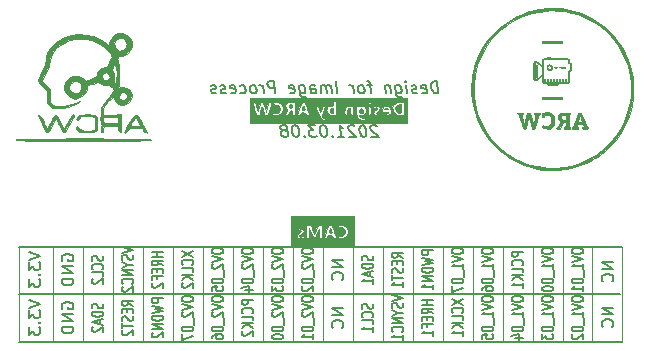
<source format=gbr>
%TF.GenerationSoftware,KiCad,Pcbnew,(5.1.8)-1*%
%TF.CreationDate,2021-03-12T16:58:38+08:00*%
%TF.ProjectId,DoubleCam,446f7562-6c65-4436-916d-2e6b69636164,rev?*%
%TF.SameCoordinates,Original*%
%TF.FileFunction,Legend,Bot*%
%TF.FilePolarity,Positive*%
%FSLAX46Y46*%
G04 Gerber Fmt 4.6, Leading zero omitted, Abs format (unit mm)*
G04 Created by KiCad (PCBNEW (5.1.8)-1) date 2021-03-12 16:58:38*
%MOMM*%
%LPD*%
G01*
G04 APERTURE LIST*
%ADD10C,0.150000*%
%ADD11C,0.120000*%
%ADD12C,0.010000*%
G04 APERTURE END LIST*
D10*
X155782380Y-83504000D02*
X155782380Y-83637333D01*
X155830000Y-83704000D01*
X155925238Y-83770666D01*
X156115714Y-83804000D01*
X156449047Y-83804000D01*
X156639523Y-83770666D01*
X156734761Y-83704000D01*
X156782380Y-83637333D01*
X156782380Y-83504000D01*
X156734761Y-83437333D01*
X156639523Y-83370666D01*
X156449047Y-83337333D01*
X156115714Y-83337333D01*
X155925238Y-83370666D01*
X155830000Y-83437333D01*
X155782380Y-83504000D01*
X155782380Y-84004000D02*
X156782380Y-84237333D01*
X155782380Y-84470666D01*
X155877619Y-84670666D02*
X155830000Y-84704000D01*
X155782380Y-84770666D01*
X155782380Y-84937333D01*
X155830000Y-85004000D01*
X155877619Y-85037333D01*
X155972857Y-85070666D01*
X156068095Y-85070666D01*
X156210952Y-85037333D01*
X156782380Y-84637333D01*
X156782380Y-85070666D01*
X156877619Y-85204000D02*
X156877619Y-85737333D01*
X156782380Y-85904000D02*
X155782380Y-85904000D01*
X155782380Y-86070666D01*
X155830000Y-86170666D01*
X155925238Y-86237333D01*
X156020476Y-86270666D01*
X156210952Y-86304000D01*
X156353809Y-86304000D01*
X156544285Y-86270666D01*
X156639523Y-86237333D01*
X156734761Y-86170666D01*
X156782380Y-86070666D01*
X156782380Y-85904000D01*
X155782380Y-86937333D02*
X155782380Y-86604000D01*
X156258571Y-86570666D01*
X156210952Y-86604000D01*
X156163333Y-86670666D01*
X156163333Y-86837333D01*
X156210952Y-86904000D01*
X156258571Y-86937333D01*
X156353809Y-86970666D01*
X156591904Y-86970666D01*
X156687142Y-86937333D01*
X156734761Y-86904000D01*
X156782380Y-86837333D01*
X156782380Y-86670666D01*
X156734761Y-86604000D01*
X156687142Y-86570666D01*
D11*
X152520000Y-83250000D02*
X152520000Y-91250000D01*
X144900000Y-83250000D02*
X144900000Y-91250000D01*
X149980000Y-83250000D02*
X149980000Y-91250000D01*
X147440000Y-83250000D02*
X147440000Y-91250000D01*
X142360000Y-83250000D02*
X142360000Y-91250000D01*
D10*
X155782380Y-87568000D02*
X155782380Y-87701333D01*
X155830000Y-87768000D01*
X155925238Y-87834666D01*
X156115714Y-87868000D01*
X156449047Y-87868000D01*
X156639523Y-87834666D01*
X156734761Y-87768000D01*
X156782380Y-87701333D01*
X156782380Y-87568000D01*
X156734761Y-87501333D01*
X156639523Y-87434666D01*
X156449047Y-87401333D01*
X156115714Y-87401333D01*
X155925238Y-87434666D01*
X155830000Y-87501333D01*
X155782380Y-87568000D01*
X155782380Y-88068000D02*
X156782380Y-88301333D01*
X155782380Y-88534666D01*
X155877619Y-88734666D02*
X155830000Y-88768000D01*
X155782380Y-88834666D01*
X155782380Y-89001333D01*
X155830000Y-89068000D01*
X155877619Y-89101333D01*
X155972857Y-89134666D01*
X156068095Y-89134666D01*
X156210952Y-89101333D01*
X156782380Y-88701333D01*
X156782380Y-89134666D01*
X156877619Y-89268000D02*
X156877619Y-89801333D01*
X156782380Y-89968000D02*
X155782380Y-89968000D01*
X155782380Y-90134666D01*
X155830000Y-90234666D01*
X155925238Y-90301333D01*
X156020476Y-90334666D01*
X156210952Y-90368000D01*
X156353809Y-90368000D01*
X156544285Y-90334666D01*
X156639523Y-90301333D01*
X156734761Y-90234666D01*
X156782380Y-90134666D01*
X156782380Y-89968000D01*
X155782380Y-90968000D02*
X155782380Y-90834666D01*
X155830000Y-90768000D01*
X155877619Y-90734666D01*
X156020476Y-90668000D01*
X156210952Y-90634666D01*
X156591904Y-90634666D01*
X156687142Y-90668000D01*
X156734761Y-90701333D01*
X156782380Y-90768000D01*
X156782380Y-90901333D01*
X156734761Y-90968000D01*
X156687142Y-91001333D01*
X156591904Y-91034666D01*
X156353809Y-91034666D01*
X156258571Y-91001333D01*
X156210952Y-90968000D01*
X156163333Y-90901333D01*
X156163333Y-90768000D01*
X156210952Y-90701333D01*
X156258571Y-90668000D01*
X156353809Y-90634666D01*
X160862380Y-87568000D02*
X160862380Y-87701333D01*
X160910000Y-87768000D01*
X161005238Y-87834666D01*
X161195714Y-87868000D01*
X161529047Y-87868000D01*
X161719523Y-87834666D01*
X161814761Y-87768000D01*
X161862380Y-87701333D01*
X161862380Y-87568000D01*
X161814761Y-87501333D01*
X161719523Y-87434666D01*
X161529047Y-87401333D01*
X161195714Y-87401333D01*
X161005238Y-87434666D01*
X160910000Y-87501333D01*
X160862380Y-87568000D01*
X160862380Y-88068000D02*
X161862380Y-88301333D01*
X160862380Y-88534666D01*
X160957619Y-88734666D02*
X160910000Y-88768000D01*
X160862380Y-88834666D01*
X160862380Y-89001333D01*
X160910000Y-89068000D01*
X160957619Y-89101333D01*
X161052857Y-89134666D01*
X161148095Y-89134666D01*
X161290952Y-89101333D01*
X161862380Y-88701333D01*
X161862380Y-89134666D01*
X161957619Y-89268000D02*
X161957619Y-89801333D01*
X161862380Y-89968000D02*
X160862380Y-89968000D01*
X160862380Y-90134666D01*
X160910000Y-90234666D01*
X161005238Y-90301333D01*
X161100476Y-90334666D01*
X161290952Y-90368000D01*
X161433809Y-90368000D01*
X161624285Y-90334666D01*
X161719523Y-90301333D01*
X161814761Y-90234666D01*
X161862380Y-90134666D01*
X161862380Y-89968000D01*
X160862380Y-90801333D02*
X160862380Y-90868000D01*
X160910000Y-90934666D01*
X160957619Y-90968000D01*
X161052857Y-91001333D01*
X161243333Y-91034666D01*
X161481428Y-91034666D01*
X161671904Y-91001333D01*
X161767142Y-90968000D01*
X161814761Y-90934666D01*
X161862380Y-90868000D01*
X161862380Y-90801333D01*
X161814761Y-90734666D01*
X161767142Y-90701333D01*
X161671904Y-90668000D01*
X161481428Y-90634666D01*
X161243333Y-90634666D01*
X161052857Y-90668000D01*
X160957619Y-90701333D01*
X160910000Y-90734666D01*
X160862380Y-90801333D01*
X163402380Y-87568000D02*
X163402380Y-87701333D01*
X163450000Y-87768000D01*
X163545238Y-87834666D01*
X163735714Y-87868000D01*
X164069047Y-87868000D01*
X164259523Y-87834666D01*
X164354761Y-87768000D01*
X164402380Y-87701333D01*
X164402380Y-87568000D01*
X164354761Y-87501333D01*
X164259523Y-87434666D01*
X164069047Y-87401333D01*
X163735714Y-87401333D01*
X163545238Y-87434666D01*
X163450000Y-87501333D01*
X163402380Y-87568000D01*
X163402380Y-88068000D02*
X164402380Y-88301333D01*
X163402380Y-88534666D01*
X163497619Y-88734666D02*
X163450000Y-88768000D01*
X163402380Y-88834666D01*
X163402380Y-89001333D01*
X163450000Y-89068000D01*
X163497619Y-89101333D01*
X163592857Y-89134666D01*
X163688095Y-89134666D01*
X163830952Y-89101333D01*
X164402380Y-88701333D01*
X164402380Y-89134666D01*
X164497619Y-89268000D02*
X164497619Y-89801333D01*
X164402380Y-89968000D02*
X163402380Y-89968000D01*
X163402380Y-90134666D01*
X163450000Y-90234666D01*
X163545238Y-90301333D01*
X163640476Y-90334666D01*
X163830952Y-90368000D01*
X163973809Y-90368000D01*
X164164285Y-90334666D01*
X164259523Y-90301333D01*
X164354761Y-90234666D01*
X164402380Y-90134666D01*
X164402380Y-89968000D01*
X164402380Y-91034666D02*
X164402380Y-90634666D01*
X164402380Y-90834666D02*
X163402380Y-90834666D01*
X163545238Y-90768000D01*
X163640476Y-90701333D01*
X163688095Y-90634666D01*
X139500000Y-83250000D02*
X190500000Y-83250000D01*
X169782127Y-72997619D02*
X169728556Y-72950000D01*
X169627366Y-72902380D01*
X169389270Y-72902380D01*
X169299985Y-72950000D01*
X169258318Y-72997619D01*
X169222604Y-73092857D01*
X169234508Y-73188095D01*
X169299985Y-73330952D01*
X169942842Y-73902380D01*
X169323794Y-73902380D01*
X168579747Y-72902380D02*
X168484508Y-72902380D01*
X168395223Y-72950000D01*
X168353556Y-72997619D01*
X168317842Y-73092857D01*
X168294032Y-73283333D01*
X168323794Y-73521428D01*
X168395223Y-73711904D01*
X168454747Y-73807142D01*
X168508318Y-73854761D01*
X168609508Y-73902380D01*
X168704747Y-73902380D01*
X168794032Y-73854761D01*
X168835699Y-73807142D01*
X168871413Y-73711904D01*
X168895223Y-73521428D01*
X168865461Y-73283333D01*
X168794032Y-73092857D01*
X168734508Y-72997619D01*
X168680937Y-72950000D01*
X168579747Y-72902380D01*
X167877366Y-72997619D02*
X167823794Y-72950000D01*
X167722604Y-72902380D01*
X167484508Y-72902380D01*
X167395223Y-72950000D01*
X167353556Y-72997619D01*
X167317842Y-73092857D01*
X167329747Y-73188095D01*
X167395223Y-73330952D01*
X168038080Y-73902380D01*
X167419032Y-73902380D01*
X166466651Y-73902380D02*
X167038080Y-73902380D01*
X166752366Y-73902380D02*
X166627366Y-72902380D01*
X166740461Y-73045238D01*
X166847604Y-73140476D01*
X166948794Y-73188095D01*
X166026175Y-73807142D02*
X165984508Y-73854761D01*
X166038080Y-73902380D01*
X166079747Y-73854761D01*
X166026175Y-73807142D01*
X166038080Y-73902380D01*
X165246413Y-72902380D02*
X165151175Y-72902380D01*
X165061889Y-72950000D01*
X165020223Y-72997619D01*
X164984508Y-73092857D01*
X164960699Y-73283333D01*
X164990461Y-73521428D01*
X165061889Y-73711904D01*
X165121413Y-73807142D01*
X165174985Y-73854761D01*
X165276175Y-73902380D01*
X165371413Y-73902380D01*
X165460699Y-73854761D01*
X165502366Y-73807142D01*
X165538080Y-73711904D01*
X165561889Y-73521428D01*
X165532127Y-73283333D01*
X165460699Y-73092857D01*
X165401175Y-72997619D01*
X165347604Y-72950000D01*
X165246413Y-72902380D01*
X164579747Y-72902380D02*
X163960699Y-72902380D01*
X164341651Y-73283333D01*
X164198794Y-73283333D01*
X164109508Y-73330952D01*
X164067842Y-73378571D01*
X164032127Y-73473809D01*
X164061889Y-73711904D01*
X164121413Y-73807142D01*
X164174985Y-73854761D01*
X164276175Y-73902380D01*
X164561889Y-73902380D01*
X164651175Y-73854761D01*
X164692842Y-73807142D01*
X163645223Y-73807142D02*
X163603556Y-73854761D01*
X163657127Y-73902380D01*
X163698794Y-73854761D01*
X163645223Y-73807142D01*
X163657127Y-73902380D01*
X162865461Y-72902380D02*
X162770223Y-72902380D01*
X162680937Y-72950000D01*
X162639270Y-72997619D01*
X162603556Y-73092857D01*
X162579747Y-73283333D01*
X162609508Y-73521428D01*
X162680937Y-73711904D01*
X162740461Y-73807142D01*
X162794032Y-73854761D01*
X162895223Y-73902380D01*
X162990461Y-73902380D01*
X163079747Y-73854761D01*
X163121413Y-73807142D01*
X163157127Y-73711904D01*
X163180937Y-73521428D01*
X163151175Y-73283333D01*
X163079747Y-73092857D01*
X163020223Y-72997619D01*
X162966651Y-72950000D01*
X162865461Y-72902380D01*
X162014270Y-73330952D02*
X162103556Y-73283333D01*
X162145223Y-73235714D01*
X162180937Y-73140476D01*
X162174985Y-73092857D01*
X162115461Y-72997619D01*
X162061889Y-72950000D01*
X161960699Y-72902380D01*
X161770223Y-72902380D01*
X161680937Y-72950000D01*
X161639270Y-72997619D01*
X161603556Y-73092857D01*
X161609508Y-73140476D01*
X161669032Y-73235714D01*
X161722604Y-73283333D01*
X161823794Y-73330952D01*
X162014270Y-73330952D01*
X162115461Y-73378571D01*
X162169032Y-73426190D01*
X162228556Y-73521428D01*
X162252366Y-73711904D01*
X162216651Y-73807142D01*
X162174985Y-73854761D01*
X162085699Y-73902380D01*
X161895223Y-73902380D01*
X161794032Y-73854761D01*
X161740461Y-73807142D01*
X161680937Y-73711904D01*
X161657127Y-73521428D01*
X161692842Y-73426190D01*
X161734508Y-73378571D01*
X161823794Y-73330952D01*
X174995223Y-70202380D02*
X174870223Y-69202380D01*
X174632127Y-69202380D01*
X174495223Y-69250000D01*
X174411889Y-69345238D01*
X174376175Y-69440476D01*
X174352366Y-69630952D01*
X174370223Y-69773809D01*
X174441651Y-69964285D01*
X174501175Y-70059523D01*
X174608318Y-70154761D01*
X174757127Y-70202380D01*
X174995223Y-70202380D01*
X173608318Y-70154761D02*
X173709508Y-70202380D01*
X173899985Y-70202380D01*
X173989270Y-70154761D01*
X174024985Y-70059523D01*
X173977366Y-69678571D01*
X173917842Y-69583333D01*
X173816651Y-69535714D01*
X173626175Y-69535714D01*
X173536889Y-69583333D01*
X173501175Y-69678571D01*
X173513080Y-69773809D01*
X174001175Y-69869047D01*
X173179747Y-70154761D02*
X173090461Y-70202380D01*
X172899985Y-70202380D01*
X172798794Y-70154761D01*
X172739270Y-70059523D01*
X172733318Y-70011904D01*
X172769032Y-69916666D01*
X172858318Y-69869047D01*
X173001175Y-69869047D01*
X173090461Y-69821428D01*
X173126175Y-69726190D01*
X173120223Y-69678571D01*
X173060699Y-69583333D01*
X172959508Y-69535714D01*
X172816651Y-69535714D01*
X172727366Y-69583333D01*
X172328556Y-70202380D02*
X172245223Y-69535714D01*
X172203556Y-69202380D02*
X172257127Y-69250000D01*
X172215461Y-69297619D01*
X172161889Y-69250000D01*
X172203556Y-69202380D01*
X172215461Y-69297619D01*
X171340461Y-69535714D02*
X171441651Y-70345238D01*
X171501175Y-70440476D01*
X171554747Y-70488095D01*
X171655937Y-70535714D01*
X171798794Y-70535714D01*
X171888080Y-70488095D01*
X171417842Y-70154761D02*
X171519032Y-70202380D01*
X171709508Y-70202380D01*
X171798794Y-70154761D01*
X171840461Y-70107142D01*
X171876175Y-70011904D01*
X171840461Y-69726190D01*
X171780937Y-69630952D01*
X171727366Y-69583333D01*
X171626175Y-69535714D01*
X171435699Y-69535714D01*
X171346413Y-69583333D01*
X170864270Y-69535714D02*
X170947604Y-70202380D01*
X170876175Y-69630952D02*
X170822604Y-69583333D01*
X170721413Y-69535714D01*
X170578556Y-69535714D01*
X170489270Y-69583333D01*
X170453556Y-69678571D01*
X170519032Y-70202380D01*
X169340461Y-69535714D02*
X168959508Y-69535714D01*
X169280937Y-70202380D02*
X169173794Y-69345238D01*
X169114270Y-69250000D01*
X169013080Y-69202380D01*
X168917842Y-69202380D01*
X168566651Y-70202380D02*
X168655937Y-70154761D01*
X168697604Y-70107142D01*
X168733318Y-70011904D01*
X168697604Y-69726190D01*
X168638080Y-69630952D01*
X168584508Y-69583333D01*
X168483318Y-69535714D01*
X168340461Y-69535714D01*
X168251175Y-69583333D01*
X168209508Y-69630952D01*
X168173794Y-69726190D01*
X168209508Y-70011904D01*
X168269032Y-70107142D01*
X168322604Y-70154761D01*
X168423794Y-70202380D01*
X168566651Y-70202380D01*
X167804747Y-70202380D02*
X167721413Y-69535714D01*
X167745223Y-69726190D02*
X167685699Y-69630952D01*
X167632127Y-69583333D01*
X167530937Y-69535714D01*
X167435699Y-69535714D01*
X166423794Y-70202380D02*
X166298794Y-69202380D01*
X165947604Y-70202380D02*
X165864270Y-69535714D01*
X165876175Y-69630952D02*
X165822604Y-69583333D01*
X165721413Y-69535714D01*
X165578556Y-69535714D01*
X165489270Y-69583333D01*
X165453556Y-69678571D01*
X165519032Y-70202380D01*
X165453556Y-69678571D02*
X165394032Y-69583333D01*
X165292842Y-69535714D01*
X165149985Y-69535714D01*
X165060699Y-69583333D01*
X165024985Y-69678571D01*
X165090461Y-70202380D01*
X164185699Y-70202380D02*
X164120223Y-69678571D01*
X164155937Y-69583333D01*
X164245223Y-69535714D01*
X164435699Y-69535714D01*
X164536889Y-69583333D01*
X164179747Y-70154761D02*
X164280937Y-70202380D01*
X164519032Y-70202380D01*
X164608318Y-70154761D01*
X164644032Y-70059523D01*
X164632127Y-69964285D01*
X164572604Y-69869047D01*
X164471413Y-69821428D01*
X164233318Y-69821428D01*
X164132127Y-69773809D01*
X163197604Y-69535714D02*
X163298794Y-70345238D01*
X163358318Y-70440476D01*
X163411889Y-70488095D01*
X163513080Y-70535714D01*
X163655937Y-70535714D01*
X163745223Y-70488095D01*
X163274985Y-70154761D02*
X163376175Y-70202380D01*
X163566651Y-70202380D01*
X163655937Y-70154761D01*
X163697604Y-70107142D01*
X163733318Y-70011904D01*
X163697604Y-69726190D01*
X163638080Y-69630952D01*
X163584508Y-69583333D01*
X163483318Y-69535714D01*
X163292842Y-69535714D01*
X163203556Y-69583333D01*
X162417842Y-70154761D02*
X162519032Y-70202380D01*
X162709508Y-70202380D01*
X162798794Y-70154761D01*
X162834508Y-70059523D01*
X162786889Y-69678571D01*
X162727366Y-69583333D01*
X162626175Y-69535714D01*
X162435699Y-69535714D01*
X162346413Y-69583333D01*
X162310699Y-69678571D01*
X162322604Y-69773809D01*
X162810699Y-69869047D01*
X161185699Y-70202380D02*
X161060699Y-69202380D01*
X160679747Y-69202380D01*
X160590461Y-69250000D01*
X160548794Y-69297619D01*
X160513080Y-69392857D01*
X160530937Y-69535714D01*
X160590461Y-69630952D01*
X160644032Y-69678571D01*
X160745223Y-69726190D01*
X161126175Y-69726190D01*
X160185699Y-70202380D02*
X160102366Y-69535714D01*
X160126175Y-69726190D02*
X160066651Y-69630952D01*
X160013080Y-69583333D01*
X159911889Y-69535714D01*
X159816651Y-69535714D01*
X159423794Y-70202380D02*
X159513080Y-70154761D01*
X159554747Y-70107142D01*
X159590461Y-70011904D01*
X159554747Y-69726190D01*
X159495223Y-69630952D01*
X159441651Y-69583333D01*
X159340461Y-69535714D01*
X159197604Y-69535714D01*
X159108318Y-69583333D01*
X159066651Y-69630952D01*
X159030937Y-69726190D01*
X159066651Y-70011904D01*
X159126175Y-70107142D01*
X159179747Y-70154761D01*
X159280937Y-70202380D01*
X159423794Y-70202380D01*
X158227366Y-70154761D02*
X158328556Y-70202380D01*
X158519032Y-70202380D01*
X158608318Y-70154761D01*
X158649985Y-70107142D01*
X158685699Y-70011904D01*
X158649985Y-69726190D01*
X158590461Y-69630952D01*
X158536889Y-69583333D01*
X158435699Y-69535714D01*
X158245223Y-69535714D01*
X158155937Y-69583333D01*
X157417842Y-70154761D02*
X157519032Y-70202380D01*
X157709508Y-70202380D01*
X157798794Y-70154761D01*
X157834508Y-70059523D01*
X157786889Y-69678571D01*
X157727366Y-69583333D01*
X157626175Y-69535714D01*
X157435699Y-69535714D01*
X157346413Y-69583333D01*
X157310699Y-69678571D01*
X157322604Y-69773809D01*
X157810699Y-69869047D01*
X156989270Y-70154761D02*
X156899985Y-70202380D01*
X156709508Y-70202380D01*
X156608318Y-70154761D01*
X156548794Y-70059523D01*
X156542842Y-70011904D01*
X156578556Y-69916666D01*
X156667842Y-69869047D01*
X156810699Y-69869047D01*
X156899985Y-69821428D01*
X156935699Y-69726190D01*
X156929747Y-69678571D01*
X156870223Y-69583333D01*
X156769032Y-69535714D01*
X156626175Y-69535714D01*
X156536889Y-69583333D01*
X156179747Y-70154761D02*
X156090461Y-70202380D01*
X155899985Y-70202380D01*
X155798794Y-70154761D01*
X155739270Y-70059523D01*
X155733318Y-70011904D01*
X155769032Y-69916666D01*
X155858318Y-69869047D01*
X156001175Y-69869047D01*
X156090461Y-69821428D01*
X156126175Y-69726190D01*
X156120223Y-69678571D01*
X156060699Y-69583333D01*
X155959508Y-69535714D01*
X155816651Y-69535714D01*
X155727366Y-69583333D01*
X171022380Y-87301333D02*
X172022380Y-87534666D01*
X171022380Y-87768000D01*
X171974761Y-87968000D02*
X172022380Y-88068000D01*
X172022380Y-88234666D01*
X171974761Y-88301333D01*
X171927142Y-88334666D01*
X171831904Y-88368000D01*
X171736666Y-88368000D01*
X171641428Y-88334666D01*
X171593809Y-88301333D01*
X171546190Y-88234666D01*
X171498571Y-88101333D01*
X171450952Y-88034666D01*
X171403333Y-88001333D01*
X171308095Y-87968000D01*
X171212857Y-87968000D01*
X171117619Y-88001333D01*
X171070000Y-88034666D01*
X171022380Y-88101333D01*
X171022380Y-88268000D01*
X171070000Y-88368000D01*
X171546190Y-88801333D02*
X172022380Y-88801333D01*
X171022380Y-88568000D02*
X171546190Y-88801333D01*
X171022380Y-89034666D01*
X172022380Y-89268000D02*
X171022380Y-89268000D01*
X172022380Y-89668000D01*
X171022380Y-89668000D01*
X171927142Y-90401333D02*
X171974761Y-90368000D01*
X172022380Y-90268000D01*
X172022380Y-90201333D01*
X171974761Y-90101333D01*
X171879523Y-90034666D01*
X171784285Y-90001333D01*
X171593809Y-89968000D01*
X171450952Y-89968000D01*
X171260476Y-90001333D01*
X171165238Y-90034666D01*
X171070000Y-90101333D01*
X171022380Y-90201333D01*
X171022380Y-90268000D01*
X171070000Y-90368000D01*
X171117619Y-90401333D01*
X172022380Y-91068000D02*
X172022380Y-90668000D01*
X172022380Y-90868000D02*
X171022380Y-90868000D01*
X171165238Y-90801333D01*
X171260476Y-90734666D01*
X171308095Y-90668000D01*
X178642380Y-87568000D02*
X178642380Y-87701333D01*
X178690000Y-87768000D01*
X178785238Y-87834666D01*
X178975714Y-87868000D01*
X179309047Y-87868000D01*
X179499523Y-87834666D01*
X179594761Y-87768000D01*
X179642380Y-87701333D01*
X179642380Y-87568000D01*
X179594761Y-87501333D01*
X179499523Y-87434666D01*
X179309047Y-87401333D01*
X178975714Y-87401333D01*
X178785238Y-87434666D01*
X178690000Y-87501333D01*
X178642380Y-87568000D01*
X178642380Y-88068000D02*
X179642380Y-88301333D01*
X178642380Y-88534666D01*
X179642380Y-89134666D02*
X179642380Y-88734666D01*
X179642380Y-88934666D02*
X178642380Y-88934666D01*
X178785238Y-88868000D01*
X178880476Y-88801333D01*
X178928095Y-88734666D01*
X179737619Y-89268000D02*
X179737619Y-89801333D01*
X179642380Y-89968000D02*
X178642380Y-89968000D01*
X178642380Y-90134666D01*
X178690000Y-90234666D01*
X178785238Y-90301333D01*
X178880476Y-90334666D01*
X179070952Y-90368000D01*
X179213809Y-90368000D01*
X179404285Y-90334666D01*
X179499523Y-90301333D01*
X179594761Y-90234666D01*
X179642380Y-90134666D01*
X179642380Y-89968000D01*
X178642380Y-91001333D02*
X178642380Y-90668000D01*
X179118571Y-90634666D01*
X179070952Y-90668000D01*
X179023333Y-90734666D01*
X179023333Y-90901333D01*
X179070952Y-90968000D01*
X179118571Y-91001333D01*
X179213809Y-91034666D01*
X179451904Y-91034666D01*
X179547142Y-91001333D01*
X179594761Y-90968000D01*
X179642380Y-90901333D01*
X179642380Y-90734666D01*
X179594761Y-90668000D01*
X179547142Y-90634666D01*
X186262380Y-87568000D02*
X186262380Y-87701333D01*
X186310000Y-87768000D01*
X186405238Y-87834666D01*
X186595714Y-87868000D01*
X186929047Y-87868000D01*
X187119523Y-87834666D01*
X187214761Y-87768000D01*
X187262380Y-87701333D01*
X187262380Y-87568000D01*
X187214761Y-87501333D01*
X187119523Y-87434666D01*
X186929047Y-87401333D01*
X186595714Y-87401333D01*
X186405238Y-87434666D01*
X186310000Y-87501333D01*
X186262380Y-87568000D01*
X186262380Y-88068000D02*
X187262380Y-88301333D01*
X186262380Y-88534666D01*
X187262380Y-89134666D02*
X187262380Y-88734666D01*
X187262380Y-88934666D02*
X186262380Y-88934666D01*
X186405238Y-88868000D01*
X186500476Y-88801333D01*
X186548095Y-88734666D01*
X187357619Y-89268000D02*
X187357619Y-89801333D01*
X187262380Y-89968000D02*
X186262380Y-89968000D01*
X186262380Y-90134666D01*
X186310000Y-90234666D01*
X186405238Y-90301333D01*
X186500476Y-90334666D01*
X186690952Y-90368000D01*
X186833809Y-90368000D01*
X187024285Y-90334666D01*
X187119523Y-90301333D01*
X187214761Y-90234666D01*
X187262380Y-90134666D01*
X187262380Y-89968000D01*
X186357619Y-90634666D02*
X186310000Y-90668000D01*
X186262380Y-90734666D01*
X186262380Y-90901333D01*
X186310000Y-90968000D01*
X186357619Y-91001333D01*
X186452857Y-91034666D01*
X186548095Y-91034666D01*
X186690952Y-91001333D01*
X187262380Y-90601333D01*
X187262380Y-91034666D01*
X181182380Y-87568000D02*
X181182380Y-87701333D01*
X181230000Y-87768000D01*
X181325238Y-87834666D01*
X181515714Y-87868000D01*
X181849047Y-87868000D01*
X182039523Y-87834666D01*
X182134761Y-87768000D01*
X182182380Y-87701333D01*
X182182380Y-87568000D01*
X182134761Y-87501333D01*
X182039523Y-87434666D01*
X181849047Y-87401333D01*
X181515714Y-87401333D01*
X181325238Y-87434666D01*
X181230000Y-87501333D01*
X181182380Y-87568000D01*
X181182380Y-88068000D02*
X182182380Y-88301333D01*
X181182380Y-88534666D01*
X182182380Y-89134666D02*
X182182380Y-88734666D01*
X182182380Y-88934666D02*
X181182380Y-88934666D01*
X181325238Y-88868000D01*
X181420476Y-88801333D01*
X181468095Y-88734666D01*
X182277619Y-89268000D02*
X182277619Y-89801333D01*
X182182380Y-89968000D02*
X181182380Y-89968000D01*
X181182380Y-90134666D01*
X181230000Y-90234666D01*
X181325238Y-90301333D01*
X181420476Y-90334666D01*
X181610952Y-90368000D01*
X181753809Y-90368000D01*
X181944285Y-90334666D01*
X182039523Y-90301333D01*
X182134761Y-90234666D01*
X182182380Y-90134666D01*
X182182380Y-89968000D01*
X181515714Y-90968000D02*
X182182380Y-90968000D01*
X181134761Y-90801333D02*
X181849047Y-90634666D01*
X181849047Y-91068000D01*
X183722380Y-87568000D02*
X183722380Y-87701333D01*
X183770000Y-87768000D01*
X183865238Y-87834666D01*
X184055714Y-87868000D01*
X184389047Y-87868000D01*
X184579523Y-87834666D01*
X184674761Y-87768000D01*
X184722380Y-87701333D01*
X184722380Y-87568000D01*
X184674761Y-87501333D01*
X184579523Y-87434666D01*
X184389047Y-87401333D01*
X184055714Y-87401333D01*
X183865238Y-87434666D01*
X183770000Y-87501333D01*
X183722380Y-87568000D01*
X183722380Y-88068000D02*
X184722380Y-88301333D01*
X183722380Y-88534666D01*
X184722380Y-89134666D02*
X184722380Y-88734666D01*
X184722380Y-88934666D02*
X183722380Y-88934666D01*
X183865238Y-88868000D01*
X183960476Y-88801333D01*
X184008095Y-88734666D01*
X184817619Y-89268000D02*
X184817619Y-89801333D01*
X184722380Y-89968000D02*
X183722380Y-89968000D01*
X183722380Y-90134666D01*
X183770000Y-90234666D01*
X183865238Y-90301333D01*
X183960476Y-90334666D01*
X184150952Y-90368000D01*
X184293809Y-90368000D01*
X184484285Y-90334666D01*
X184579523Y-90301333D01*
X184674761Y-90234666D01*
X184722380Y-90134666D01*
X184722380Y-89968000D01*
X183722380Y-90601333D02*
X183722380Y-91034666D01*
X184103333Y-90801333D01*
X184103333Y-90901333D01*
X184150952Y-90968000D01*
X184198571Y-91001333D01*
X184293809Y-91034666D01*
X184531904Y-91034666D01*
X184627142Y-91001333D01*
X184674761Y-90968000D01*
X184722380Y-90901333D01*
X184722380Y-90701333D01*
X184674761Y-90634666D01*
X184627142Y-90601333D01*
X174562380Y-87718000D02*
X173562380Y-87718000D01*
X174038571Y-87718000D02*
X174038571Y-88118000D01*
X174562380Y-88118000D02*
X173562380Y-88118000D01*
X174562380Y-88851333D02*
X174086190Y-88618000D01*
X174562380Y-88451333D02*
X173562380Y-88451333D01*
X173562380Y-88718000D01*
X173610000Y-88784666D01*
X173657619Y-88818000D01*
X173752857Y-88851333D01*
X173895714Y-88851333D01*
X173990952Y-88818000D01*
X174038571Y-88784666D01*
X174086190Y-88718000D01*
X174086190Y-88451333D01*
X174038571Y-89151333D02*
X174038571Y-89384666D01*
X174562380Y-89484666D02*
X174562380Y-89151333D01*
X173562380Y-89151333D01*
X173562380Y-89484666D01*
X174038571Y-90018000D02*
X174038571Y-89784666D01*
X174562380Y-89784666D02*
X173562380Y-89784666D01*
X173562380Y-90118000D01*
X174562380Y-90751333D02*
X174562380Y-90351333D01*
X174562380Y-90551333D02*
X173562380Y-90551333D01*
X173705238Y-90484666D01*
X173800476Y-90418000D01*
X173848095Y-90351333D01*
X176102380Y-87668000D02*
X177102380Y-88134666D01*
X176102380Y-88134666D02*
X177102380Y-87668000D01*
X177007142Y-88801333D02*
X177054761Y-88768000D01*
X177102380Y-88668000D01*
X177102380Y-88601333D01*
X177054761Y-88501333D01*
X176959523Y-88434666D01*
X176864285Y-88401333D01*
X176673809Y-88368000D01*
X176530952Y-88368000D01*
X176340476Y-88401333D01*
X176245238Y-88434666D01*
X176150000Y-88501333D01*
X176102380Y-88601333D01*
X176102380Y-88668000D01*
X176150000Y-88768000D01*
X176197619Y-88801333D01*
X177102380Y-89434666D02*
X177102380Y-89101333D01*
X176102380Y-89101333D01*
X177102380Y-89668000D02*
X176102380Y-89668000D01*
X177102380Y-90068000D02*
X176530952Y-89768000D01*
X176102380Y-90068000D02*
X176673809Y-89668000D01*
X177102380Y-90734666D02*
X177102380Y-90334666D01*
X177102380Y-90534666D02*
X176102380Y-90534666D01*
X176245238Y-90468000D01*
X176340476Y-90401333D01*
X176388095Y-90334666D01*
X186262380Y-83504000D02*
X186262380Y-83637333D01*
X186310000Y-83704000D01*
X186405238Y-83770666D01*
X186595714Y-83804000D01*
X186929047Y-83804000D01*
X187119523Y-83770666D01*
X187214761Y-83704000D01*
X187262380Y-83637333D01*
X187262380Y-83504000D01*
X187214761Y-83437333D01*
X187119523Y-83370666D01*
X186929047Y-83337333D01*
X186595714Y-83337333D01*
X186405238Y-83370666D01*
X186310000Y-83437333D01*
X186262380Y-83504000D01*
X186262380Y-84004000D02*
X187262380Y-84237333D01*
X186262380Y-84470666D01*
X187262380Y-85070666D02*
X187262380Y-84670666D01*
X187262380Y-84870666D02*
X186262380Y-84870666D01*
X186405238Y-84804000D01*
X186500476Y-84737333D01*
X186548095Y-84670666D01*
X187357619Y-85204000D02*
X187357619Y-85737333D01*
X187262380Y-85904000D02*
X186262380Y-85904000D01*
X186262380Y-86070666D01*
X186310000Y-86170666D01*
X186405238Y-86237333D01*
X186500476Y-86270666D01*
X186690952Y-86304000D01*
X186833809Y-86304000D01*
X187024285Y-86270666D01*
X187119523Y-86237333D01*
X187214761Y-86170666D01*
X187262380Y-86070666D01*
X187262380Y-85904000D01*
X187262380Y-86970666D02*
X187262380Y-86570666D01*
X187262380Y-86770666D02*
X186262380Y-86770666D01*
X186405238Y-86704000D01*
X186500476Y-86637333D01*
X186548095Y-86570666D01*
X172022380Y-84120666D02*
X171546190Y-83887333D01*
X172022380Y-83720666D02*
X171022380Y-83720666D01*
X171022380Y-83987333D01*
X171070000Y-84054000D01*
X171117619Y-84087333D01*
X171212857Y-84120666D01*
X171355714Y-84120666D01*
X171450952Y-84087333D01*
X171498571Y-84054000D01*
X171546190Y-83987333D01*
X171546190Y-83720666D01*
X171498571Y-84420666D02*
X171498571Y-84654000D01*
X172022380Y-84754000D02*
X172022380Y-84420666D01*
X171022380Y-84420666D01*
X171022380Y-84754000D01*
X171974761Y-85020666D02*
X172022380Y-85120666D01*
X172022380Y-85287333D01*
X171974761Y-85354000D01*
X171927142Y-85387333D01*
X171831904Y-85420666D01*
X171736666Y-85420666D01*
X171641428Y-85387333D01*
X171593809Y-85354000D01*
X171546190Y-85287333D01*
X171498571Y-85154000D01*
X171450952Y-85087333D01*
X171403333Y-85054000D01*
X171308095Y-85020666D01*
X171212857Y-85020666D01*
X171117619Y-85054000D01*
X171070000Y-85087333D01*
X171022380Y-85154000D01*
X171022380Y-85320666D01*
X171070000Y-85420666D01*
X171022380Y-85620666D02*
X171022380Y-86020666D01*
X172022380Y-85820666D02*
X171022380Y-85820666D01*
X172022380Y-86620666D02*
X172022380Y-86220666D01*
X172022380Y-86420666D02*
X171022380Y-86420666D01*
X171165238Y-86354000D01*
X171260476Y-86287333D01*
X171308095Y-86220666D01*
X176102380Y-83504000D02*
X176102380Y-83637333D01*
X176150000Y-83704000D01*
X176245238Y-83770666D01*
X176435714Y-83804000D01*
X176769047Y-83804000D01*
X176959523Y-83770666D01*
X177054761Y-83704000D01*
X177102380Y-83637333D01*
X177102380Y-83504000D01*
X177054761Y-83437333D01*
X176959523Y-83370666D01*
X176769047Y-83337333D01*
X176435714Y-83337333D01*
X176245238Y-83370666D01*
X176150000Y-83437333D01*
X176102380Y-83504000D01*
X176102380Y-84004000D02*
X177102380Y-84237333D01*
X176102380Y-84470666D01*
X177102380Y-85070666D02*
X177102380Y-84670666D01*
X177102380Y-84870666D02*
X176102380Y-84870666D01*
X176245238Y-84804000D01*
X176340476Y-84737333D01*
X176388095Y-84670666D01*
X177197619Y-85204000D02*
X177197619Y-85737333D01*
X177102380Y-85904000D02*
X176102380Y-85904000D01*
X176102380Y-86070666D01*
X176150000Y-86170666D01*
X176245238Y-86237333D01*
X176340476Y-86270666D01*
X176530952Y-86304000D01*
X176673809Y-86304000D01*
X176864285Y-86270666D01*
X176959523Y-86237333D01*
X177054761Y-86170666D01*
X177102380Y-86070666D01*
X177102380Y-85904000D01*
X176102380Y-86537333D02*
X176102380Y-87004000D01*
X177102380Y-86704000D01*
X182182380Y-83654000D02*
X181182380Y-83654000D01*
X181182380Y-83920666D01*
X181230000Y-83987333D01*
X181277619Y-84020666D01*
X181372857Y-84054000D01*
X181515714Y-84054000D01*
X181610952Y-84020666D01*
X181658571Y-83987333D01*
X181706190Y-83920666D01*
X181706190Y-83654000D01*
X182087142Y-84754000D02*
X182134761Y-84720666D01*
X182182380Y-84620666D01*
X182182380Y-84554000D01*
X182134761Y-84454000D01*
X182039523Y-84387333D01*
X181944285Y-84354000D01*
X181753809Y-84320666D01*
X181610952Y-84320666D01*
X181420476Y-84354000D01*
X181325238Y-84387333D01*
X181230000Y-84454000D01*
X181182380Y-84554000D01*
X181182380Y-84620666D01*
X181230000Y-84720666D01*
X181277619Y-84754000D01*
X182182380Y-85387333D02*
X182182380Y-85054000D01*
X181182380Y-85054000D01*
X182182380Y-85620666D02*
X181182380Y-85620666D01*
X182182380Y-86020666D02*
X181610952Y-85720666D01*
X181182380Y-86020666D02*
X181753809Y-85620666D01*
X182182380Y-86687333D02*
X182182380Y-86287333D01*
X182182380Y-86487333D02*
X181182380Y-86487333D01*
X181325238Y-86420666D01*
X181420476Y-86354000D01*
X181468095Y-86287333D01*
X174562380Y-83520666D02*
X173562380Y-83520666D01*
X173562380Y-83787333D01*
X173610000Y-83854000D01*
X173657619Y-83887333D01*
X173752857Y-83920666D01*
X173895714Y-83920666D01*
X173990952Y-83887333D01*
X174038571Y-83854000D01*
X174086190Y-83787333D01*
X174086190Y-83520666D01*
X173562380Y-84154000D02*
X174562380Y-84320666D01*
X173848095Y-84454000D01*
X174562380Y-84587333D01*
X173562380Y-84754000D01*
X174562380Y-85020666D02*
X173562380Y-85020666D01*
X173562380Y-85187333D01*
X173610000Y-85287333D01*
X173705238Y-85354000D01*
X173800476Y-85387333D01*
X173990952Y-85420666D01*
X174133809Y-85420666D01*
X174324285Y-85387333D01*
X174419523Y-85354000D01*
X174514761Y-85287333D01*
X174562380Y-85187333D01*
X174562380Y-85020666D01*
X174562380Y-85720666D02*
X173562380Y-85720666D01*
X174562380Y-86120666D01*
X173562380Y-86120666D01*
X174562380Y-86820666D02*
X174562380Y-86420666D01*
X174562380Y-86620666D02*
X173562380Y-86620666D01*
X173705238Y-86554000D01*
X173800476Y-86487333D01*
X173848095Y-86420666D01*
X183722380Y-83504000D02*
X183722380Y-83637333D01*
X183770000Y-83704000D01*
X183865238Y-83770666D01*
X184055714Y-83804000D01*
X184389047Y-83804000D01*
X184579523Y-83770666D01*
X184674761Y-83704000D01*
X184722380Y-83637333D01*
X184722380Y-83504000D01*
X184674761Y-83437333D01*
X184579523Y-83370666D01*
X184389047Y-83337333D01*
X184055714Y-83337333D01*
X183865238Y-83370666D01*
X183770000Y-83437333D01*
X183722380Y-83504000D01*
X183722380Y-84004000D02*
X184722380Y-84237333D01*
X183722380Y-84470666D01*
X184722380Y-85070666D02*
X184722380Y-84670666D01*
X184722380Y-84870666D02*
X183722380Y-84870666D01*
X183865238Y-84804000D01*
X183960476Y-84737333D01*
X184008095Y-84670666D01*
X184817619Y-85204000D02*
X184817619Y-85737333D01*
X184722380Y-85904000D02*
X183722380Y-85904000D01*
X183722380Y-86070666D01*
X183770000Y-86170666D01*
X183865238Y-86237333D01*
X183960476Y-86270666D01*
X184150952Y-86304000D01*
X184293809Y-86304000D01*
X184484285Y-86270666D01*
X184579523Y-86237333D01*
X184674761Y-86170666D01*
X184722380Y-86070666D01*
X184722380Y-85904000D01*
X183722380Y-86737333D02*
X183722380Y-86804000D01*
X183770000Y-86870666D01*
X183817619Y-86904000D01*
X183912857Y-86937333D01*
X184103333Y-86970666D01*
X184341428Y-86970666D01*
X184531904Y-86937333D01*
X184627142Y-86904000D01*
X184674761Y-86870666D01*
X184722380Y-86804000D01*
X184722380Y-86737333D01*
X184674761Y-86670666D01*
X184627142Y-86637333D01*
X184531904Y-86604000D01*
X184341428Y-86570666D01*
X184103333Y-86570666D01*
X183912857Y-86604000D01*
X183817619Y-86637333D01*
X183770000Y-86670666D01*
X183722380Y-86737333D01*
X178642380Y-83504000D02*
X178642380Y-83637333D01*
X178690000Y-83704000D01*
X178785238Y-83770666D01*
X178975714Y-83804000D01*
X179309047Y-83804000D01*
X179499523Y-83770666D01*
X179594761Y-83704000D01*
X179642380Y-83637333D01*
X179642380Y-83504000D01*
X179594761Y-83437333D01*
X179499523Y-83370666D01*
X179309047Y-83337333D01*
X178975714Y-83337333D01*
X178785238Y-83370666D01*
X178690000Y-83437333D01*
X178642380Y-83504000D01*
X178642380Y-84004000D02*
X179642380Y-84237333D01*
X178642380Y-84470666D01*
X179642380Y-85070666D02*
X179642380Y-84670666D01*
X179642380Y-84870666D02*
X178642380Y-84870666D01*
X178785238Y-84804000D01*
X178880476Y-84737333D01*
X178928095Y-84670666D01*
X179737619Y-85204000D02*
X179737619Y-85737333D01*
X179642380Y-85904000D02*
X178642380Y-85904000D01*
X178642380Y-86070666D01*
X178690000Y-86170666D01*
X178785238Y-86237333D01*
X178880476Y-86270666D01*
X179070952Y-86304000D01*
X179213809Y-86304000D01*
X179404285Y-86270666D01*
X179499523Y-86237333D01*
X179594761Y-86170666D01*
X179642380Y-86070666D01*
X179642380Y-85904000D01*
X178642380Y-86904000D02*
X178642380Y-86770666D01*
X178690000Y-86704000D01*
X178737619Y-86670666D01*
X178880476Y-86604000D01*
X179070952Y-86570666D01*
X179451904Y-86570666D01*
X179547142Y-86604000D01*
X179594761Y-86637333D01*
X179642380Y-86704000D01*
X179642380Y-86837333D01*
X179594761Y-86904000D01*
X179547142Y-86937333D01*
X179451904Y-86970666D01*
X179213809Y-86970666D01*
X179118571Y-86937333D01*
X179070952Y-86904000D01*
X179023333Y-86837333D01*
X179023333Y-86704000D01*
X179070952Y-86637333D01*
X179118571Y-86604000D01*
X179213809Y-86570666D01*
X169434761Y-88051333D02*
X169482380Y-88151333D01*
X169482380Y-88318000D01*
X169434761Y-88384666D01*
X169387142Y-88418000D01*
X169291904Y-88451333D01*
X169196666Y-88451333D01*
X169101428Y-88418000D01*
X169053809Y-88384666D01*
X169006190Y-88318000D01*
X168958571Y-88184666D01*
X168910952Y-88118000D01*
X168863333Y-88084666D01*
X168768095Y-88051333D01*
X168672857Y-88051333D01*
X168577619Y-88084666D01*
X168530000Y-88118000D01*
X168482380Y-88184666D01*
X168482380Y-88351333D01*
X168530000Y-88451333D01*
X169387142Y-89151333D02*
X169434761Y-89118000D01*
X169482380Y-89018000D01*
X169482380Y-88951333D01*
X169434761Y-88851333D01*
X169339523Y-88784666D01*
X169244285Y-88751333D01*
X169053809Y-88718000D01*
X168910952Y-88718000D01*
X168720476Y-88751333D01*
X168625238Y-88784666D01*
X168530000Y-88851333D01*
X168482380Y-88951333D01*
X168482380Y-89018000D01*
X168530000Y-89118000D01*
X168577619Y-89151333D01*
X169482380Y-89784666D02*
X169482380Y-89451333D01*
X168482380Y-89451333D01*
X169482380Y-90384666D02*
X169482380Y-89984666D01*
X169482380Y-90184666D02*
X168482380Y-90184666D01*
X168625238Y-90118000D01*
X168720476Y-90051333D01*
X168768095Y-89984666D01*
X169434761Y-83970666D02*
X169482380Y-84070666D01*
X169482380Y-84237333D01*
X169434761Y-84304000D01*
X169387142Y-84337333D01*
X169291904Y-84370666D01*
X169196666Y-84370666D01*
X169101428Y-84337333D01*
X169053809Y-84304000D01*
X169006190Y-84237333D01*
X168958571Y-84104000D01*
X168910952Y-84037333D01*
X168863333Y-84004000D01*
X168768095Y-83970666D01*
X168672857Y-83970666D01*
X168577619Y-84004000D01*
X168530000Y-84037333D01*
X168482380Y-84104000D01*
X168482380Y-84270666D01*
X168530000Y-84370666D01*
X169482380Y-84670666D02*
X168482380Y-84670666D01*
X168482380Y-84837333D01*
X168530000Y-84937333D01*
X168625238Y-85004000D01*
X168720476Y-85037333D01*
X168910952Y-85070666D01*
X169053809Y-85070666D01*
X169244285Y-85037333D01*
X169339523Y-85004000D01*
X169434761Y-84937333D01*
X169482380Y-84837333D01*
X169482380Y-84670666D01*
X169196666Y-85337333D02*
X169196666Y-85670666D01*
X169482380Y-85270666D02*
X168482380Y-85504000D01*
X169482380Y-85737333D01*
X169482380Y-86337333D02*
X169482380Y-85937333D01*
X169482380Y-86137333D02*
X168482380Y-86137333D01*
X168625238Y-86070666D01*
X168720476Y-86004000D01*
X168768095Y-85937333D01*
X189802380Y-84514285D02*
X188802380Y-84514285D01*
X189802380Y-85085714D01*
X188802380Y-85085714D01*
X189707142Y-86133333D02*
X189754761Y-86085714D01*
X189802380Y-85942857D01*
X189802380Y-85847619D01*
X189754761Y-85704761D01*
X189659523Y-85609523D01*
X189564285Y-85561904D01*
X189373809Y-85514285D01*
X189230952Y-85514285D01*
X189040476Y-85561904D01*
X188945238Y-85609523D01*
X188850000Y-85704761D01*
X188802380Y-85847619D01*
X188802380Y-85942857D01*
X188850000Y-86085714D01*
X188897619Y-86133333D01*
X189802380Y-88364285D02*
X188802380Y-88364285D01*
X189802380Y-88935714D01*
X188802380Y-88935714D01*
X189707142Y-89983333D02*
X189754761Y-89935714D01*
X189802380Y-89792857D01*
X189802380Y-89697619D01*
X189754761Y-89554761D01*
X189659523Y-89459523D01*
X189564285Y-89411904D01*
X189373809Y-89364285D01*
X189230952Y-89364285D01*
X189040476Y-89411904D01*
X188945238Y-89459523D01*
X188850000Y-89554761D01*
X188802380Y-89697619D01*
X188802380Y-89792857D01*
X188850000Y-89935714D01*
X188897619Y-89983333D01*
X143130000Y-84392095D02*
X143082380Y-84296857D01*
X143082380Y-84154000D01*
X143130000Y-84011142D01*
X143225238Y-83915904D01*
X143320476Y-83868285D01*
X143510952Y-83820666D01*
X143653809Y-83820666D01*
X143844285Y-83868285D01*
X143939523Y-83915904D01*
X144034761Y-84011142D01*
X144082380Y-84154000D01*
X144082380Y-84249238D01*
X144034761Y-84392095D01*
X143987142Y-84439714D01*
X143653809Y-84439714D01*
X143653809Y-84249238D01*
X144082380Y-84868285D02*
X143082380Y-84868285D01*
X144082380Y-85439714D01*
X143082380Y-85439714D01*
X144082380Y-85915904D02*
X143082380Y-85915904D01*
X143082380Y-86154000D01*
X143130000Y-86296857D01*
X143225238Y-86392095D01*
X143320476Y-86439714D01*
X143510952Y-86487333D01*
X143653809Y-86487333D01*
X143844285Y-86439714D01*
X143939523Y-86392095D01*
X144034761Y-86296857D01*
X144082380Y-86154000D01*
X144082380Y-85915904D01*
X143130000Y-88456095D02*
X143082380Y-88360857D01*
X143082380Y-88218000D01*
X143130000Y-88075142D01*
X143225238Y-87979904D01*
X143320476Y-87932285D01*
X143510952Y-87884666D01*
X143653809Y-87884666D01*
X143844285Y-87932285D01*
X143939523Y-87979904D01*
X144034761Y-88075142D01*
X144082380Y-88218000D01*
X144082380Y-88313238D01*
X144034761Y-88456095D01*
X143987142Y-88503714D01*
X143653809Y-88503714D01*
X143653809Y-88313238D01*
X144082380Y-88932285D02*
X143082380Y-88932285D01*
X144082380Y-89503714D01*
X143082380Y-89503714D01*
X144082380Y-89979904D02*
X143082380Y-89979904D01*
X143082380Y-90218000D01*
X143130000Y-90360857D01*
X143225238Y-90456095D01*
X143320476Y-90503714D01*
X143510952Y-90551333D01*
X143653809Y-90551333D01*
X143844285Y-90503714D01*
X143939523Y-90456095D01*
X144034761Y-90360857D01*
X144082380Y-90218000D01*
X144082380Y-89979904D01*
X146574761Y-83987333D02*
X146622380Y-84087333D01*
X146622380Y-84254000D01*
X146574761Y-84320666D01*
X146527142Y-84354000D01*
X146431904Y-84387333D01*
X146336666Y-84387333D01*
X146241428Y-84354000D01*
X146193809Y-84320666D01*
X146146190Y-84254000D01*
X146098571Y-84120666D01*
X146050952Y-84054000D01*
X146003333Y-84020666D01*
X145908095Y-83987333D01*
X145812857Y-83987333D01*
X145717619Y-84020666D01*
X145670000Y-84054000D01*
X145622380Y-84120666D01*
X145622380Y-84287333D01*
X145670000Y-84387333D01*
X146527142Y-85087333D02*
X146574761Y-85054000D01*
X146622380Y-84954000D01*
X146622380Y-84887333D01*
X146574761Y-84787333D01*
X146479523Y-84720666D01*
X146384285Y-84687333D01*
X146193809Y-84654000D01*
X146050952Y-84654000D01*
X145860476Y-84687333D01*
X145765238Y-84720666D01*
X145670000Y-84787333D01*
X145622380Y-84887333D01*
X145622380Y-84954000D01*
X145670000Y-85054000D01*
X145717619Y-85087333D01*
X146622380Y-85720666D02*
X146622380Y-85387333D01*
X145622380Y-85387333D01*
X145717619Y-85920666D02*
X145670000Y-85954000D01*
X145622380Y-86020666D01*
X145622380Y-86187333D01*
X145670000Y-86254000D01*
X145717619Y-86287333D01*
X145812857Y-86320666D01*
X145908095Y-86320666D01*
X146050952Y-86287333D01*
X146622380Y-85887333D01*
X146622380Y-86320666D01*
X146574761Y-88034666D02*
X146622380Y-88134666D01*
X146622380Y-88301333D01*
X146574761Y-88368000D01*
X146527142Y-88401333D01*
X146431904Y-88434666D01*
X146336666Y-88434666D01*
X146241428Y-88401333D01*
X146193809Y-88368000D01*
X146146190Y-88301333D01*
X146098571Y-88168000D01*
X146050952Y-88101333D01*
X146003333Y-88068000D01*
X145908095Y-88034666D01*
X145812857Y-88034666D01*
X145717619Y-88068000D01*
X145670000Y-88101333D01*
X145622380Y-88168000D01*
X145622380Y-88334666D01*
X145670000Y-88434666D01*
X146622380Y-88734666D02*
X145622380Y-88734666D01*
X145622380Y-88901333D01*
X145670000Y-89001333D01*
X145765238Y-89068000D01*
X145860476Y-89101333D01*
X146050952Y-89134666D01*
X146193809Y-89134666D01*
X146384285Y-89101333D01*
X146479523Y-89068000D01*
X146574761Y-89001333D01*
X146622380Y-88901333D01*
X146622380Y-88734666D01*
X146336666Y-89401333D02*
X146336666Y-89734666D01*
X146622380Y-89334666D02*
X145622380Y-89568000D01*
X146622380Y-89801333D01*
X145717619Y-90001333D02*
X145670000Y-90034666D01*
X145622380Y-90101333D01*
X145622380Y-90268000D01*
X145670000Y-90334666D01*
X145717619Y-90368000D01*
X145812857Y-90401333D01*
X145908095Y-90401333D01*
X146050952Y-90368000D01*
X146622380Y-89968000D01*
X146622380Y-90401333D01*
X148162380Y-83237333D02*
X149162380Y-83470666D01*
X148162380Y-83704000D01*
X149114761Y-83904000D02*
X149162380Y-84004000D01*
X149162380Y-84170666D01*
X149114761Y-84237333D01*
X149067142Y-84270666D01*
X148971904Y-84304000D01*
X148876666Y-84304000D01*
X148781428Y-84270666D01*
X148733809Y-84237333D01*
X148686190Y-84170666D01*
X148638571Y-84037333D01*
X148590952Y-83970666D01*
X148543333Y-83937333D01*
X148448095Y-83904000D01*
X148352857Y-83904000D01*
X148257619Y-83937333D01*
X148210000Y-83970666D01*
X148162380Y-84037333D01*
X148162380Y-84204000D01*
X148210000Y-84304000D01*
X148686190Y-84737333D02*
X149162380Y-84737333D01*
X148162380Y-84504000D02*
X148686190Y-84737333D01*
X148162380Y-84970666D01*
X149162380Y-85204000D02*
X148162380Y-85204000D01*
X149162380Y-85604000D01*
X148162380Y-85604000D01*
X149067142Y-86337333D02*
X149114761Y-86304000D01*
X149162380Y-86204000D01*
X149162380Y-86137333D01*
X149114761Y-86037333D01*
X149019523Y-85970666D01*
X148924285Y-85937333D01*
X148733809Y-85904000D01*
X148590952Y-85904000D01*
X148400476Y-85937333D01*
X148305238Y-85970666D01*
X148210000Y-86037333D01*
X148162380Y-86137333D01*
X148162380Y-86204000D01*
X148210000Y-86304000D01*
X148257619Y-86337333D01*
X148257619Y-86604000D02*
X148210000Y-86637333D01*
X148162380Y-86704000D01*
X148162380Y-86870666D01*
X148210000Y-86937333D01*
X148257619Y-86970666D01*
X148352857Y-87004000D01*
X148448095Y-87004000D01*
X148590952Y-86970666D01*
X149162380Y-86570666D01*
X149162380Y-87004000D01*
X149162380Y-88184666D02*
X148686190Y-87951333D01*
X149162380Y-87784666D02*
X148162380Y-87784666D01*
X148162380Y-88051333D01*
X148210000Y-88118000D01*
X148257619Y-88151333D01*
X148352857Y-88184666D01*
X148495714Y-88184666D01*
X148590952Y-88151333D01*
X148638571Y-88118000D01*
X148686190Y-88051333D01*
X148686190Y-87784666D01*
X148638571Y-88484666D02*
X148638571Y-88718000D01*
X149162380Y-88818000D02*
X149162380Y-88484666D01*
X148162380Y-88484666D01*
X148162380Y-88818000D01*
X149114761Y-89084666D02*
X149162380Y-89184666D01*
X149162380Y-89351333D01*
X149114761Y-89418000D01*
X149067142Y-89451333D01*
X148971904Y-89484666D01*
X148876666Y-89484666D01*
X148781428Y-89451333D01*
X148733809Y-89418000D01*
X148686190Y-89351333D01*
X148638571Y-89218000D01*
X148590952Y-89151333D01*
X148543333Y-89118000D01*
X148448095Y-89084666D01*
X148352857Y-89084666D01*
X148257619Y-89118000D01*
X148210000Y-89151333D01*
X148162380Y-89218000D01*
X148162380Y-89384666D01*
X148210000Y-89484666D01*
X148162380Y-89684666D02*
X148162380Y-90084666D01*
X149162380Y-89884666D02*
X148162380Y-89884666D01*
X148257619Y-90284666D02*
X148210000Y-90318000D01*
X148162380Y-90384666D01*
X148162380Y-90551333D01*
X148210000Y-90618000D01*
X148257619Y-90651333D01*
X148352857Y-90684666D01*
X148448095Y-90684666D01*
X148590952Y-90651333D01*
X149162380Y-90251333D01*
X149162380Y-90684666D01*
X151702380Y-83654000D02*
X150702380Y-83654000D01*
X151178571Y-83654000D02*
X151178571Y-84054000D01*
X151702380Y-84054000D02*
X150702380Y-84054000D01*
X151702380Y-84787333D02*
X151226190Y-84554000D01*
X151702380Y-84387333D02*
X150702380Y-84387333D01*
X150702380Y-84654000D01*
X150750000Y-84720666D01*
X150797619Y-84754000D01*
X150892857Y-84787333D01*
X151035714Y-84787333D01*
X151130952Y-84754000D01*
X151178571Y-84720666D01*
X151226190Y-84654000D01*
X151226190Y-84387333D01*
X151178571Y-85087333D02*
X151178571Y-85320666D01*
X151702380Y-85420666D02*
X151702380Y-85087333D01*
X150702380Y-85087333D01*
X150702380Y-85420666D01*
X151178571Y-85954000D02*
X151178571Y-85720666D01*
X151702380Y-85720666D02*
X150702380Y-85720666D01*
X150702380Y-86054000D01*
X150797619Y-86287333D02*
X150750000Y-86320666D01*
X150702380Y-86387333D01*
X150702380Y-86554000D01*
X150750000Y-86620666D01*
X150797619Y-86654000D01*
X150892857Y-86687333D01*
X150988095Y-86687333D01*
X151130952Y-86654000D01*
X151702380Y-86254000D01*
X151702380Y-86687333D01*
X151702380Y-87584666D02*
X150702380Y-87584666D01*
X150702380Y-87851333D01*
X150750000Y-87918000D01*
X150797619Y-87951333D01*
X150892857Y-87984666D01*
X151035714Y-87984666D01*
X151130952Y-87951333D01*
X151178571Y-87918000D01*
X151226190Y-87851333D01*
X151226190Y-87584666D01*
X150702380Y-88218000D02*
X151702380Y-88384666D01*
X150988095Y-88518000D01*
X151702380Y-88651333D01*
X150702380Y-88818000D01*
X151702380Y-89084666D02*
X150702380Y-89084666D01*
X150702380Y-89251333D01*
X150750000Y-89351333D01*
X150845238Y-89418000D01*
X150940476Y-89451333D01*
X151130952Y-89484666D01*
X151273809Y-89484666D01*
X151464285Y-89451333D01*
X151559523Y-89418000D01*
X151654761Y-89351333D01*
X151702380Y-89251333D01*
X151702380Y-89084666D01*
X151702380Y-89784666D02*
X150702380Y-89784666D01*
X151702380Y-90184666D01*
X150702380Y-90184666D01*
X150797619Y-90484666D02*
X150750000Y-90518000D01*
X150702380Y-90584666D01*
X150702380Y-90751333D01*
X150750000Y-90818000D01*
X150797619Y-90851333D01*
X150892857Y-90884666D01*
X150988095Y-90884666D01*
X151130952Y-90851333D01*
X151702380Y-90451333D01*
X151702380Y-90884666D01*
X153242380Y-83604000D02*
X154242380Y-84070666D01*
X153242380Y-84070666D02*
X154242380Y-83604000D01*
X154147142Y-84737333D02*
X154194761Y-84704000D01*
X154242380Y-84604000D01*
X154242380Y-84537333D01*
X154194761Y-84437333D01*
X154099523Y-84370666D01*
X154004285Y-84337333D01*
X153813809Y-84304000D01*
X153670952Y-84304000D01*
X153480476Y-84337333D01*
X153385238Y-84370666D01*
X153290000Y-84437333D01*
X153242380Y-84537333D01*
X153242380Y-84604000D01*
X153290000Y-84704000D01*
X153337619Y-84737333D01*
X154242380Y-85370666D02*
X154242380Y-85037333D01*
X153242380Y-85037333D01*
X154242380Y-85604000D02*
X153242380Y-85604000D01*
X154242380Y-86004000D02*
X153670952Y-85704000D01*
X153242380Y-86004000D02*
X153813809Y-85604000D01*
X153337619Y-86270666D02*
X153290000Y-86304000D01*
X153242380Y-86370666D01*
X153242380Y-86537333D01*
X153290000Y-86604000D01*
X153337619Y-86637333D01*
X153432857Y-86670666D01*
X153528095Y-86670666D01*
X153670952Y-86637333D01*
X154242380Y-86237333D01*
X154242380Y-86670666D01*
X153242380Y-87568000D02*
X153242380Y-87701333D01*
X153290000Y-87768000D01*
X153385238Y-87834666D01*
X153575714Y-87868000D01*
X153909047Y-87868000D01*
X154099523Y-87834666D01*
X154194761Y-87768000D01*
X154242380Y-87701333D01*
X154242380Y-87568000D01*
X154194761Y-87501333D01*
X154099523Y-87434666D01*
X153909047Y-87401333D01*
X153575714Y-87401333D01*
X153385238Y-87434666D01*
X153290000Y-87501333D01*
X153242380Y-87568000D01*
X153242380Y-88068000D02*
X154242380Y-88301333D01*
X153242380Y-88534666D01*
X153337619Y-88734666D02*
X153290000Y-88768000D01*
X153242380Y-88834666D01*
X153242380Y-89001333D01*
X153290000Y-89068000D01*
X153337619Y-89101333D01*
X153432857Y-89134666D01*
X153528095Y-89134666D01*
X153670952Y-89101333D01*
X154242380Y-88701333D01*
X154242380Y-89134666D01*
X154337619Y-89268000D02*
X154337619Y-89801333D01*
X154242380Y-89968000D02*
X153242380Y-89968000D01*
X153242380Y-90134666D01*
X153290000Y-90234666D01*
X153385238Y-90301333D01*
X153480476Y-90334666D01*
X153670952Y-90368000D01*
X153813809Y-90368000D01*
X154004285Y-90334666D01*
X154099523Y-90301333D01*
X154194761Y-90234666D01*
X154242380Y-90134666D01*
X154242380Y-89968000D01*
X153242380Y-90601333D02*
X153242380Y-91068000D01*
X154242380Y-90768000D01*
X159322380Y-87718000D02*
X158322380Y-87718000D01*
X158322380Y-87984666D01*
X158370000Y-88051333D01*
X158417619Y-88084666D01*
X158512857Y-88118000D01*
X158655714Y-88118000D01*
X158750952Y-88084666D01*
X158798571Y-88051333D01*
X158846190Y-87984666D01*
X158846190Y-87718000D01*
X159227142Y-88818000D02*
X159274761Y-88784666D01*
X159322380Y-88684666D01*
X159322380Y-88618000D01*
X159274761Y-88518000D01*
X159179523Y-88451333D01*
X159084285Y-88418000D01*
X158893809Y-88384666D01*
X158750952Y-88384666D01*
X158560476Y-88418000D01*
X158465238Y-88451333D01*
X158370000Y-88518000D01*
X158322380Y-88618000D01*
X158322380Y-88684666D01*
X158370000Y-88784666D01*
X158417619Y-88818000D01*
X159322380Y-89451333D02*
X159322380Y-89118000D01*
X158322380Y-89118000D01*
X159322380Y-89684666D02*
X158322380Y-89684666D01*
X159322380Y-90084666D02*
X158750952Y-89784666D01*
X158322380Y-90084666D02*
X158893809Y-89684666D01*
X158417619Y-90351333D02*
X158370000Y-90384666D01*
X158322380Y-90451333D01*
X158322380Y-90618000D01*
X158370000Y-90684666D01*
X158417619Y-90718000D01*
X158512857Y-90751333D01*
X158608095Y-90751333D01*
X158750952Y-90718000D01*
X159322380Y-90318000D01*
X159322380Y-90751333D01*
X158322380Y-83504000D02*
X158322380Y-83637333D01*
X158370000Y-83704000D01*
X158465238Y-83770666D01*
X158655714Y-83804000D01*
X158989047Y-83804000D01*
X159179523Y-83770666D01*
X159274761Y-83704000D01*
X159322380Y-83637333D01*
X159322380Y-83504000D01*
X159274761Y-83437333D01*
X159179523Y-83370666D01*
X158989047Y-83337333D01*
X158655714Y-83337333D01*
X158465238Y-83370666D01*
X158370000Y-83437333D01*
X158322380Y-83504000D01*
X158322380Y-84004000D02*
X159322380Y-84237333D01*
X158322380Y-84470666D01*
X158417619Y-84670666D02*
X158370000Y-84704000D01*
X158322380Y-84770666D01*
X158322380Y-84937333D01*
X158370000Y-85004000D01*
X158417619Y-85037333D01*
X158512857Y-85070666D01*
X158608095Y-85070666D01*
X158750952Y-85037333D01*
X159322380Y-84637333D01*
X159322380Y-85070666D01*
X159417619Y-85204000D02*
X159417619Y-85737333D01*
X159322380Y-85904000D02*
X158322380Y-85904000D01*
X158322380Y-86070666D01*
X158370000Y-86170666D01*
X158465238Y-86237333D01*
X158560476Y-86270666D01*
X158750952Y-86304000D01*
X158893809Y-86304000D01*
X159084285Y-86270666D01*
X159179523Y-86237333D01*
X159274761Y-86170666D01*
X159322380Y-86070666D01*
X159322380Y-85904000D01*
X158655714Y-86904000D02*
X159322380Y-86904000D01*
X158274761Y-86737333D02*
X158989047Y-86570666D01*
X158989047Y-87004000D01*
X163402380Y-83504000D02*
X163402380Y-83637333D01*
X163450000Y-83704000D01*
X163545238Y-83770666D01*
X163735714Y-83804000D01*
X164069047Y-83804000D01*
X164259523Y-83770666D01*
X164354761Y-83704000D01*
X164402380Y-83637333D01*
X164402380Y-83504000D01*
X164354761Y-83437333D01*
X164259523Y-83370666D01*
X164069047Y-83337333D01*
X163735714Y-83337333D01*
X163545238Y-83370666D01*
X163450000Y-83437333D01*
X163402380Y-83504000D01*
X163402380Y-84004000D02*
X164402380Y-84237333D01*
X163402380Y-84470666D01*
X163497619Y-84670666D02*
X163450000Y-84704000D01*
X163402380Y-84770666D01*
X163402380Y-84937333D01*
X163450000Y-85004000D01*
X163497619Y-85037333D01*
X163592857Y-85070666D01*
X163688095Y-85070666D01*
X163830952Y-85037333D01*
X164402380Y-84637333D01*
X164402380Y-85070666D01*
X164497619Y-85204000D02*
X164497619Y-85737333D01*
X164402380Y-85904000D02*
X163402380Y-85904000D01*
X163402380Y-86070666D01*
X163450000Y-86170666D01*
X163545238Y-86237333D01*
X163640476Y-86270666D01*
X163830952Y-86304000D01*
X163973809Y-86304000D01*
X164164285Y-86270666D01*
X164259523Y-86237333D01*
X164354761Y-86170666D01*
X164402380Y-86070666D01*
X164402380Y-85904000D01*
X163497619Y-86570666D02*
X163450000Y-86604000D01*
X163402380Y-86670666D01*
X163402380Y-86837333D01*
X163450000Y-86904000D01*
X163497619Y-86937333D01*
X163592857Y-86970666D01*
X163688095Y-86970666D01*
X163830952Y-86937333D01*
X164402380Y-86537333D01*
X164402380Y-86970666D01*
X160862380Y-83504000D02*
X160862380Y-83637333D01*
X160910000Y-83704000D01*
X161005238Y-83770666D01*
X161195714Y-83804000D01*
X161529047Y-83804000D01*
X161719523Y-83770666D01*
X161814761Y-83704000D01*
X161862380Y-83637333D01*
X161862380Y-83504000D01*
X161814761Y-83437333D01*
X161719523Y-83370666D01*
X161529047Y-83337333D01*
X161195714Y-83337333D01*
X161005238Y-83370666D01*
X160910000Y-83437333D01*
X160862380Y-83504000D01*
X160862380Y-84004000D02*
X161862380Y-84237333D01*
X160862380Y-84470666D01*
X160957619Y-84670666D02*
X160910000Y-84704000D01*
X160862380Y-84770666D01*
X160862380Y-84937333D01*
X160910000Y-85004000D01*
X160957619Y-85037333D01*
X161052857Y-85070666D01*
X161148095Y-85070666D01*
X161290952Y-85037333D01*
X161862380Y-84637333D01*
X161862380Y-85070666D01*
X161957619Y-85204000D02*
X161957619Y-85737333D01*
X161862380Y-85904000D02*
X160862380Y-85904000D01*
X160862380Y-86070666D01*
X160910000Y-86170666D01*
X161005238Y-86237333D01*
X161100476Y-86270666D01*
X161290952Y-86304000D01*
X161433809Y-86304000D01*
X161624285Y-86270666D01*
X161719523Y-86237333D01*
X161814761Y-86170666D01*
X161862380Y-86070666D01*
X161862380Y-85904000D01*
X160862380Y-86537333D02*
X160862380Y-86970666D01*
X161243333Y-86737333D01*
X161243333Y-86837333D01*
X161290952Y-86904000D01*
X161338571Y-86937333D01*
X161433809Y-86970666D01*
X161671904Y-86970666D01*
X161767142Y-86937333D01*
X161814761Y-86904000D01*
X161862380Y-86837333D01*
X161862380Y-86637333D01*
X161814761Y-86570666D01*
X161767142Y-86537333D01*
X166942380Y-84368285D02*
X165942380Y-84368285D01*
X166942380Y-84939714D01*
X165942380Y-84939714D01*
X166847142Y-85987333D02*
X166894761Y-85939714D01*
X166942380Y-85796857D01*
X166942380Y-85701619D01*
X166894761Y-85558761D01*
X166799523Y-85463523D01*
X166704285Y-85415904D01*
X166513809Y-85368285D01*
X166370952Y-85368285D01*
X166180476Y-85415904D01*
X166085238Y-85463523D01*
X165990000Y-85558761D01*
X165942380Y-85701619D01*
X165942380Y-85796857D01*
X165990000Y-85939714D01*
X166037619Y-85987333D01*
X166942380Y-88432285D02*
X165942380Y-88432285D01*
X166942380Y-89003714D01*
X165942380Y-89003714D01*
X166847142Y-90051333D02*
X166894761Y-90003714D01*
X166942380Y-89860857D01*
X166942380Y-89765619D01*
X166894761Y-89622761D01*
X166799523Y-89527523D01*
X166704285Y-89479904D01*
X166513809Y-89432285D01*
X166370952Y-89432285D01*
X166180476Y-89479904D01*
X166085238Y-89527523D01*
X165990000Y-89622761D01*
X165942380Y-89765619D01*
X165942380Y-89860857D01*
X165990000Y-90003714D01*
X166037619Y-90051333D01*
X140288380Y-87694190D02*
X141288380Y-88027523D01*
X140288380Y-88360857D01*
X140288380Y-88598952D02*
X140288380Y-89218000D01*
X140669333Y-88884666D01*
X140669333Y-89027523D01*
X140716952Y-89122761D01*
X140764571Y-89170380D01*
X140859809Y-89218000D01*
X141097904Y-89218000D01*
X141193142Y-89170380D01*
X141240761Y-89122761D01*
X141288380Y-89027523D01*
X141288380Y-88741809D01*
X141240761Y-88646571D01*
X141193142Y-88598952D01*
X141193142Y-89646571D02*
X141240761Y-89694190D01*
X141288380Y-89646571D01*
X141240761Y-89598952D01*
X141193142Y-89646571D01*
X141288380Y-89646571D01*
X140288380Y-90027523D02*
X140288380Y-90646571D01*
X140669333Y-90313238D01*
X140669333Y-90456095D01*
X140716952Y-90551333D01*
X140764571Y-90598952D01*
X140859809Y-90646571D01*
X141097904Y-90646571D01*
X141193142Y-90598952D01*
X141240761Y-90551333D01*
X141288380Y-90456095D01*
X141288380Y-90170380D01*
X141240761Y-90075142D01*
X141193142Y-90027523D01*
X140288380Y-83630190D02*
X141288380Y-83963523D01*
X140288380Y-84296857D01*
X140288380Y-84534952D02*
X140288380Y-85154000D01*
X140669333Y-84820666D01*
X140669333Y-84963523D01*
X140716952Y-85058761D01*
X140764571Y-85106380D01*
X140859809Y-85154000D01*
X141097904Y-85154000D01*
X141193142Y-85106380D01*
X141240761Y-85058761D01*
X141288380Y-84963523D01*
X141288380Y-84677809D01*
X141240761Y-84582571D01*
X141193142Y-84534952D01*
X141193142Y-85582571D02*
X141240761Y-85630190D01*
X141288380Y-85582571D01*
X141240761Y-85534952D01*
X141193142Y-85582571D01*
X141288380Y-85582571D01*
X140288380Y-85963523D02*
X140288380Y-86582571D01*
X140669333Y-86249238D01*
X140669333Y-86392095D01*
X140716952Y-86487333D01*
X140764571Y-86534952D01*
X140859809Y-86582571D01*
X141097904Y-86582571D01*
X141193142Y-86534952D01*
X141240761Y-86487333D01*
X141288380Y-86392095D01*
X141288380Y-86106380D01*
X141240761Y-86011142D01*
X141193142Y-85963523D01*
D11*
X139500000Y-83250000D02*
X139500000Y-91250000D01*
X155060000Y-83250000D02*
X155060000Y-91250000D01*
X157600000Y-83250000D02*
X157600000Y-91250000D01*
X160140000Y-83250000D02*
X160140000Y-91250000D01*
X162680000Y-83250000D02*
X162680000Y-91250000D01*
X165220000Y-83250000D02*
X165220000Y-91250000D01*
X167760000Y-83250000D02*
X167760000Y-91250000D01*
X170300000Y-83250000D02*
X170300000Y-91250000D01*
X172840000Y-83250000D02*
X172840000Y-91250000D01*
X175380000Y-83250000D02*
X175380000Y-91250000D01*
X177920000Y-83250000D02*
X177920000Y-91250000D01*
X180460000Y-83250000D02*
X180460000Y-91250000D01*
X183000000Y-83250000D02*
X183000000Y-91250000D01*
X185500000Y-83250000D02*
X185500000Y-91250000D01*
X188000000Y-83250000D02*
X188000000Y-91250000D01*
X188000000Y-91250000D02*
X188000000Y-91250000D01*
X190500000Y-83250000D02*
X190500000Y-91250000D01*
D10*
X139500000Y-87250000D02*
X190366000Y-87250000D01*
X139500000Y-91250000D02*
X190500000Y-91250000D01*
D12*
%TO.C,G\u002A\u002A\u002A*%
G36*
X143973652Y-72064997D02*
G01*
X143864520Y-72220301D01*
X143726834Y-72458624D01*
X143626658Y-72651161D01*
X143496159Y-72902149D01*
X143384309Y-73100424D01*
X143303647Y-73224849D01*
X143267811Y-73255977D01*
X143227789Y-73185732D01*
X143149325Y-73025781D01*
X143045166Y-72802643D01*
X142966992Y-72630191D01*
X142816571Y-72310457D01*
X142695988Y-72109154D01*
X142591795Y-72026480D01*
X142490546Y-72062631D01*
X142378793Y-72217804D01*
X142243090Y-72492197D01*
X142176273Y-72641778D01*
X142059784Y-72894695D01*
X141957974Y-73094065D01*
X141882943Y-73217518D01*
X141849413Y-73246150D01*
X141805769Y-73178370D01*
X141726980Y-73019817D01*
X141625915Y-72797293D01*
X141556890Y-72637009D01*
X141413501Y-72319149D01*
X141298134Y-72115454D01*
X141204731Y-72017749D01*
X141127229Y-72017856D01*
X141109010Y-72032824D01*
X141119353Y-72101859D01*
X141175642Y-72262415D01*
X141268961Y-72491476D01*
X141390394Y-72766023D01*
X141407232Y-72802669D01*
X141573228Y-73150853D01*
X141703985Y-73384676D01*
X141811451Y-73507683D01*
X141907574Y-73523420D01*
X142004302Y-73435435D01*
X142113585Y-73247272D01*
X142211509Y-73041375D01*
X142323945Y-72793415D01*
X142422432Y-72572044D01*
X142489646Y-72416314D01*
X142500220Y-72390500D01*
X142531281Y-72330147D01*
X142566683Y-72321467D01*
X142617291Y-72378908D01*
X142693971Y-72516914D01*
X142807586Y-72749933D01*
X142870354Y-72882625D01*
X143022156Y-73191089D01*
X143138487Y-73393584D01*
X143227903Y-73503262D01*
X143293683Y-73533500D01*
X143364160Y-73497449D01*
X143457609Y-73381347D01*
X143581872Y-73173264D01*
X143744790Y-72861272D01*
X143774153Y-72802550D01*
X143910678Y-72525998D01*
X144023844Y-72292417D01*
X144102967Y-72124186D01*
X144137360Y-72043683D01*
X144138000Y-72040550D01*
X144086227Y-72012892D01*
X144043329Y-72009500D01*
X143973652Y-72064997D01*
G37*
X143973652Y-72064997D02*
X143864520Y-72220301D01*
X143726834Y-72458624D01*
X143626658Y-72651161D01*
X143496159Y-72902149D01*
X143384309Y-73100424D01*
X143303647Y-73224849D01*
X143267811Y-73255977D01*
X143227789Y-73185732D01*
X143149325Y-73025781D01*
X143045166Y-72802643D01*
X142966992Y-72630191D01*
X142816571Y-72310457D01*
X142695988Y-72109154D01*
X142591795Y-72026480D01*
X142490546Y-72062631D01*
X142378793Y-72217804D01*
X142243090Y-72492197D01*
X142176273Y-72641778D01*
X142059784Y-72894695D01*
X141957974Y-73094065D01*
X141882943Y-73217518D01*
X141849413Y-73246150D01*
X141805769Y-73178370D01*
X141726980Y-73019817D01*
X141625915Y-72797293D01*
X141556890Y-72637009D01*
X141413501Y-72319149D01*
X141298134Y-72115454D01*
X141204731Y-72017749D01*
X141127229Y-72017856D01*
X141109010Y-72032824D01*
X141119353Y-72101859D01*
X141175642Y-72262415D01*
X141268961Y-72491476D01*
X141390394Y-72766023D01*
X141407232Y-72802669D01*
X141573228Y-73150853D01*
X141703985Y-73384676D01*
X141811451Y-73507683D01*
X141907574Y-73523420D01*
X142004302Y-73435435D01*
X142113585Y-73247272D01*
X142211509Y-73041375D01*
X142323945Y-72793415D01*
X142422432Y-72572044D01*
X142489646Y-72416314D01*
X142500220Y-72390500D01*
X142531281Y-72330147D01*
X142566683Y-72321467D01*
X142617291Y-72378908D01*
X142693971Y-72516914D01*
X142807586Y-72749933D01*
X142870354Y-72882625D01*
X143022156Y-73191089D01*
X143138487Y-73393584D01*
X143227903Y-73503262D01*
X143293683Y-73533500D01*
X143364160Y-73497449D01*
X143457609Y-73381347D01*
X143581872Y-73173264D01*
X143744790Y-72861272D01*
X143774153Y-72802550D01*
X143910678Y-72525998D01*
X144023844Y-72292417D01*
X144102967Y-72124186D01*
X144137360Y-72043683D01*
X144138000Y-72040550D01*
X144086227Y-72012892D01*
X144043329Y-72009500D01*
X143973652Y-72064997D01*
G36*
X144907052Y-72012837D02*
G01*
X144709129Y-72026076D01*
X144581100Y-72054056D01*
X144494461Y-72101619D01*
X144455500Y-72136500D01*
X144363809Y-72269846D01*
X144331141Y-72403419D01*
X144361571Y-72497064D01*
X144416867Y-72517500D01*
X144497947Y-72463544D01*
X144543172Y-72366337D01*
X144628472Y-72231862D01*
X144724681Y-72176704D01*
X144918994Y-72147742D01*
X145174796Y-72138466D01*
X145439949Y-72147776D01*
X145662319Y-72174570D01*
X145753117Y-72198428D01*
X145834290Y-72236576D01*
X145882751Y-72294269D01*
X145906907Y-72400820D01*
X145915169Y-72585541D01*
X145916000Y-72766180D01*
X145907853Y-73020675D01*
X145885839Y-73211470D01*
X145853598Y-73309160D01*
X145848188Y-73313914D01*
X145720061Y-73353162D01*
X145510504Y-73380016D01*
X145264676Y-73392309D01*
X145027736Y-73387874D01*
X144844841Y-73364544D01*
X144836500Y-73362477D01*
X144654099Y-73278918D01*
X144551568Y-73165302D01*
X144473437Y-73057048D01*
X144408693Y-73025500D01*
X144340559Y-73072108D01*
X144335917Y-73184536D01*
X144389719Y-73321687D01*
X144455500Y-73406500D01*
X144530671Y-73465799D01*
X144631521Y-73503437D01*
X144786122Y-73524094D01*
X145022548Y-73532447D01*
X145217500Y-73533500D01*
X145517171Y-73530325D01*
X145718005Y-73517683D01*
X145848076Y-73490894D01*
X145935456Y-73445279D01*
X145979500Y-73406500D01*
X146043822Y-73322455D01*
X146082406Y-73207724D01*
X146101284Y-73030807D01*
X146106491Y-72760205D01*
X146106500Y-72743350D01*
X146100031Y-72454991D01*
X146067727Y-72254020D01*
X145990244Y-72124719D01*
X145848240Y-72051371D01*
X145622369Y-72018258D01*
X145293289Y-72009662D01*
X145203371Y-72009500D01*
X144907052Y-72012837D01*
G37*
X144907052Y-72012837D02*
X144709129Y-72026076D01*
X144581100Y-72054056D01*
X144494461Y-72101619D01*
X144455500Y-72136500D01*
X144363809Y-72269846D01*
X144331141Y-72403419D01*
X144361571Y-72497064D01*
X144416867Y-72517500D01*
X144497947Y-72463544D01*
X144543172Y-72366337D01*
X144628472Y-72231862D01*
X144724681Y-72176704D01*
X144918994Y-72147742D01*
X145174796Y-72138466D01*
X145439949Y-72147776D01*
X145662319Y-72174570D01*
X145753117Y-72198428D01*
X145834290Y-72236576D01*
X145882751Y-72294269D01*
X145906907Y-72400820D01*
X145915169Y-72585541D01*
X145916000Y-72766180D01*
X145907853Y-73020675D01*
X145885839Y-73211470D01*
X145853598Y-73309160D01*
X145848188Y-73313914D01*
X145720061Y-73353162D01*
X145510504Y-73380016D01*
X145264676Y-73392309D01*
X145027736Y-73387874D01*
X144844841Y-73364544D01*
X144836500Y-73362477D01*
X144654099Y-73278918D01*
X144551568Y-73165302D01*
X144473437Y-73057048D01*
X144408693Y-73025500D01*
X144340559Y-73072108D01*
X144335917Y-73184536D01*
X144389719Y-73321687D01*
X144455500Y-73406500D01*
X144530671Y-73465799D01*
X144631521Y-73503437D01*
X144786122Y-73524094D01*
X145022548Y-73532447D01*
X145217500Y-73533500D01*
X145517171Y-73530325D01*
X145718005Y-73517683D01*
X145848076Y-73490894D01*
X145935456Y-73445279D01*
X145979500Y-73406500D01*
X146043822Y-73322455D01*
X146082406Y-73207724D01*
X146101284Y-73030807D01*
X146106491Y-72760205D01*
X146106500Y-72743350D01*
X146100031Y-72454991D01*
X146067727Y-72254020D01*
X145990244Y-72124719D01*
X145848240Y-72051371D01*
X145622369Y-72018258D01*
X145293289Y-72009662D01*
X145203371Y-72009500D01*
X144907052Y-72012837D01*
G36*
X147858090Y-65141864D02*
G01*
X147833851Y-65148039D01*
X147551730Y-65285315D01*
X147322373Y-65513455D01*
X147171060Y-65799330D01*
X147122501Y-66080163D01*
X147117943Y-66162956D01*
X147089259Y-66186451D01*
X147013936Y-66143731D01*
X146869458Y-66027878D01*
X146820875Y-65987493D01*
X146297363Y-65630190D01*
X145728920Y-65383006D01*
X145132182Y-65245702D01*
X144523788Y-65218036D01*
X143920377Y-65299768D01*
X143338584Y-65490655D01*
X142795049Y-65790458D01*
X142462267Y-66050623D01*
X142194383Y-66309532D01*
X142009790Y-66548896D01*
X141885042Y-66811204D01*
X141796692Y-67138945D01*
X141762679Y-67318438D01*
X141639302Y-67818254D01*
X141435109Y-68335442D01*
X141379190Y-68453360D01*
X141257945Y-68713666D01*
X141161710Y-68941585D01*
X141102674Y-69106975D01*
X141090000Y-69168311D01*
X141133700Y-69266276D01*
X141249861Y-69420049D01*
X141416075Y-69601006D01*
X141471001Y-69655020D01*
X141852001Y-70020950D01*
X141852000Y-70534103D01*
X141856340Y-70800145D01*
X141875094Y-70976706D01*
X141916869Y-71101174D01*
X141990268Y-71210933D01*
X142014578Y-71240468D01*
X142172942Y-71380971D01*
X142375341Y-71463431D01*
X142644190Y-71492029D01*
X143001901Y-71470944D01*
X143152198Y-71452606D01*
X143636242Y-71361453D01*
X144062977Y-71229054D01*
X144405635Y-71064793D01*
X144550750Y-70962445D01*
X144641874Y-70884061D01*
X144664228Y-70852397D01*
X144604728Y-70869357D01*
X144450286Y-70936845D01*
X144320780Y-70995894D01*
X143993979Y-71116577D01*
X143627601Y-71204921D01*
X143249681Y-71259080D01*
X142888258Y-71277209D01*
X142571367Y-71257463D01*
X142327045Y-71197997D01*
X142217125Y-71134335D01*
X142163621Y-71065862D01*
X142130286Y-70956203D01*
X142113019Y-70778867D01*
X142107718Y-70507361D01*
X142107762Y-70428033D01*
X142109523Y-69818750D01*
X141386497Y-69170124D01*
X141704756Y-68573687D01*
X141873660Y-68237873D01*
X141986376Y-67958255D01*
X142059871Y-67687213D01*
X142098207Y-67469429D01*
X142198086Y-67044093D01*
X142369387Y-66685813D01*
X142625835Y-66378326D01*
X142981159Y-66105369D01*
X143449084Y-65850681D01*
X143474854Y-65838523D01*
X143710794Y-65735705D01*
X143916884Y-65670517D01*
X144140873Y-65632478D01*
X144430509Y-65611107D01*
X144531385Y-65606621D01*
X145119714Y-65623230D01*
X145641844Y-65730040D01*
X146128532Y-65935229D01*
X146413146Y-66106837D01*
X146651470Y-66288313D01*
X146882020Y-66502400D01*
X147082881Y-66724175D01*
X147232137Y-66928717D01*
X147307872Y-67091106D01*
X147313000Y-67130105D01*
X147285383Y-67246981D01*
X147213295Y-67433306D01*
X147121586Y-67629810D01*
X147007016Y-67840068D01*
X146915993Y-67956545D01*
X146825767Y-68003722D01*
X146769183Y-68009000D01*
X146515632Y-68064093D01*
X146289507Y-68209607D01*
X146122153Y-68415896D01*
X146044916Y-68653312D01*
X146043000Y-68695840D01*
X146013530Y-68770873D01*
X145911865Y-68846090D01*
X145718128Y-68933780D01*
X145563203Y-68992480D01*
X145083405Y-69167472D01*
X144944078Y-69040671D01*
X144721939Y-68875893D01*
X144485469Y-68792620D01*
X144203216Y-68771000D01*
X144000332Y-68781626D01*
X143852516Y-68829183D01*
X143703453Y-68937187D01*
X143616365Y-69016060D01*
X143464466Y-69169427D01*
X143381697Y-69302252D01*
X143342542Y-69469217D01*
X143327454Y-69635185D01*
X143320759Y-69871463D01*
X143348654Y-70036468D01*
X143422238Y-70183737D01*
X143449756Y-70225047D01*
X143692079Y-70480219D01*
X143985463Y-70626642D01*
X144312678Y-70655803D01*
X144319880Y-70655087D01*
X144649022Y-70561998D01*
X144920275Y-70369222D01*
X145111782Y-70097805D01*
X145196999Y-69810523D01*
X145218744Y-69683562D01*
X145232875Y-69654158D01*
X144769848Y-69654158D01*
X144745669Y-69871908D01*
X144619060Y-70073703D01*
X144617137Y-70075636D01*
X144404319Y-70212613D01*
X144176203Y-70230393D01*
X143957100Y-70130444D01*
X143852269Y-70029441D01*
X143738235Y-69862104D01*
X143710321Y-69711319D01*
X143720379Y-69636733D01*
X143823916Y-69385989D01*
X144012505Y-69226981D01*
X144140861Y-69183121D01*
X144377106Y-69184935D01*
X144570638Y-69282695D01*
X144706529Y-69448429D01*
X144769848Y-69654158D01*
X145232875Y-69654158D01*
X145260035Y-69597649D01*
X145347234Y-69530885D01*
X145506708Y-69461366D01*
X145704573Y-69388858D01*
X146178450Y-69218424D01*
X146315837Y-69346419D01*
X146551806Y-69492204D01*
X146837166Y-69528033D01*
X146955958Y-69514815D01*
X147100760Y-69507707D01*
X147210852Y-69560537D01*
X147336156Y-69697491D01*
X147338136Y-69699970D01*
X147512751Y-69918807D01*
X147341100Y-70211706D01*
X147208719Y-70409106D01*
X147026301Y-70645666D01*
X146833213Y-70870347D01*
X146832220Y-70871427D01*
X146681781Y-71040369D01*
X146576389Y-71183307D01*
X146505439Y-71330367D01*
X146458329Y-71511675D01*
X146424452Y-71757357D01*
X146393205Y-72097539D01*
X146390880Y-72125212D01*
X146375769Y-72397253D01*
X146387785Y-72579405D01*
X146430317Y-72706540D01*
X146450748Y-72741026D01*
X146507397Y-72869933D01*
X146486795Y-72930686D01*
X146439967Y-73016278D01*
X146421205Y-73165875D01*
X146428284Y-73332925D01*
X146458979Y-73470876D01*
X146511065Y-73533174D01*
X146515599Y-73533500D01*
X146585027Y-73477753D01*
X146623087Y-73306041D01*
X146626724Y-73263625D01*
X146646250Y-72993750D01*
X147261614Y-72975620D01*
X147876978Y-72957491D01*
X147896614Y-73224685D01*
X147932225Y-73420920D01*
X147997140Y-73518553D01*
X148081652Y-73504471D01*
X148094844Y-73492489D01*
X148112198Y-73415059D01*
X148126283Y-73237859D01*
X148135553Y-72988109D01*
X148138500Y-72723987D01*
X148138500Y-72200000D01*
X147884500Y-72200000D01*
X147884500Y-72771500D01*
X147340576Y-72771500D01*
X147075995Y-72764055D01*
X146849376Y-72744248D01*
X146699162Y-72715868D01*
X146673826Y-72705765D01*
X146568935Y-72584585D01*
X146560789Y-72398418D01*
X146589544Y-72300443D01*
X146629694Y-72253002D01*
X146721402Y-72222781D01*
X146887399Y-72206357D01*
X147150414Y-72200305D01*
X147256294Y-72200000D01*
X147884500Y-72200000D01*
X148138500Y-72200000D01*
X148138500Y-71999142D01*
X147344662Y-72020196D01*
X146550823Y-72041250D01*
X146550912Y-71774362D01*
X146595603Y-71437572D01*
X146728909Y-71190092D01*
X146845875Y-71088610D01*
X146965290Y-70986359D01*
X147120983Y-70822231D01*
X147241329Y-70678767D01*
X147488483Y-70366094D01*
X147527566Y-70610504D01*
X147624951Y-70862109D01*
X147808802Y-71059542D01*
X148047716Y-71186269D01*
X148310288Y-71225757D01*
X148565114Y-71161473D01*
X148569680Y-71159138D01*
X148822398Y-70969611D01*
X148976435Y-70730477D01*
X149032370Y-70467004D01*
X149018346Y-70378464D01*
X148627404Y-70378464D01*
X148626179Y-70521040D01*
X148547650Y-70661870D01*
X148396402Y-70782123D01*
X148200691Y-70788272D01*
X148070826Y-70737265D01*
X147976331Y-70623411D01*
X147949506Y-70453813D01*
X147992646Y-70281612D01*
X148047786Y-70204285D01*
X148214523Y-70113294D01*
X148396446Y-70141765D01*
X148519500Y-70231500D01*
X148627404Y-70378464D01*
X149018346Y-70378464D01*
X148990783Y-70204460D01*
X148852253Y-69968111D01*
X148617361Y-69783227D01*
X148537244Y-69745305D01*
X148242255Y-69685749D01*
X148093874Y-69698355D01*
X147865437Y-69741210D01*
X147922594Y-69462480D01*
X147958793Y-69194349D01*
X147976870Y-68858760D01*
X147977249Y-68711883D01*
X147748837Y-68711883D01*
X147731657Y-69030289D01*
X147728799Y-69054340D01*
X147701029Y-69255227D01*
X147673733Y-69350831D01*
X147633294Y-69362086D01*
X147566090Y-69309924D01*
X147563834Y-69307884D01*
X147482905Y-69194611D01*
X147505544Y-69084682D01*
X147562215Y-68866426D01*
X147558002Y-68806290D01*
X147151924Y-68806290D01*
X147083475Y-68946515D01*
X146952319Y-69049666D01*
X146790565Y-69095022D01*
X146630324Y-69061862D01*
X146563700Y-69012300D01*
X146489967Y-68859310D01*
X146503711Y-68676701D01*
X146596938Y-68518604D01*
X146641992Y-68482200D01*
X146824410Y-68425200D01*
X146994660Y-68488283D01*
X147125558Y-68649713D01*
X147151924Y-68806290D01*
X147558002Y-68806290D01*
X147544151Y-68608617D01*
X147456031Y-68370810D01*
X147448477Y-68358250D01*
X147378856Y-68233903D01*
X147365004Y-68138114D01*
X147408071Y-68015792D01*
X147457744Y-67914645D01*
X147537300Y-67762928D01*
X147583140Y-67713169D01*
X147617489Y-67753308D01*
X147641596Y-67814899D01*
X147700309Y-68054487D01*
X147737222Y-68370049D01*
X147748837Y-68711883D01*
X147977249Y-68711883D01*
X147977817Y-68491918D01*
X147962627Y-68130024D01*
X147932295Y-67809283D01*
X147887812Y-67565896D01*
X147868893Y-67505170D01*
X147805883Y-67275899D01*
X147828485Y-67131059D01*
X147945407Y-67054017D01*
X148117728Y-67029765D01*
X148451593Y-66956677D01*
X148721364Y-66784365D01*
X148911999Y-66530750D01*
X149008453Y-66213756D01*
X149010639Y-66057743D01*
X148615064Y-66057743D01*
X148575185Y-66271142D01*
X148433410Y-66461479D01*
X148205769Y-66588638D01*
X147972387Y-66597478D01*
X147757537Y-66488182D01*
X147722864Y-66456136D01*
X147589804Y-66247043D01*
X147563732Y-66020773D01*
X147634362Y-65808890D01*
X147791408Y-65642958D01*
X148016270Y-65555812D01*
X148253109Y-65570780D01*
X148440722Y-65678680D01*
X148565808Y-65850629D01*
X148615064Y-66057743D01*
X149010639Y-66057743D01*
X149011947Y-65964471D01*
X148923514Y-65651046D01*
X148739285Y-65395006D01*
X148483886Y-65213418D01*
X148181946Y-65123348D01*
X147858090Y-65141864D01*
G37*
X147858090Y-65141864D02*
X147833851Y-65148039D01*
X147551730Y-65285315D01*
X147322373Y-65513455D01*
X147171060Y-65799330D01*
X147122501Y-66080163D01*
X147117943Y-66162956D01*
X147089259Y-66186451D01*
X147013936Y-66143731D01*
X146869458Y-66027878D01*
X146820875Y-65987493D01*
X146297363Y-65630190D01*
X145728920Y-65383006D01*
X145132182Y-65245702D01*
X144523788Y-65218036D01*
X143920377Y-65299768D01*
X143338584Y-65490655D01*
X142795049Y-65790458D01*
X142462267Y-66050623D01*
X142194383Y-66309532D01*
X142009790Y-66548896D01*
X141885042Y-66811204D01*
X141796692Y-67138945D01*
X141762679Y-67318438D01*
X141639302Y-67818254D01*
X141435109Y-68335442D01*
X141379190Y-68453360D01*
X141257945Y-68713666D01*
X141161710Y-68941585D01*
X141102674Y-69106975D01*
X141090000Y-69168311D01*
X141133700Y-69266276D01*
X141249861Y-69420049D01*
X141416075Y-69601006D01*
X141471001Y-69655020D01*
X141852001Y-70020950D01*
X141852000Y-70534103D01*
X141856340Y-70800145D01*
X141875094Y-70976706D01*
X141916869Y-71101174D01*
X141990268Y-71210933D01*
X142014578Y-71240468D01*
X142172942Y-71380971D01*
X142375341Y-71463431D01*
X142644190Y-71492029D01*
X143001901Y-71470944D01*
X143152198Y-71452606D01*
X143636242Y-71361453D01*
X144062977Y-71229054D01*
X144405635Y-71064793D01*
X144550750Y-70962445D01*
X144641874Y-70884061D01*
X144664228Y-70852397D01*
X144604728Y-70869357D01*
X144450286Y-70936845D01*
X144320780Y-70995894D01*
X143993979Y-71116577D01*
X143627601Y-71204921D01*
X143249681Y-71259080D01*
X142888258Y-71277209D01*
X142571367Y-71257463D01*
X142327045Y-71197997D01*
X142217125Y-71134335D01*
X142163621Y-71065862D01*
X142130286Y-70956203D01*
X142113019Y-70778867D01*
X142107718Y-70507361D01*
X142107762Y-70428033D01*
X142109523Y-69818750D01*
X141386497Y-69170124D01*
X141704756Y-68573687D01*
X141873660Y-68237873D01*
X141986376Y-67958255D01*
X142059871Y-67687213D01*
X142098207Y-67469429D01*
X142198086Y-67044093D01*
X142369387Y-66685813D01*
X142625835Y-66378326D01*
X142981159Y-66105369D01*
X143449084Y-65850681D01*
X143474854Y-65838523D01*
X143710794Y-65735705D01*
X143916884Y-65670517D01*
X144140873Y-65632478D01*
X144430509Y-65611107D01*
X144531385Y-65606621D01*
X145119714Y-65623230D01*
X145641844Y-65730040D01*
X146128532Y-65935229D01*
X146413146Y-66106837D01*
X146651470Y-66288313D01*
X146882020Y-66502400D01*
X147082881Y-66724175D01*
X147232137Y-66928717D01*
X147307872Y-67091106D01*
X147313000Y-67130105D01*
X147285383Y-67246981D01*
X147213295Y-67433306D01*
X147121586Y-67629810D01*
X147007016Y-67840068D01*
X146915993Y-67956545D01*
X146825767Y-68003722D01*
X146769183Y-68009000D01*
X146515632Y-68064093D01*
X146289507Y-68209607D01*
X146122153Y-68415896D01*
X146044916Y-68653312D01*
X146043000Y-68695840D01*
X146013530Y-68770873D01*
X145911865Y-68846090D01*
X145718128Y-68933780D01*
X145563203Y-68992480D01*
X145083405Y-69167472D01*
X144944078Y-69040671D01*
X144721939Y-68875893D01*
X144485469Y-68792620D01*
X144203216Y-68771000D01*
X144000332Y-68781626D01*
X143852516Y-68829183D01*
X143703453Y-68937187D01*
X143616365Y-69016060D01*
X143464466Y-69169427D01*
X143381697Y-69302252D01*
X143342542Y-69469217D01*
X143327454Y-69635185D01*
X143320759Y-69871463D01*
X143348654Y-70036468D01*
X143422238Y-70183737D01*
X143449756Y-70225047D01*
X143692079Y-70480219D01*
X143985463Y-70626642D01*
X144312678Y-70655803D01*
X144319880Y-70655087D01*
X144649022Y-70561998D01*
X144920275Y-70369222D01*
X145111782Y-70097805D01*
X145196999Y-69810523D01*
X145218744Y-69683562D01*
X145232875Y-69654158D01*
X144769848Y-69654158D01*
X144745669Y-69871908D01*
X144619060Y-70073703D01*
X144617137Y-70075636D01*
X144404319Y-70212613D01*
X144176203Y-70230393D01*
X143957100Y-70130444D01*
X143852269Y-70029441D01*
X143738235Y-69862104D01*
X143710321Y-69711319D01*
X143720379Y-69636733D01*
X143823916Y-69385989D01*
X144012505Y-69226981D01*
X144140861Y-69183121D01*
X144377106Y-69184935D01*
X144570638Y-69282695D01*
X144706529Y-69448429D01*
X144769848Y-69654158D01*
X145232875Y-69654158D01*
X145260035Y-69597649D01*
X145347234Y-69530885D01*
X145506708Y-69461366D01*
X145704573Y-69388858D01*
X146178450Y-69218424D01*
X146315837Y-69346419D01*
X146551806Y-69492204D01*
X146837166Y-69528033D01*
X146955958Y-69514815D01*
X147100760Y-69507707D01*
X147210852Y-69560537D01*
X147336156Y-69697491D01*
X147338136Y-69699970D01*
X147512751Y-69918807D01*
X147341100Y-70211706D01*
X147208719Y-70409106D01*
X147026301Y-70645666D01*
X146833213Y-70870347D01*
X146832220Y-70871427D01*
X146681781Y-71040369D01*
X146576389Y-71183307D01*
X146505439Y-71330367D01*
X146458329Y-71511675D01*
X146424452Y-71757357D01*
X146393205Y-72097539D01*
X146390880Y-72125212D01*
X146375769Y-72397253D01*
X146387785Y-72579405D01*
X146430317Y-72706540D01*
X146450748Y-72741026D01*
X146507397Y-72869933D01*
X146486795Y-72930686D01*
X146439967Y-73016278D01*
X146421205Y-73165875D01*
X146428284Y-73332925D01*
X146458979Y-73470876D01*
X146511065Y-73533174D01*
X146515599Y-73533500D01*
X146585027Y-73477753D01*
X146623087Y-73306041D01*
X146626724Y-73263625D01*
X146646250Y-72993750D01*
X147261614Y-72975620D01*
X147876978Y-72957491D01*
X147896614Y-73224685D01*
X147932225Y-73420920D01*
X147997140Y-73518553D01*
X148081652Y-73504471D01*
X148094844Y-73492489D01*
X148112198Y-73415059D01*
X148126283Y-73237859D01*
X148135553Y-72988109D01*
X148138500Y-72723987D01*
X148138500Y-72200000D01*
X147884500Y-72200000D01*
X147884500Y-72771500D01*
X147340576Y-72771500D01*
X147075995Y-72764055D01*
X146849376Y-72744248D01*
X146699162Y-72715868D01*
X146673826Y-72705765D01*
X146568935Y-72584585D01*
X146560789Y-72398418D01*
X146589544Y-72300443D01*
X146629694Y-72253002D01*
X146721402Y-72222781D01*
X146887399Y-72206357D01*
X147150414Y-72200305D01*
X147256294Y-72200000D01*
X147884500Y-72200000D01*
X148138500Y-72200000D01*
X148138500Y-71999142D01*
X147344662Y-72020196D01*
X146550823Y-72041250D01*
X146550912Y-71774362D01*
X146595603Y-71437572D01*
X146728909Y-71190092D01*
X146845875Y-71088610D01*
X146965290Y-70986359D01*
X147120983Y-70822231D01*
X147241329Y-70678767D01*
X147488483Y-70366094D01*
X147527566Y-70610504D01*
X147624951Y-70862109D01*
X147808802Y-71059542D01*
X148047716Y-71186269D01*
X148310288Y-71225757D01*
X148565114Y-71161473D01*
X148569680Y-71159138D01*
X148822398Y-70969611D01*
X148976435Y-70730477D01*
X149032370Y-70467004D01*
X149018346Y-70378464D01*
X148627404Y-70378464D01*
X148626179Y-70521040D01*
X148547650Y-70661870D01*
X148396402Y-70782123D01*
X148200691Y-70788272D01*
X148070826Y-70737265D01*
X147976331Y-70623411D01*
X147949506Y-70453813D01*
X147992646Y-70281612D01*
X148047786Y-70204285D01*
X148214523Y-70113294D01*
X148396446Y-70141765D01*
X148519500Y-70231500D01*
X148627404Y-70378464D01*
X149018346Y-70378464D01*
X148990783Y-70204460D01*
X148852253Y-69968111D01*
X148617361Y-69783227D01*
X148537244Y-69745305D01*
X148242255Y-69685749D01*
X148093874Y-69698355D01*
X147865437Y-69741210D01*
X147922594Y-69462480D01*
X147958793Y-69194349D01*
X147976870Y-68858760D01*
X147977249Y-68711883D01*
X147748837Y-68711883D01*
X147731657Y-69030289D01*
X147728799Y-69054340D01*
X147701029Y-69255227D01*
X147673733Y-69350831D01*
X147633294Y-69362086D01*
X147566090Y-69309924D01*
X147563834Y-69307884D01*
X147482905Y-69194611D01*
X147505544Y-69084682D01*
X147562215Y-68866426D01*
X147558002Y-68806290D01*
X147151924Y-68806290D01*
X147083475Y-68946515D01*
X146952319Y-69049666D01*
X146790565Y-69095022D01*
X146630324Y-69061862D01*
X146563700Y-69012300D01*
X146489967Y-68859310D01*
X146503711Y-68676701D01*
X146596938Y-68518604D01*
X146641992Y-68482200D01*
X146824410Y-68425200D01*
X146994660Y-68488283D01*
X147125558Y-68649713D01*
X147151924Y-68806290D01*
X147558002Y-68806290D01*
X147544151Y-68608617D01*
X147456031Y-68370810D01*
X147448477Y-68358250D01*
X147378856Y-68233903D01*
X147365004Y-68138114D01*
X147408071Y-68015792D01*
X147457744Y-67914645D01*
X147537300Y-67762928D01*
X147583140Y-67713169D01*
X147617489Y-67753308D01*
X147641596Y-67814899D01*
X147700309Y-68054487D01*
X147737222Y-68370049D01*
X147748837Y-68711883D01*
X147977249Y-68711883D01*
X147977817Y-68491918D01*
X147962627Y-68130024D01*
X147932295Y-67809283D01*
X147887812Y-67565896D01*
X147868893Y-67505170D01*
X147805883Y-67275899D01*
X147828485Y-67131059D01*
X147945407Y-67054017D01*
X148117728Y-67029765D01*
X148451593Y-66956677D01*
X148721364Y-66784365D01*
X148911999Y-66530750D01*
X149008453Y-66213756D01*
X149010639Y-66057743D01*
X148615064Y-66057743D01*
X148575185Y-66271142D01*
X148433410Y-66461479D01*
X148205769Y-66588638D01*
X147972387Y-66597478D01*
X147757537Y-66488182D01*
X147722864Y-66456136D01*
X147589804Y-66247043D01*
X147563732Y-66020773D01*
X147634362Y-65808890D01*
X147791408Y-65642958D01*
X148016270Y-65555812D01*
X148253109Y-65570780D01*
X148440722Y-65678680D01*
X148565808Y-65850629D01*
X148615064Y-66057743D01*
X149010639Y-66057743D01*
X149011947Y-65964471D01*
X148923514Y-65651046D01*
X148739285Y-65395006D01*
X148483886Y-65213418D01*
X148181946Y-65123348D01*
X147858090Y-65141864D01*
G36*
X149290420Y-72032892D02*
G01*
X149211780Y-72096786D01*
X149108888Y-72228695D01*
X148969466Y-72444057D01*
X148809975Y-72709500D01*
X148653340Y-72979262D01*
X148523500Y-73211020D01*
X148432714Y-73382287D01*
X148393239Y-73470578D01*
X148392500Y-73475297D01*
X148428467Y-73537297D01*
X148513646Y-73519203D01*
X148613960Y-73436793D01*
X148678251Y-73343000D01*
X148729204Y-73252606D01*
X148787152Y-73196581D01*
X148880869Y-73166704D01*
X149039130Y-73154753D01*
X149290710Y-73152507D01*
X149345001Y-73152500D01*
X149615365Y-73153911D01*
X149787503Y-73163625D01*
X149890192Y-73189864D01*
X149952204Y-73240848D01*
X150002315Y-73324800D01*
X150011750Y-73343000D01*
X150099242Y-73460187D01*
X150198838Y-73530105D01*
X150275708Y-73535396D01*
X150297500Y-73485400D01*
X150267272Y-73415173D01*
X150184708Y-73257979D01*
X150061992Y-73036241D01*
X150035160Y-72989256D01*
X149789500Y-72989256D01*
X149731365Y-73007121D01*
X149578375Y-73020066D01*
X149362655Y-73025471D01*
X149345000Y-73025500D01*
X149125900Y-73020759D01*
X148967141Y-73008285D01*
X148900849Y-72990695D01*
X148900500Y-72989256D01*
X148929055Y-72914195D01*
X149001642Y-72770470D01*
X149098645Y-72592843D01*
X149200450Y-72416077D01*
X149287442Y-72274934D01*
X149340004Y-72204175D01*
X149345000Y-72201506D01*
X149387355Y-72252111D01*
X149468454Y-72380750D01*
X149568682Y-72552661D01*
X149668426Y-72733081D01*
X149748068Y-72887249D01*
X149787995Y-72980401D01*
X149789500Y-72989256D01*
X150035160Y-72989256D01*
X149911307Y-72772382D01*
X149892110Y-72739275D01*
X149687654Y-72401601D01*
X149529666Y-72173871D01*
X149413453Y-72049791D01*
X149357084Y-72021577D01*
X149290420Y-72032892D01*
G37*
X149290420Y-72032892D02*
X149211780Y-72096786D01*
X149108888Y-72228695D01*
X148969466Y-72444057D01*
X148809975Y-72709500D01*
X148653340Y-72979262D01*
X148523500Y-73211020D01*
X148432714Y-73382287D01*
X148393239Y-73470578D01*
X148392500Y-73475297D01*
X148428467Y-73537297D01*
X148513646Y-73519203D01*
X148613960Y-73436793D01*
X148678251Y-73343000D01*
X148729204Y-73252606D01*
X148787152Y-73196581D01*
X148880869Y-73166704D01*
X149039130Y-73154753D01*
X149290710Y-73152507D01*
X149345001Y-73152500D01*
X149615365Y-73153911D01*
X149787503Y-73163625D01*
X149890192Y-73189864D01*
X149952204Y-73240848D01*
X150002315Y-73324800D01*
X150011750Y-73343000D01*
X150099242Y-73460187D01*
X150198838Y-73530105D01*
X150275708Y-73535396D01*
X150297500Y-73485400D01*
X150267272Y-73415173D01*
X150184708Y-73257979D01*
X150061992Y-73036241D01*
X150035160Y-72989256D01*
X149789500Y-72989256D01*
X149731365Y-73007121D01*
X149578375Y-73020066D01*
X149362655Y-73025471D01*
X149345000Y-73025500D01*
X149125900Y-73020759D01*
X148967141Y-73008285D01*
X148900849Y-72990695D01*
X148900500Y-72989256D01*
X148929055Y-72914195D01*
X149001642Y-72770470D01*
X149098645Y-72592843D01*
X149200450Y-72416077D01*
X149287442Y-72274934D01*
X149340004Y-72204175D01*
X149345000Y-72201506D01*
X149387355Y-72252111D01*
X149468454Y-72380750D01*
X149568682Y-72552661D01*
X149668426Y-72733081D01*
X149748068Y-72887249D01*
X149787995Y-72980401D01*
X149789500Y-72989256D01*
X150035160Y-72989256D01*
X149911307Y-72772382D01*
X149892110Y-72739275D01*
X149687654Y-72401601D01*
X149529666Y-72173871D01*
X149413453Y-72049791D01*
X149357084Y-72021577D01*
X149290420Y-72032892D01*
G36*
X143909284Y-74041685D02*
G01*
X143038093Y-74042323D01*
X142278953Y-74043540D01*
X141624392Y-74045459D01*
X141066934Y-74048205D01*
X140599106Y-74051902D01*
X140213434Y-74056676D01*
X139902443Y-74062651D01*
X139658661Y-74069951D01*
X139474613Y-74078701D01*
X139342825Y-74089025D01*
X139255823Y-74101048D01*
X139206134Y-74114895D01*
X139186282Y-74130690D01*
X139185000Y-74136750D01*
X139196110Y-74153261D01*
X139234422Y-74167781D01*
X139307410Y-74180434D01*
X139422547Y-74191343D01*
X139587309Y-74200634D01*
X139809168Y-74208431D01*
X140095599Y-74214859D01*
X140454076Y-74220042D01*
X140892073Y-74224105D01*
X141417063Y-74227173D01*
X142036520Y-74229369D01*
X142757919Y-74230819D01*
X143588734Y-74231647D01*
X144536438Y-74231978D01*
X144900000Y-74232000D01*
X145890717Y-74231814D01*
X146761908Y-74231176D01*
X147521048Y-74229959D01*
X148175609Y-74228040D01*
X148733067Y-74225294D01*
X149200895Y-74221597D01*
X149586567Y-74216823D01*
X149897558Y-74210848D01*
X150141340Y-74203548D01*
X150325388Y-74194798D01*
X150457176Y-74184474D01*
X150544178Y-74172451D01*
X150593867Y-74158604D01*
X150613719Y-74142809D01*
X150615000Y-74136750D01*
X150603891Y-74120238D01*
X150565579Y-74105718D01*
X150492591Y-74093065D01*
X150377454Y-74082156D01*
X150212692Y-74072865D01*
X149990833Y-74065068D01*
X149704402Y-74058640D01*
X149345925Y-74053457D01*
X148907928Y-74049394D01*
X148382938Y-74046326D01*
X147763481Y-74044130D01*
X147042082Y-74042680D01*
X146211267Y-74041852D01*
X145263563Y-74041521D01*
X144900000Y-74041500D01*
X143909284Y-74041685D01*
G37*
X143909284Y-74041685D02*
X143038093Y-74042323D01*
X142278953Y-74043540D01*
X141624392Y-74045459D01*
X141066934Y-74048205D01*
X140599106Y-74051902D01*
X140213434Y-74056676D01*
X139902443Y-74062651D01*
X139658661Y-74069951D01*
X139474613Y-74078701D01*
X139342825Y-74089025D01*
X139255823Y-74101048D01*
X139206134Y-74114895D01*
X139186282Y-74130690D01*
X139185000Y-74136750D01*
X139196110Y-74153261D01*
X139234422Y-74167781D01*
X139307410Y-74180434D01*
X139422547Y-74191343D01*
X139587309Y-74200634D01*
X139809168Y-74208431D01*
X140095599Y-74214859D01*
X140454076Y-74220042D01*
X140892073Y-74224105D01*
X141417063Y-74227173D01*
X142036520Y-74229369D01*
X142757919Y-74230819D01*
X143588734Y-74231647D01*
X144536438Y-74231978D01*
X144900000Y-74232000D01*
X145890717Y-74231814D01*
X146761908Y-74231176D01*
X147521048Y-74229959D01*
X148175609Y-74228040D01*
X148733067Y-74225294D01*
X149200895Y-74221597D01*
X149586567Y-74216823D01*
X149897558Y-74210848D01*
X150141340Y-74203548D01*
X150325388Y-74194798D01*
X150457176Y-74184474D01*
X150544178Y-74172451D01*
X150593867Y-74158604D01*
X150613719Y-74142809D01*
X150615000Y-74136750D01*
X150603891Y-74120238D01*
X150565579Y-74105718D01*
X150492591Y-74093065D01*
X150377454Y-74082156D01*
X150212692Y-74072865D01*
X149990833Y-74065068D01*
X149704402Y-74058640D01*
X149345925Y-74053457D01*
X148907928Y-74049394D01*
X148382938Y-74046326D01*
X147763481Y-74044130D01*
X147042082Y-74042680D01*
X146211267Y-74041852D01*
X145263563Y-74041521D01*
X144900000Y-74041500D01*
X143909284Y-74041685D01*
G36*
X183266166Y-67784701D02*
G01*
X183256147Y-67807941D01*
X183248627Y-67854073D01*
X183243089Y-67929151D01*
X183239017Y-68039228D01*
X183235895Y-68190356D01*
X183234235Y-68305350D01*
X183232303Y-68483357D01*
X183232034Y-68616783D01*
X183233811Y-68711832D01*
X183238017Y-68774706D01*
X183245035Y-68811609D01*
X183255249Y-68828744D01*
X183266782Y-68832400D01*
X183308972Y-68814364D01*
X183318666Y-68799901D01*
X183322189Y-68765370D01*
X183324614Y-68688442D01*
X183325852Y-68577512D01*
X183325815Y-68440974D01*
X183324414Y-68287221D01*
X183324219Y-68272851D01*
X183321294Y-68099913D01*
X183317661Y-67971545D01*
X183312754Y-67881515D01*
X183306005Y-67823594D01*
X183296846Y-67791550D01*
X183284711Y-67779154D01*
X183279200Y-67778300D01*
X183266166Y-67784701D01*
G37*
X183266166Y-67784701D02*
X183256147Y-67807941D01*
X183248627Y-67854073D01*
X183243089Y-67929151D01*
X183239017Y-68039228D01*
X183235895Y-68190356D01*
X183234235Y-68305350D01*
X183232303Y-68483357D01*
X183232034Y-68616783D01*
X183233811Y-68711832D01*
X183238017Y-68774706D01*
X183245035Y-68811609D01*
X183255249Y-68828744D01*
X183266782Y-68832400D01*
X183308972Y-68814364D01*
X183318666Y-68799901D01*
X183322189Y-68765370D01*
X183324614Y-68688442D01*
X183325852Y-68577512D01*
X183325815Y-68440974D01*
X183324414Y-68287221D01*
X183324219Y-68272851D01*
X183321294Y-68099913D01*
X183317661Y-67971545D01*
X183312754Y-67881515D01*
X183306005Y-67823594D01*
X183296846Y-67791550D01*
X183284711Y-67779154D01*
X183279200Y-67778300D01*
X183266166Y-67784701D01*
G36*
X184804404Y-67972461D02*
G01*
X184763363Y-67984378D01*
X184758619Y-68000550D01*
X184787616Y-68019934D01*
X184847567Y-68034523D01*
X184918690Y-68042094D01*
X184981205Y-68040422D01*
X185013696Y-68029237D01*
X185031290Y-67997685D01*
X185005917Y-67978280D01*
X184934653Y-67969595D01*
X184889984Y-67968800D01*
X184804404Y-67972461D01*
G37*
X184804404Y-67972461D02*
X184763363Y-67984378D01*
X184758619Y-68000550D01*
X184787616Y-68019934D01*
X184847567Y-68034523D01*
X184918690Y-68042094D01*
X184981205Y-68040422D01*
X185013696Y-68029237D01*
X185031290Y-67997685D01*
X185005917Y-67978280D01*
X184934653Y-67969595D01*
X184889984Y-67968800D01*
X184804404Y-67972461D01*
G36*
X185316842Y-67970141D02*
G01*
X185229550Y-67974621D01*
X185180818Y-67982920D01*
X185164555Y-67995720D01*
X185165100Y-68000550D01*
X185192823Y-68013494D01*
X185258455Y-68024921D01*
X185349112Y-68034178D01*
X185451910Y-68040614D01*
X185553966Y-68043578D01*
X185642395Y-68042418D01*
X185704314Y-68036482D01*
X185725259Y-68028874D01*
X185740994Y-68004322D01*
X185727399Y-67987185D01*
X185679202Y-67976316D01*
X185591129Y-67970572D01*
X185457908Y-67968804D01*
X185448784Y-67968800D01*
X185316842Y-67970141D01*
G37*
X185316842Y-67970141D02*
X185229550Y-67974621D01*
X185180818Y-67982920D01*
X185164555Y-67995720D01*
X185165100Y-68000550D01*
X185192823Y-68013494D01*
X185258455Y-68024921D01*
X185349112Y-68034178D01*
X185451910Y-68040614D01*
X185553966Y-68043578D01*
X185642395Y-68042418D01*
X185704314Y-68036482D01*
X185725259Y-68028874D01*
X185740994Y-68004322D01*
X185727399Y-67987185D01*
X185679202Y-67976316D01*
X185591129Y-67970572D01*
X185457908Y-67968804D01*
X185448784Y-67968800D01*
X185316842Y-67970141D01*
G36*
X184285351Y-67788631D02*
G01*
X184217047Y-67839846D01*
X184155821Y-67928418D01*
X184145198Y-68019728D01*
X184185207Y-68111714D01*
X184212650Y-68145292D01*
X184302105Y-68215638D01*
X184396363Y-68236066D01*
X184486316Y-68213319D01*
X184568616Y-68152550D01*
X184613509Y-68067313D01*
X184615818Y-68022612D01*
X184547511Y-68022612D01*
X184514861Y-68102300D01*
X184498400Y-68121200D01*
X184429708Y-68165325D01*
X184356360Y-68161102D01*
X184285926Y-68119356D01*
X184229881Y-68048910D01*
X184220611Y-67970317D01*
X184258115Y-67895245D01*
X184285926Y-67869043D01*
X184340822Y-67832700D01*
X184382543Y-67816458D01*
X184384100Y-67816400D01*
X184424293Y-67831045D01*
X184479065Y-67866546D01*
X184482275Y-67869043D01*
X184536313Y-67939607D01*
X184547511Y-68022612D01*
X184615818Y-68022612D01*
X184618536Y-67970012D01*
X184581235Y-67873052D01*
X184559643Y-67843748D01*
X184477037Y-67779730D01*
X184382159Y-67761319D01*
X184285351Y-67788631D01*
G37*
X184285351Y-67788631D02*
X184217047Y-67839846D01*
X184155821Y-67928418D01*
X184145198Y-68019728D01*
X184185207Y-68111714D01*
X184212650Y-68145292D01*
X184302105Y-68215638D01*
X184396363Y-68236066D01*
X184486316Y-68213319D01*
X184568616Y-68152550D01*
X184613509Y-68067313D01*
X184615818Y-68022612D01*
X184547511Y-68022612D01*
X184514861Y-68102300D01*
X184498400Y-68121200D01*
X184429708Y-68165325D01*
X184356360Y-68161102D01*
X184285926Y-68119356D01*
X184229881Y-68048910D01*
X184220611Y-67970317D01*
X184258115Y-67895245D01*
X184285926Y-67869043D01*
X184340822Y-67832700D01*
X184382543Y-67816458D01*
X184384100Y-67816400D01*
X184424293Y-67831045D01*
X184479065Y-67866546D01*
X184482275Y-67869043D01*
X184536313Y-67939607D01*
X184547511Y-68022612D01*
X184615818Y-68022612D01*
X184618536Y-67970012D01*
X184581235Y-67873052D01*
X184559643Y-67843748D01*
X184477037Y-67779730D01*
X184382159Y-67761319D01*
X184285351Y-67788631D01*
G36*
X183960795Y-68988796D02*
G01*
X183944578Y-69054286D01*
X183944341Y-69056606D01*
X183945744Y-69115558D01*
X183968559Y-69136657D01*
X183976091Y-69137200D01*
X184004692Y-69120371D01*
X184015469Y-69064473D01*
X184015800Y-69046183D01*
X184006368Y-68983292D01*
X183984712Y-68964647D01*
X183960795Y-68988796D01*
G37*
X183960795Y-68988796D02*
X183944578Y-69054286D01*
X183944341Y-69056606D01*
X183945744Y-69115558D01*
X183968559Y-69136657D01*
X183976091Y-69137200D01*
X184004692Y-69120371D01*
X184015469Y-69064473D01*
X184015800Y-69046183D01*
X184006368Y-68983292D01*
X183984712Y-68964647D01*
X183960795Y-68988796D01*
G36*
X184214795Y-68988796D02*
G01*
X184198578Y-69054286D01*
X184198341Y-69056606D01*
X184199744Y-69115558D01*
X184222559Y-69136657D01*
X184230091Y-69137200D01*
X184258692Y-69120371D01*
X184269469Y-69064473D01*
X184269800Y-69046183D01*
X184260368Y-68983292D01*
X184238712Y-68964647D01*
X184214795Y-68988796D01*
G37*
X184214795Y-68988796D02*
X184198578Y-69054286D01*
X184198341Y-69056606D01*
X184199744Y-69115558D01*
X184222559Y-69136657D01*
X184230091Y-69137200D01*
X184258692Y-69120371D01*
X184269469Y-69064473D01*
X184269800Y-69046183D01*
X184260368Y-68983292D01*
X184238712Y-68964647D01*
X184214795Y-68988796D01*
G36*
X184468795Y-68988796D02*
G01*
X184452578Y-69054286D01*
X184452341Y-69056606D01*
X184453744Y-69115558D01*
X184476559Y-69136657D01*
X184484091Y-69137200D01*
X184512692Y-69120371D01*
X184523469Y-69064473D01*
X184523800Y-69046183D01*
X184514368Y-68983292D01*
X184492712Y-68964647D01*
X184468795Y-68988796D01*
G37*
X184468795Y-68988796D02*
X184452578Y-69054286D01*
X184452341Y-69056606D01*
X184453744Y-69115558D01*
X184476559Y-69136657D01*
X184484091Y-69137200D01*
X184512692Y-69120371D01*
X184523469Y-69064473D01*
X184523800Y-69046183D01*
X184514368Y-68983292D01*
X184492712Y-68964647D01*
X184468795Y-68988796D01*
G36*
X184711500Y-68982217D02*
G01*
X184701608Y-69043899D01*
X184701600Y-69046183D01*
X184708942Y-69111738D01*
X184733330Y-69136441D01*
X184741310Y-69137200D01*
X184768908Y-69122537D01*
X184774313Y-69072001D01*
X184773060Y-69056606D01*
X184757188Y-68990024D01*
X184733347Y-68964743D01*
X184711500Y-68982217D01*
G37*
X184711500Y-68982217D02*
X184701608Y-69043899D01*
X184701600Y-69046183D01*
X184708942Y-69111738D01*
X184733330Y-69136441D01*
X184741310Y-69137200D01*
X184768908Y-69122537D01*
X184774313Y-69072001D01*
X184773060Y-69056606D01*
X184757188Y-68990024D01*
X184733347Y-68964743D01*
X184711500Y-68982217D01*
G36*
X184965500Y-68982217D02*
G01*
X184955608Y-69043899D01*
X184955600Y-69046183D01*
X184962942Y-69111738D01*
X184987330Y-69136441D01*
X184995310Y-69137200D01*
X185022908Y-69122537D01*
X185028313Y-69072001D01*
X185027060Y-69056606D01*
X185011188Y-68990024D01*
X184987347Y-68964743D01*
X184965500Y-68982217D01*
G37*
X184965500Y-68982217D02*
X184955608Y-69043899D01*
X184955600Y-69046183D01*
X184962942Y-69111738D01*
X184987330Y-69136441D01*
X184995310Y-69137200D01*
X185022908Y-69122537D01*
X185028313Y-69072001D01*
X185027060Y-69056606D01*
X185011188Y-68990024D01*
X184987347Y-68964743D01*
X184965500Y-68982217D01*
G36*
X185219500Y-68982217D02*
G01*
X185209608Y-69043899D01*
X185209600Y-69046183D01*
X185216942Y-69111738D01*
X185241330Y-69136441D01*
X185249310Y-69137200D01*
X185276908Y-69122537D01*
X185282313Y-69072001D01*
X185281060Y-69056606D01*
X185265188Y-68990024D01*
X185241347Y-68964743D01*
X185219500Y-68982217D01*
G37*
X185219500Y-68982217D02*
X185209608Y-69043899D01*
X185209600Y-69046183D01*
X185216942Y-69111738D01*
X185241330Y-69136441D01*
X185249310Y-69137200D01*
X185276908Y-69122537D01*
X185282313Y-69072001D01*
X185281060Y-69056606D01*
X185265188Y-68990024D01*
X185241347Y-68964743D01*
X185219500Y-68982217D01*
G36*
X185473500Y-68982217D02*
G01*
X185463608Y-69043899D01*
X185463600Y-69046183D01*
X185470942Y-69111738D01*
X185495330Y-69136441D01*
X185503310Y-69137200D01*
X185530908Y-69122537D01*
X185536313Y-69072001D01*
X185535060Y-69056606D01*
X185519188Y-68990024D01*
X185495347Y-68964743D01*
X185473500Y-68982217D01*
G37*
X185473500Y-68982217D02*
X185463608Y-69043899D01*
X185463600Y-69046183D01*
X185470942Y-69111738D01*
X185495330Y-69136441D01*
X185503310Y-69137200D01*
X185530908Y-69122537D01*
X185536313Y-69072001D01*
X185535060Y-69056606D01*
X185519188Y-68990024D01*
X185495347Y-68964743D01*
X185473500Y-68982217D01*
G36*
X185727500Y-68982217D02*
G01*
X185717608Y-69043899D01*
X185717600Y-69046183D01*
X185724942Y-69111738D01*
X185749330Y-69136441D01*
X185757310Y-69137200D01*
X185784908Y-69122537D01*
X185790313Y-69072001D01*
X185789060Y-69056606D01*
X185773188Y-68990024D01*
X185749347Y-68964743D01*
X185727500Y-68982217D01*
G37*
X185727500Y-68982217D02*
X185717608Y-69043899D01*
X185717600Y-69046183D01*
X185724942Y-69111738D01*
X185749330Y-69136441D01*
X185757310Y-69137200D01*
X185784908Y-69122537D01*
X185790313Y-69072001D01*
X185789060Y-69056606D01*
X185773188Y-68990024D01*
X185749347Y-68964743D01*
X185727500Y-68982217D01*
G36*
X183787200Y-65987600D02*
G01*
X185489000Y-65987600D01*
X185489000Y-65784400D01*
X183787200Y-65784400D01*
X183787200Y-65987600D01*
G37*
X183787200Y-65987600D02*
X185489000Y-65987600D01*
X185489000Y-65784400D01*
X183787200Y-65784400D01*
X183787200Y-65987600D01*
G36*
X184269048Y-67116480D02*
G01*
X184211227Y-67152926D01*
X184193600Y-67209910D01*
X184188227Y-67234452D01*
X184165147Y-67248822D01*
X184113926Y-67255651D01*
X184024126Y-67257572D01*
X184004541Y-67257600D01*
X183897428Y-67260985D01*
X183823304Y-67276355D01*
X183776154Y-67311527D01*
X183749963Y-67374318D01*
X183738718Y-67472546D01*
X183736400Y-67606151D01*
X183735197Y-67708510D01*
X183731966Y-67788417D01*
X183727280Y-67834709D01*
X183724349Y-67841800D01*
X183700817Y-67826837D01*
X183646780Y-67786429D01*
X183571053Y-67727296D01*
X183507800Y-67676700D01*
X183411633Y-67600838D01*
X183342281Y-67552378D01*
X183288260Y-67525344D01*
X183238090Y-67513760D01*
X183190545Y-67511600D01*
X183110569Y-67518130D01*
X183065574Y-67541144D01*
X183051494Y-67560730D01*
X183044975Y-67597671D01*
X183039269Y-67677245D01*
X183034433Y-67791292D01*
X183030527Y-67931649D01*
X183027607Y-68090156D01*
X183025733Y-68258652D01*
X183024961Y-68428976D01*
X183025351Y-68592965D01*
X183026960Y-68742460D01*
X183029847Y-68869299D01*
X183034069Y-68965321D01*
X183039685Y-69022365D01*
X183041046Y-69028624D01*
X183077228Y-69075369D01*
X183144874Y-69101927D01*
X183227180Y-69103940D01*
X183279465Y-69090460D01*
X183326562Y-69063356D01*
X183399227Y-69011681D01*
X183484990Y-68944536D01*
X183525389Y-68910974D01*
X183605939Y-68843923D01*
X183671580Y-68791511D01*
X183713068Y-68761006D01*
X183722239Y-68756200D01*
X183728390Y-68779737D01*
X183733192Y-68842907D01*
X183735974Y-68934546D01*
X183736400Y-68991848D01*
X183739005Y-69131082D01*
X183750829Y-69227435D01*
X183777886Y-69288724D01*
X183826191Y-69322769D01*
X183901758Y-69337387D01*
X184004541Y-69340400D01*
X184102139Y-69341856D01*
X184159297Y-69347888D01*
X184186334Y-69360992D01*
X184193568Y-69383662D01*
X184193600Y-69386120D01*
X184198262Y-69424789D01*
X184216791Y-69452910D01*
X184256007Y-69472118D01*
X184322730Y-69484051D01*
X184423777Y-69490345D01*
X184565969Y-69492637D01*
X184638100Y-69492800D01*
X184810991Y-69491002D01*
X184935840Y-69485481D01*
X185015280Y-69476042D01*
X185051946Y-69462491D01*
X185052120Y-69462320D01*
X185078962Y-69411356D01*
X185082600Y-69386120D01*
X185084171Y-69378500D01*
X185006400Y-69378500D01*
X184999390Y-69393633D01*
X184973579Y-69404254D01*
X184921801Y-69411104D01*
X184836889Y-69414925D01*
X184711675Y-69416458D01*
X184638100Y-69416600D01*
X184491811Y-69415874D01*
X184389140Y-69413204D01*
X184322920Y-69407848D01*
X184285984Y-69399064D01*
X184271164Y-69386111D01*
X184269800Y-69378500D01*
X184276811Y-69363366D01*
X184302622Y-69352745D01*
X184354400Y-69345895D01*
X184439312Y-69342074D01*
X184564526Y-69340541D01*
X184638100Y-69340400D01*
X184784390Y-69341125D01*
X184887061Y-69343795D01*
X184953281Y-69349151D01*
X184990217Y-69357935D01*
X185005037Y-69370888D01*
X185006400Y-69378500D01*
X185084171Y-69378500D01*
X185086008Y-69369598D01*
X185100859Y-69357601D01*
X185134098Y-69349414D01*
X185192669Y-69344318D01*
X185283515Y-69341599D01*
X185413580Y-69340538D01*
X185525660Y-69340400D01*
X185685656Y-69340140D01*
X185802522Y-69338765D01*
X185883932Y-69335376D01*
X185937554Y-69329075D01*
X185971060Y-69318967D01*
X185992122Y-69304153D01*
X186008260Y-69283948D01*
X186023056Y-69253918D01*
X186033800Y-69207501D01*
X186041067Y-69137340D01*
X186045428Y-69036078D01*
X186047459Y-68896357D01*
X186047800Y-68776600D01*
X186047800Y-68325704D01*
X186125092Y-68285735D01*
X186184582Y-68243122D01*
X186222913Y-68182315D01*
X186243784Y-68093245D01*
X186246536Y-68043921D01*
X186171921Y-68043921D01*
X186165904Y-68115342D01*
X186145220Y-68163568D01*
X186103691Y-68202376D01*
X186035141Y-68245542D01*
X186028750Y-68249332D01*
X185946200Y-68298253D01*
X185946200Y-69264200D01*
X184894818Y-69264200D01*
X184633919Y-69264033D01*
X184419307Y-69263422D01*
X184246471Y-69262194D01*
X184110900Y-69260182D01*
X184008082Y-69257214D01*
X183933506Y-69253121D01*
X183882659Y-69247732D01*
X183851031Y-69240879D01*
X183834110Y-69232391D01*
X183828018Y-69224022D01*
X183824049Y-69188692D01*
X183820685Y-69109750D01*
X183817924Y-68994382D01*
X183815768Y-68849771D01*
X183814215Y-68683104D01*
X183813267Y-68501564D01*
X183812922Y-68312337D01*
X183813182Y-68122608D01*
X183813967Y-67956100D01*
X183733348Y-67956100D01*
X183733348Y-68641900D01*
X183502291Y-68826050D01*
X183382350Y-68917662D01*
X183292796Y-68976419D01*
X183228281Y-69005569D01*
X183199018Y-69010200D01*
X183126800Y-69010200D01*
X183126800Y-67587800D01*
X183199018Y-67587800D01*
X183250921Y-67600533D01*
X183324611Y-67640898D01*
X183425436Y-67712144D01*
X183502291Y-67771950D01*
X183733348Y-67956100D01*
X183813967Y-67956100D01*
X183814046Y-67939561D01*
X183815514Y-67770380D01*
X183817586Y-67622252D01*
X183820262Y-67502361D01*
X183823542Y-67417891D01*
X183827426Y-67376028D01*
X183828018Y-67373977D01*
X183836191Y-67364009D01*
X183855343Y-67355817D01*
X183889985Y-67349230D01*
X183944629Y-67344079D01*
X184023787Y-67340194D01*
X184131970Y-67337404D01*
X184273690Y-67335540D01*
X184453457Y-67334432D01*
X184675785Y-67333910D01*
X184894818Y-67333800D01*
X185946200Y-67333800D01*
X185946200Y-67471596D01*
X185948150Y-67552029D01*
X185960635Y-67599855D01*
X185993610Y-67633263D01*
X186054150Y-67668858D01*
X186162100Y-67728322D01*
X186169447Y-67935529D01*
X186171921Y-68043921D01*
X186246536Y-68043921D01*
X186250893Y-67965844D01*
X186251000Y-67942941D01*
X186244187Y-67806903D01*
X186221530Y-67711648D01*
X186179703Y-67648729D01*
X186120706Y-67611835D01*
X186073386Y-67585328D01*
X186052475Y-67546126D01*
X186047800Y-67476070D01*
X186038302Y-67394061D01*
X186014809Y-67324860D01*
X186008260Y-67314051D01*
X185995885Y-67297862D01*
X185980234Y-67285108D01*
X185955608Y-67275380D01*
X185916306Y-67268267D01*
X185856628Y-67263360D01*
X185770874Y-67260250D01*
X185653344Y-67258527D01*
X185498337Y-67257781D01*
X185300153Y-67257603D01*
X185222547Y-67257600D01*
X184476375Y-67257600D01*
X184471992Y-67219500D01*
X184396800Y-67219500D01*
X184374720Y-67250142D01*
X184333300Y-67257600D01*
X184282229Y-67244351D01*
X184269800Y-67219500D01*
X184291881Y-67188857D01*
X184333300Y-67181400D01*
X184384372Y-67194648D01*
X184396800Y-67219500D01*
X184471992Y-67219500D01*
X184468338Y-67187750D01*
X184456137Y-67140950D01*
X184423425Y-67118697D01*
X184363278Y-67109911D01*
X184269048Y-67116480D01*
G37*
X184269048Y-67116480D02*
X184211227Y-67152926D01*
X184193600Y-67209910D01*
X184188227Y-67234452D01*
X184165147Y-67248822D01*
X184113926Y-67255651D01*
X184024126Y-67257572D01*
X184004541Y-67257600D01*
X183897428Y-67260985D01*
X183823304Y-67276355D01*
X183776154Y-67311527D01*
X183749963Y-67374318D01*
X183738718Y-67472546D01*
X183736400Y-67606151D01*
X183735197Y-67708510D01*
X183731966Y-67788417D01*
X183727280Y-67834709D01*
X183724349Y-67841800D01*
X183700817Y-67826837D01*
X183646780Y-67786429D01*
X183571053Y-67727296D01*
X183507800Y-67676700D01*
X183411633Y-67600838D01*
X183342281Y-67552378D01*
X183288260Y-67525344D01*
X183238090Y-67513760D01*
X183190545Y-67511600D01*
X183110569Y-67518130D01*
X183065574Y-67541144D01*
X183051494Y-67560730D01*
X183044975Y-67597671D01*
X183039269Y-67677245D01*
X183034433Y-67791292D01*
X183030527Y-67931649D01*
X183027607Y-68090156D01*
X183025733Y-68258652D01*
X183024961Y-68428976D01*
X183025351Y-68592965D01*
X183026960Y-68742460D01*
X183029847Y-68869299D01*
X183034069Y-68965321D01*
X183039685Y-69022365D01*
X183041046Y-69028624D01*
X183077228Y-69075369D01*
X183144874Y-69101927D01*
X183227180Y-69103940D01*
X183279465Y-69090460D01*
X183326562Y-69063356D01*
X183399227Y-69011681D01*
X183484990Y-68944536D01*
X183525389Y-68910974D01*
X183605939Y-68843923D01*
X183671580Y-68791511D01*
X183713068Y-68761006D01*
X183722239Y-68756200D01*
X183728390Y-68779737D01*
X183733192Y-68842907D01*
X183735974Y-68934546D01*
X183736400Y-68991848D01*
X183739005Y-69131082D01*
X183750829Y-69227435D01*
X183777886Y-69288724D01*
X183826191Y-69322769D01*
X183901758Y-69337387D01*
X184004541Y-69340400D01*
X184102139Y-69341856D01*
X184159297Y-69347888D01*
X184186334Y-69360992D01*
X184193568Y-69383662D01*
X184193600Y-69386120D01*
X184198262Y-69424789D01*
X184216791Y-69452910D01*
X184256007Y-69472118D01*
X184322730Y-69484051D01*
X184423777Y-69490345D01*
X184565969Y-69492637D01*
X184638100Y-69492800D01*
X184810991Y-69491002D01*
X184935840Y-69485481D01*
X185015280Y-69476042D01*
X185051946Y-69462491D01*
X185052120Y-69462320D01*
X185078962Y-69411356D01*
X185082600Y-69386120D01*
X185084171Y-69378500D01*
X185006400Y-69378500D01*
X184999390Y-69393633D01*
X184973579Y-69404254D01*
X184921801Y-69411104D01*
X184836889Y-69414925D01*
X184711675Y-69416458D01*
X184638100Y-69416600D01*
X184491811Y-69415874D01*
X184389140Y-69413204D01*
X184322920Y-69407848D01*
X184285984Y-69399064D01*
X184271164Y-69386111D01*
X184269800Y-69378500D01*
X184276811Y-69363366D01*
X184302622Y-69352745D01*
X184354400Y-69345895D01*
X184439312Y-69342074D01*
X184564526Y-69340541D01*
X184638100Y-69340400D01*
X184784390Y-69341125D01*
X184887061Y-69343795D01*
X184953281Y-69349151D01*
X184990217Y-69357935D01*
X185005037Y-69370888D01*
X185006400Y-69378500D01*
X185084171Y-69378500D01*
X185086008Y-69369598D01*
X185100859Y-69357601D01*
X185134098Y-69349414D01*
X185192669Y-69344318D01*
X185283515Y-69341599D01*
X185413580Y-69340538D01*
X185525660Y-69340400D01*
X185685656Y-69340140D01*
X185802522Y-69338765D01*
X185883932Y-69335376D01*
X185937554Y-69329075D01*
X185971060Y-69318967D01*
X185992122Y-69304153D01*
X186008260Y-69283948D01*
X186023056Y-69253918D01*
X186033800Y-69207501D01*
X186041067Y-69137340D01*
X186045428Y-69036078D01*
X186047459Y-68896357D01*
X186047800Y-68776600D01*
X186047800Y-68325704D01*
X186125092Y-68285735D01*
X186184582Y-68243122D01*
X186222913Y-68182315D01*
X186243784Y-68093245D01*
X186246536Y-68043921D01*
X186171921Y-68043921D01*
X186165904Y-68115342D01*
X186145220Y-68163568D01*
X186103691Y-68202376D01*
X186035141Y-68245542D01*
X186028750Y-68249332D01*
X185946200Y-68298253D01*
X185946200Y-69264200D01*
X184894818Y-69264200D01*
X184633919Y-69264033D01*
X184419307Y-69263422D01*
X184246471Y-69262194D01*
X184110900Y-69260182D01*
X184008082Y-69257214D01*
X183933506Y-69253121D01*
X183882659Y-69247732D01*
X183851031Y-69240879D01*
X183834110Y-69232391D01*
X183828018Y-69224022D01*
X183824049Y-69188692D01*
X183820685Y-69109750D01*
X183817924Y-68994382D01*
X183815768Y-68849771D01*
X183814215Y-68683104D01*
X183813267Y-68501564D01*
X183812922Y-68312337D01*
X183813182Y-68122608D01*
X183813967Y-67956100D01*
X183733348Y-67956100D01*
X183733348Y-68641900D01*
X183502291Y-68826050D01*
X183382350Y-68917662D01*
X183292796Y-68976419D01*
X183228281Y-69005569D01*
X183199018Y-69010200D01*
X183126800Y-69010200D01*
X183126800Y-67587800D01*
X183199018Y-67587800D01*
X183250921Y-67600533D01*
X183324611Y-67640898D01*
X183425436Y-67712144D01*
X183502291Y-67771950D01*
X183733348Y-67956100D01*
X183813967Y-67956100D01*
X183814046Y-67939561D01*
X183815514Y-67770380D01*
X183817586Y-67622252D01*
X183820262Y-67502361D01*
X183823542Y-67417891D01*
X183827426Y-67376028D01*
X183828018Y-67373977D01*
X183836191Y-67364009D01*
X183855343Y-67355817D01*
X183889985Y-67349230D01*
X183944629Y-67344079D01*
X184023787Y-67340194D01*
X184131970Y-67337404D01*
X184273690Y-67335540D01*
X184453457Y-67334432D01*
X184675785Y-67333910D01*
X184894818Y-67333800D01*
X185946200Y-67333800D01*
X185946200Y-67471596D01*
X185948150Y-67552029D01*
X185960635Y-67599855D01*
X185993610Y-67633263D01*
X186054150Y-67668858D01*
X186162100Y-67728322D01*
X186169447Y-67935529D01*
X186171921Y-68043921D01*
X186246536Y-68043921D01*
X186250893Y-67965844D01*
X186251000Y-67942941D01*
X186244187Y-67806903D01*
X186221530Y-67711648D01*
X186179703Y-67648729D01*
X186120706Y-67611835D01*
X186073386Y-67585328D01*
X186052475Y-67546126D01*
X186047800Y-67476070D01*
X186038302Y-67394061D01*
X186014809Y-67324860D01*
X186008260Y-67314051D01*
X185995885Y-67297862D01*
X185980234Y-67285108D01*
X185955608Y-67275380D01*
X185916306Y-67268267D01*
X185856628Y-67263360D01*
X185770874Y-67260250D01*
X185653344Y-67258527D01*
X185498337Y-67257781D01*
X185300153Y-67257603D01*
X185222547Y-67257600D01*
X184476375Y-67257600D01*
X184471992Y-67219500D01*
X184396800Y-67219500D01*
X184374720Y-67250142D01*
X184333300Y-67257600D01*
X184282229Y-67244351D01*
X184269800Y-67219500D01*
X184291881Y-67188857D01*
X184333300Y-67181400D01*
X184384372Y-67194648D01*
X184396800Y-67219500D01*
X184471992Y-67219500D01*
X184468338Y-67187750D01*
X184456137Y-67140950D01*
X184423425Y-67118697D01*
X184363278Y-67109911D01*
X184269048Y-67116480D01*
G36*
X183787200Y-70712000D02*
G01*
X185489000Y-70712000D01*
X185489000Y-70508800D01*
X183787200Y-70508800D01*
X183787200Y-70712000D01*
G37*
X183787200Y-70712000D02*
X185489000Y-70712000D01*
X185489000Y-70508800D01*
X183787200Y-70508800D01*
X183787200Y-70712000D01*
G36*
X181799364Y-71855569D02*
G01*
X181732157Y-71859009D01*
X181696209Y-71867915D01*
X181681748Y-71884884D01*
X181679006Y-71912512D01*
X181679000Y-71915746D01*
X181697156Y-71970233D01*
X181737744Y-71991236D01*
X181757431Y-71999982D01*
X181776133Y-72019605D01*
X181795997Y-72055913D01*
X181819169Y-72114716D01*
X181847798Y-72201823D01*
X181884029Y-72323043D01*
X181930010Y-72484185D01*
X181961717Y-72597240D01*
X182126945Y-73188500D01*
X182243692Y-73196152D01*
X182360438Y-73203805D01*
X182398447Y-73069152D01*
X182419900Y-72993071D01*
X182451106Y-72882292D01*
X182488066Y-72751023D01*
X182526778Y-72613467D01*
X182531144Y-72597950D01*
X182566675Y-72475866D01*
X182598709Y-72373544D01*
X182624298Y-72299844D01*
X182640493Y-72263630D01*
X182643108Y-72261400D01*
X182655155Y-72284612D01*
X182678481Y-72349270D01*
X182710658Y-72447902D01*
X182749257Y-72573038D01*
X182791847Y-72717209D01*
X182795919Y-72731300D01*
X182931454Y-73201200D01*
X183042456Y-73201200D01*
X183115796Y-73196528D01*
X183154919Y-73177849D01*
X183173901Y-73144050D01*
X183186174Y-73103112D01*
X183208878Y-73021116D01*
X183239826Y-72906212D01*
X183276830Y-72766547D01*
X183317700Y-72610272D01*
X183331665Y-72556439D01*
X183377221Y-72381540D01*
X183412737Y-72249488D01*
X183440608Y-72153875D01*
X183463231Y-72088294D01*
X183483002Y-72046337D01*
X183502317Y-72021598D01*
X183523572Y-72007668D01*
X183539193Y-72001504D01*
X183594531Y-71966918D01*
X183609400Y-71916015D01*
X183607573Y-71888324D01*
X183595909Y-71870608D01*
X183565134Y-71860640D01*
X183505977Y-71856193D01*
X183409164Y-71855038D01*
X183355400Y-71855000D01*
X183240133Y-71855396D01*
X183166391Y-71858119D01*
X183124899Y-71865471D01*
X183106383Y-71879751D01*
X183101568Y-71903261D01*
X183101400Y-71918016D01*
X183117037Y-71971898D01*
X183165676Y-71997164D01*
X183213301Y-72021780D01*
X183217369Y-72054798D01*
X183207554Y-72093688D01*
X183189232Y-72172013D01*
X183164741Y-72279578D01*
X183136419Y-72406190D01*
X183126302Y-72451900D01*
X183096901Y-72580476D01*
X183069648Y-72691218D01*
X183047018Y-72774661D01*
X183031489Y-72821342D01*
X183028056Y-72827383D01*
X183015761Y-72810228D01*
X182992823Y-72750873D01*
X182961508Y-72656250D01*
X182924081Y-72533293D01*
X182882810Y-72388932D01*
X182872382Y-72351133D01*
X182736471Y-71855000D01*
X182620486Y-71855108D01*
X182504500Y-71855216D01*
X182380322Y-72331358D01*
X182340793Y-72480219D01*
X182304362Y-72612384D01*
X182273333Y-72719883D01*
X182250012Y-72794747D01*
X182236705Y-72829009D01*
X182236121Y-72829780D01*
X182218230Y-72822430D01*
X182197275Y-72777366D01*
X182190207Y-72753580D01*
X182167808Y-72667077D01*
X182140253Y-72558716D01*
X182110086Y-72438758D01*
X182079855Y-72317465D01*
X182052108Y-72205098D01*
X182029390Y-72111917D01*
X182014249Y-72048184D01*
X182009200Y-72024339D01*
X182030584Y-72010434D01*
X182072700Y-71996969D01*
X182123265Y-71968544D01*
X182136200Y-71918016D01*
X182134327Y-71888184D01*
X182122188Y-71869662D01*
X182090010Y-71859754D01*
X182028017Y-71855766D01*
X181926434Y-71855002D01*
X181907600Y-71855000D01*
X181799364Y-71855569D01*
G37*
X181799364Y-71855569D02*
X181732157Y-71859009D01*
X181696209Y-71867915D01*
X181681748Y-71884884D01*
X181679006Y-71912512D01*
X181679000Y-71915746D01*
X181697156Y-71970233D01*
X181737744Y-71991236D01*
X181757431Y-71999982D01*
X181776133Y-72019605D01*
X181795997Y-72055913D01*
X181819169Y-72114716D01*
X181847798Y-72201823D01*
X181884029Y-72323043D01*
X181930010Y-72484185D01*
X181961717Y-72597240D01*
X182126945Y-73188500D01*
X182243692Y-73196152D01*
X182360438Y-73203805D01*
X182398447Y-73069152D01*
X182419900Y-72993071D01*
X182451106Y-72882292D01*
X182488066Y-72751023D01*
X182526778Y-72613467D01*
X182531144Y-72597950D01*
X182566675Y-72475866D01*
X182598709Y-72373544D01*
X182624298Y-72299844D01*
X182640493Y-72263630D01*
X182643108Y-72261400D01*
X182655155Y-72284612D01*
X182678481Y-72349270D01*
X182710658Y-72447902D01*
X182749257Y-72573038D01*
X182791847Y-72717209D01*
X182795919Y-72731300D01*
X182931454Y-73201200D01*
X183042456Y-73201200D01*
X183115796Y-73196528D01*
X183154919Y-73177849D01*
X183173901Y-73144050D01*
X183186174Y-73103112D01*
X183208878Y-73021116D01*
X183239826Y-72906212D01*
X183276830Y-72766547D01*
X183317700Y-72610272D01*
X183331665Y-72556439D01*
X183377221Y-72381540D01*
X183412737Y-72249488D01*
X183440608Y-72153875D01*
X183463231Y-72088294D01*
X183483002Y-72046337D01*
X183502317Y-72021598D01*
X183523572Y-72007668D01*
X183539193Y-72001504D01*
X183594531Y-71966918D01*
X183609400Y-71916015D01*
X183607573Y-71888324D01*
X183595909Y-71870608D01*
X183565134Y-71860640D01*
X183505977Y-71856193D01*
X183409164Y-71855038D01*
X183355400Y-71855000D01*
X183240133Y-71855396D01*
X183166391Y-71858119D01*
X183124899Y-71865471D01*
X183106383Y-71879751D01*
X183101568Y-71903261D01*
X183101400Y-71918016D01*
X183117037Y-71971898D01*
X183165676Y-71997164D01*
X183213301Y-72021780D01*
X183217369Y-72054798D01*
X183207554Y-72093688D01*
X183189232Y-72172013D01*
X183164741Y-72279578D01*
X183136419Y-72406190D01*
X183126302Y-72451900D01*
X183096901Y-72580476D01*
X183069648Y-72691218D01*
X183047018Y-72774661D01*
X183031489Y-72821342D01*
X183028056Y-72827383D01*
X183015761Y-72810228D01*
X182992823Y-72750873D01*
X182961508Y-72656250D01*
X182924081Y-72533293D01*
X182882810Y-72388932D01*
X182872382Y-72351133D01*
X182736471Y-71855000D01*
X182620486Y-71855108D01*
X182504500Y-71855216D01*
X182380322Y-72331358D01*
X182340793Y-72480219D01*
X182304362Y-72612384D01*
X182273333Y-72719883D01*
X182250012Y-72794747D01*
X182236705Y-72829009D01*
X182236121Y-72829780D01*
X182218230Y-72822430D01*
X182197275Y-72777366D01*
X182190207Y-72753580D01*
X182167808Y-72667077D01*
X182140253Y-72558716D01*
X182110086Y-72438758D01*
X182079855Y-72317465D01*
X182052108Y-72205098D01*
X182029390Y-72111917D01*
X182014249Y-72048184D01*
X182009200Y-72024339D01*
X182030584Y-72010434D01*
X182072700Y-71996969D01*
X182123265Y-71968544D01*
X182136200Y-71918016D01*
X182134327Y-71888184D01*
X182122188Y-71869662D01*
X182090010Y-71859754D01*
X182028017Y-71855766D01*
X181926434Y-71855002D01*
X181907600Y-71855000D01*
X181799364Y-71855569D01*
G36*
X185569063Y-71858383D02*
G01*
X185415234Y-71870426D01*
X185300327Y-71893970D01*
X185218569Y-71931853D01*
X185164189Y-71986917D01*
X185131414Y-72062002D01*
X185114472Y-72159946D01*
X185112911Y-72177126D01*
X185118842Y-72321622D01*
X185164076Y-72434950D01*
X185249760Y-72519477D01*
X185289826Y-72542853D01*
X185385188Y-72591503D01*
X185324709Y-72651981D01*
X185281633Y-72706446D01*
X185229509Y-72788246D01*
X185185271Y-72868880D01*
X185123113Y-72974235D01*
X185065532Y-73036796D01*
X185043655Y-73049121D01*
X184992354Y-73088055D01*
X184981000Y-73137071D01*
X184984244Y-73172901D01*
X185002014Y-73192075D01*
X185046370Y-73199779D01*
X185129371Y-73201199D01*
X185130117Y-73201200D01*
X185279233Y-73201200D01*
X185377164Y-72981419D01*
X185439031Y-72847140D01*
X185488866Y-72753335D01*
X185532696Y-72692996D01*
X185576546Y-72659115D01*
X185626441Y-72644683D01*
X185668644Y-72642400D01*
X185768400Y-72642400D01*
X185768400Y-72830415D01*
X185767562Y-72926860D01*
X185762127Y-72984834D01*
X185747719Y-73016665D01*
X185719958Y-73034683D01*
X185692200Y-73044993D01*
X185635158Y-73076714D01*
X185616310Y-73125906D01*
X185616000Y-73136378D01*
X185616000Y-73201200D01*
X186149400Y-73201200D01*
X186149400Y-73137071D01*
X186130655Y-73077672D01*
X186085900Y-73048800D01*
X186022400Y-73024657D01*
X186022400Y-72032800D01*
X185768400Y-72032800D01*
X185768400Y-72470705D01*
X185616952Y-72459750D01*
X185504457Y-72443153D01*
X185428732Y-72413719D01*
X185416423Y-72404378D01*
X185365166Y-72325870D01*
X185352524Y-72226497D01*
X185367415Y-72155186D01*
X185401032Y-72092038D01*
X185455051Y-72054021D01*
X185540160Y-72036095D01*
X185627031Y-72032800D01*
X185768400Y-72032800D01*
X186022400Y-72032800D01*
X186022400Y-72012907D01*
X186085900Y-71996969D01*
X186136465Y-71968544D01*
X186149400Y-71918016D01*
X186149400Y-71855000D01*
X185767585Y-71855000D01*
X185569063Y-71858383D01*
G37*
X185569063Y-71858383D02*
X185415234Y-71870426D01*
X185300327Y-71893970D01*
X185218569Y-71931853D01*
X185164189Y-71986917D01*
X185131414Y-72062002D01*
X185114472Y-72159946D01*
X185112911Y-72177126D01*
X185118842Y-72321622D01*
X185164076Y-72434950D01*
X185249760Y-72519477D01*
X185289826Y-72542853D01*
X185385188Y-72591503D01*
X185324709Y-72651981D01*
X185281633Y-72706446D01*
X185229509Y-72788246D01*
X185185271Y-72868880D01*
X185123113Y-72974235D01*
X185065532Y-73036796D01*
X185043655Y-73049121D01*
X184992354Y-73088055D01*
X184981000Y-73137071D01*
X184984244Y-73172901D01*
X185002014Y-73192075D01*
X185046370Y-73199779D01*
X185129371Y-73201199D01*
X185130117Y-73201200D01*
X185279233Y-73201200D01*
X185377164Y-72981419D01*
X185439031Y-72847140D01*
X185488866Y-72753335D01*
X185532696Y-72692996D01*
X185576546Y-72659115D01*
X185626441Y-72644683D01*
X185668644Y-72642400D01*
X185768400Y-72642400D01*
X185768400Y-72830415D01*
X185767562Y-72926860D01*
X185762127Y-72984834D01*
X185747719Y-73016665D01*
X185719958Y-73034683D01*
X185692200Y-73044993D01*
X185635158Y-73076714D01*
X185616310Y-73125906D01*
X185616000Y-73136378D01*
X185616000Y-73201200D01*
X186149400Y-73201200D01*
X186149400Y-73137071D01*
X186130655Y-73077672D01*
X186085900Y-73048800D01*
X186022400Y-73024657D01*
X186022400Y-72032800D01*
X185768400Y-72032800D01*
X185768400Y-72470705D01*
X185616952Y-72459750D01*
X185504457Y-72443153D01*
X185428732Y-72413719D01*
X185416423Y-72404378D01*
X185365166Y-72325870D01*
X185352524Y-72226497D01*
X185367415Y-72155186D01*
X185401032Y-72092038D01*
X185455051Y-72054021D01*
X185540160Y-72036095D01*
X185627031Y-72032800D01*
X185768400Y-72032800D01*
X186022400Y-72032800D01*
X186022400Y-72012907D01*
X186085900Y-71996969D01*
X186136465Y-71968544D01*
X186149400Y-71918016D01*
X186149400Y-71855000D01*
X185767585Y-71855000D01*
X185569063Y-71858383D01*
G36*
X186620238Y-72449272D02*
G01*
X186553810Y-72636758D01*
X186500875Y-72781418D01*
X186459077Y-72888690D01*
X186426056Y-72964012D01*
X186399453Y-73012821D01*
X186376912Y-73040554D01*
X186358950Y-73051704D01*
X186311312Y-73091028D01*
X186301800Y-73136881D01*
X186301800Y-73201200D01*
X186838575Y-73201200D01*
X186830538Y-73131350D01*
X186809491Y-73073914D01*
X186765350Y-73053383D01*
X186723738Y-73038696D01*
X186710438Y-73003811D01*
X186723485Y-72938446D01*
X186736085Y-72900190D01*
X186763970Y-72820200D01*
X187233895Y-72820200D01*
X187274344Y-72923174D01*
X187297157Y-72992943D01*
X187295246Y-73027737D01*
X187284547Y-73035037D01*
X187212344Y-73059376D01*
X187177055Y-73083872D01*
X187165938Y-73119415D01*
X187165400Y-73136902D01*
X187166992Y-73166689D01*
X187178109Y-73185474D01*
X187208268Y-73195795D01*
X187266984Y-73200186D01*
X187363773Y-73201183D01*
X187406700Y-73201200D01*
X187518485Y-73200772D01*
X187588986Y-73197803D01*
X187627718Y-73189765D01*
X187644197Y-73174128D01*
X187647939Y-73148362D01*
X187648000Y-73137071D01*
X187628368Y-73076431D01*
X187587973Y-73050120D01*
X187566199Y-73036009D01*
X187542543Y-73006502D01*
X187514503Y-72956126D01*
X187479579Y-72879404D01*
X187435268Y-72770863D01*
X187385763Y-72642400D01*
X187187439Y-72642400D01*
X186995902Y-72642400D01*
X186893870Y-72640100D01*
X186835950Y-72632434D01*
X186815630Y-72618248D01*
X186816509Y-72610650D01*
X186828264Y-72573871D01*
X186850189Y-72500265D01*
X186878722Y-72401913D01*
X186899250Y-72329993D01*
X186930406Y-72228932D01*
X186958974Y-72151950D01*
X186981232Y-72108230D01*
X186991379Y-72102618D01*
X187007927Y-72134369D01*
X187035881Y-72203442D01*
X187070977Y-72298835D01*
X187100174Y-72383274D01*
X187187439Y-72642400D01*
X187385763Y-72642400D01*
X187379068Y-72625028D01*
X187312589Y-72447498D01*
X187097233Y-71867700D01*
X186824376Y-71867700D01*
X186620238Y-72449272D01*
G37*
X186620238Y-72449272D02*
X186553810Y-72636758D01*
X186500875Y-72781418D01*
X186459077Y-72888690D01*
X186426056Y-72964012D01*
X186399453Y-73012821D01*
X186376912Y-73040554D01*
X186358950Y-73051704D01*
X186311312Y-73091028D01*
X186301800Y-73136881D01*
X186301800Y-73201200D01*
X186838575Y-73201200D01*
X186830538Y-73131350D01*
X186809491Y-73073914D01*
X186765350Y-73053383D01*
X186723738Y-73038696D01*
X186710438Y-73003811D01*
X186723485Y-72938446D01*
X186736085Y-72900190D01*
X186763970Y-72820200D01*
X187233895Y-72820200D01*
X187274344Y-72923174D01*
X187297157Y-72992943D01*
X187295246Y-73027737D01*
X187284547Y-73035037D01*
X187212344Y-73059376D01*
X187177055Y-73083872D01*
X187165938Y-73119415D01*
X187165400Y-73136902D01*
X187166992Y-73166689D01*
X187178109Y-73185474D01*
X187208268Y-73195795D01*
X187266984Y-73200186D01*
X187363773Y-73201183D01*
X187406700Y-73201200D01*
X187518485Y-73200772D01*
X187588986Y-73197803D01*
X187627718Y-73189765D01*
X187644197Y-73174128D01*
X187647939Y-73148362D01*
X187648000Y-73137071D01*
X187628368Y-73076431D01*
X187587973Y-73050120D01*
X187566199Y-73036009D01*
X187542543Y-73006502D01*
X187514503Y-72956126D01*
X187479579Y-72879404D01*
X187435268Y-72770863D01*
X187385763Y-72642400D01*
X187187439Y-72642400D01*
X186995902Y-72642400D01*
X186893870Y-72640100D01*
X186835950Y-72632434D01*
X186815630Y-72618248D01*
X186816509Y-72610650D01*
X186828264Y-72573871D01*
X186850189Y-72500265D01*
X186878722Y-72401913D01*
X186899250Y-72329993D01*
X186930406Y-72228932D01*
X186958974Y-72151950D01*
X186981232Y-72108230D01*
X186991379Y-72102618D01*
X187007927Y-72134369D01*
X187035881Y-72203442D01*
X187070977Y-72298835D01*
X187100174Y-72383274D01*
X187187439Y-72642400D01*
X187385763Y-72642400D01*
X187379068Y-72625028D01*
X187312589Y-72447498D01*
X187097233Y-71867700D01*
X186824376Y-71867700D01*
X186620238Y-72449272D01*
G36*
X184064882Y-71839067D02*
G01*
X183955548Y-71859706D01*
X183863792Y-71889322D01*
X183800508Y-71924355D01*
X183776591Y-71961251D01*
X183776617Y-71962950D01*
X183778671Y-72013700D01*
X183781493Y-72092329D01*
X183782967Y-72136087D01*
X183787131Y-72211683D01*
X183798023Y-72248630D01*
X183823009Y-72259073D01*
X183856147Y-72256737D01*
X183907793Y-72239820D01*
X183934833Y-72194529D01*
X183942103Y-72164861D01*
X183957515Y-72100787D01*
X183980142Y-72065941D01*
X184025407Y-72045798D01*
X184083638Y-72031568D01*
X184218141Y-72023609D01*
X184337792Y-72060375D01*
X184434275Y-72137588D01*
X184496709Y-72244003D01*
X184513852Y-72322937D01*
X184522074Y-72432681D01*
X184521642Y-72554415D01*
X184512821Y-72669316D01*
X184495878Y-72758562D01*
X184489154Y-72777751D01*
X184445848Y-72849685D01*
X184384114Y-72919423D01*
X184372905Y-72929335D01*
X184272154Y-72982858D01*
X184149548Y-72999622D01*
X184018876Y-72979065D01*
X183939281Y-72947036D01*
X183839385Y-72896073D01*
X183795654Y-72962816D01*
X183767729Y-73011069D01*
X183770383Y-73039558D01*
X183801312Y-73067290D01*
X183931154Y-73140416D01*
X184086182Y-73188094D01*
X184245007Y-73205156D01*
X184339916Y-73197421D01*
X184489957Y-73149874D01*
X184608730Y-73063922D01*
X184665820Y-72994653D01*
X184750306Y-72830070D01*
X184794435Y-72645891D01*
X184798233Y-72453337D01*
X184761728Y-72263632D01*
X184684944Y-72087998D01*
X184663609Y-72053808D01*
X184566461Y-71951102D01*
X184434744Y-71877314D01*
X184278513Y-71837086D01*
X184180900Y-71830959D01*
X184064882Y-71839067D01*
G37*
X184064882Y-71839067D02*
X183955548Y-71859706D01*
X183863792Y-71889322D01*
X183800508Y-71924355D01*
X183776591Y-71961251D01*
X183776617Y-71962950D01*
X183778671Y-72013700D01*
X183781493Y-72092329D01*
X183782967Y-72136087D01*
X183787131Y-72211683D01*
X183798023Y-72248630D01*
X183823009Y-72259073D01*
X183856147Y-72256737D01*
X183907793Y-72239820D01*
X183934833Y-72194529D01*
X183942103Y-72164861D01*
X183957515Y-72100787D01*
X183980142Y-72065941D01*
X184025407Y-72045798D01*
X184083638Y-72031568D01*
X184218141Y-72023609D01*
X184337792Y-72060375D01*
X184434275Y-72137588D01*
X184496709Y-72244003D01*
X184513852Y-72322937D01*
X184522074Y-72432681D01*
X184521642Y-72554415D01*
X184512821Y-72669316D01*
X184495878Y-72758562D01*
X184489154Y-72777751D01*
X184445848Y-72849685D01*
X184384114Y-72919423D01*
X184372905Y-72929335D01*
X184272154Y-72982858D01*
X184149548Y-72999622D01*
X184018876Y-72979065D01*
X183939281Y-72947036D01*
X183839385Y-72896073D01*
X183795654Y-72962816D01*
X183767729Y-73011069D01*
X183770383Y-73039558D01*
X183801312Y-73067290D01*
X183931154Y-73140416D01*
X184086182Y-73188094D01*
X184245007Y-73205156D01*
X184339916Y-73197421D01*
X184489957Y-73149874D01*
X184608730Y-73063922D01*
X184665820Y-72994653D01*
X184750306Y-72830070D01*
X184794435Y-72645891D01*
X184798233Y-72453337D01*
X184761728Y-72263632D01*
X184684944Y-72087998D01*
X184663609Y-72053808D01*
X184566461Y-71951102D01*
X184434744Y-71877314D01*
X184278513Y-71837086D01*
X184180900Y-71830959D01*
X184064882Y-71839067D01*
G36*
X184384180Y-63006391D02*
G01*
X184167706Y-63012456D01*
X183975421Y-63024090D01*
X183794064Y-63042543D01*
X183610377Y-63069065D01*
X183411099Y-63104905D01*
X183266500Y-63133877D01*
X182696500Y-63277119D01*
X182142621Y-63467780D01*
X181607906Y-63704223D01*
X181095393Y-63984807D01*
X180608122Y-64307896D01*
X180149135Y-64671850D01*
X179786311Y-65009310D01*
X179389170Y-65442085D01*
X179031512Y-65905706D01*
X178714978Y-66397134D01*
X178441204Y-66913328D01*
X178211829Y-67451248D01*
X178028492Y-68007855D01*
X177910878Y-68489500D01*
X177868292Y-68706078D01*
X177835839Y-68898423D01*
X177812268Y-69079795D01*
X177796330Y-69263452D01*
X177786777Y-69462654D01*
X177782359Y-69690661D01*
X177781648Y-69861100D01*
X177783392Y-70115020D01*
X177789457Y-70331494D01*
X177801091Y-70523779D01*
X177819544Y-70705136D01*
X177846066Y-70888823D01*
X177881906Y-71088101D01*
X177910878Y-71232700D01*
X178054120Y-71802700D01*
X178244781Y-72356579D01*
X178481224Y-72891294D01*
X178761808Y-73403807D01*
X179084897Y-73891078D01*
X179448851Y-74350065D01*
X179786311Y-74712889D01*
X180221034Y-75112144D01*
X180684911Y-75470232D01*
X181176114Y-75786243D01*
X181692816Y-76059270D01*
X182233192Y-76288404D01*
X182795414Y-76472736D01*
X183377656Y-76611360D01*
X183723700Y-76670443D01*
X183824761Y-76681774D01*
X183963445Y-76692440D01*
X184129142Y-76702088D01*
X184311244Y-76710367D01*
X184499139Y-76716922D01*
X184682217Y-76721402D01*
X184849869Y-76723453D01*
X184991485Y-76722723D01*
X185096454Y-76718859D01*
X185120700Y-76716890D01*
X185694968Y-76642296D01*
X186235239Y-76534952D01*
X186748086Y-76392685D01*
X187240082Y-76213320D01*
X187717801Y-75994680D01*
X188187815Y-75734591D01*
X188303761Y-75663539D01*
X188773555Y-75340540D01*
X189213632Y-74978001D01*
X189621819Y-74579070D01*
X189995940Y-74146894D01*
X190333823Y-73684619D01*
X190633292Y-73195392D01*
X190892173Y-72682361D01*
X191108291Y-72148671D01*
X191279473Y-71597469D01*
X191365323Y-71232700D01*
X191407909Y-71016121D01*
X191440362Y-70823776D01*
X191463933Y-70642404D01*
X191479871Y-70458747D01*
X191489424Y-70259545D01*
X191493842Y-70031538D01*
X191494553Y-69861100D01*
X191305601Y-69861100D01*
X191280713Y-70444775D01*
X191206657Y-71018255D01*
X191084342Y-71579147D01*
X190914674Y-72125063D01*
X190698564Y-72653611D01*
X190436919Y-73162402D01*
X190130649Y-73649046D01*
X189780661Y-74111151D01*
X189618085Y-74300446D01*
X189211932Y-74718703D01*
X188775767Y-75096449D01*
X188311487Y-75432697D01*
X187820989Y-75726462D01*
X187306174Y-75976759D01*
X186768937Y-76182602D01*
X186211178Y-76343005D01*
X185634796Y-76456983D01*
X185403421Y-76488874D01*
X185193612Y-76507992D01*
X184949486Y-76519910D01*
X184687015Y-76524613D01*
X184422170Y-76522084D01*
X184170925Y-76512308D01*
X183949252Y-76495266D01*
X183904867Y-76490404D01*
X183324427Y-76399661D01*
X182769697Y-76265939D01*
X182238173Y-76088507D01*
X181727350Y-75866631D01*
X181658914Y-75832768D01*
X181151228Y-75550119D01*
X180675286Y-75229198D01*
X180232611Y-74872471D01*
X179824727Y-74482404D01*
X179453156Y-74061464D01*
X179119420Y-73612115D01*
X178825045Y-73136825D01*
X178571551Y-72638058D01*
X178360463Y-72118280D01*
X178193303Y-71579958D01*
X178071594Y-71025557D01*
X177996860Y-70457544D01*
X177970622Y-69878383D01*
X177970600Y-69861099D01*
X177995519Y-69279744D01*
X178069453Y-68708444D01*
X178191173Y-68149781D01*
X178359445Y-67606338D01*
X178573040Y-67080695D01*
X178830727Y-66575435D01*
X179131273Y-66093140D01*
X179473448Y-65636391D01*
X179856020Y-65207771D01*
X180277759Y-64809860D01*
X180447100Y-64667999D01*
X180904335Y-64329447D01*
X181385266Y-64034270D01*
X181886644Y-63782806D01*
X182405219Y-63575390D01*
X182937740Y-63412361D01*
X183480958Y-63294055D01*
X184031623Y-63220809D01*
X184586486Y-63192961D01*
X185142295Y-63210846D01*
X185695801Y-63274803D01*
X186243755Y-63385167D01*
X186782906Y-63542276D01*
X187310004Y-63746468D01*
X187672461Y-63918829D01*
X188178665Y-64206815D01*
X188652518Y-64532595D01*
X189092534Y-64893745D01*
X189497231Y-65287837D01*
X189865126Y-65712446D01*
X190194734Y-66165144D01*
X190484573Y-66643507D01*
X190733158Y-67145107D01*
X190939008Y-67667519D01*
X191100637Y-68208316D01*
X191216564Y-68765073D01*
X191285304Y-69335362D01*
X191305601Y-69861100D01*
X191494553Y-69861100D01*
X191492809Y-69607179D01*
X191486744Y-69390705D01*
X191475110Y-69198420D01*
X191456657Y-69017063D01*
X191430135Y-68833376D01*
X191394295Y-68634098D01*
X191365323Y-68489500D01*
X191222081Y-67919499D01*
X191031420Y-67365620D01*
X190794977Y-66830905D01*
X190514393Y-66318392D01*
X190191304Y-65831121D01*
X189827350Y-65372134D01*
X189489890Y-65009310D01*
X189057115Y-64612169D01*
X188593494Y-64254511D01*
X188102066Y-63937977D01*
X187585872Y-63664203D01*
X187047952Y-63434828D01*
X186491345Y-63251491D01*
X186009700Y-63133877D01*
X185793122Y-63091291D01*
X185600777Y-63058838D01*
X185419405Y-63035267D01*
X185235748Y-63019329D01*
X185036546Y-63009776D01*
X184808539Y-63005358D01*
X184638100Y-63004647D01*
X184384180Y-63006391D01*
G37*
X184384180Y-63006391D02*
X184167706Y-63012456D01*
X183975421Y-63024090D01*
X183794064Y-63042543D01*
X183610377Y-63069065D01*
X183411099Y-63104905D01*
X183266500Y-63133877D01*
X182696500Y-63277119D01*
X182142621Y-63467780D01*
X181607906Y-63704223D01*
X181095393Y-63984807D01*
X180608122Y-64307896D01*
X180149135Y-64671850D01*
X179786311Y-65009310D01*
X179389170Y-65442085D01*
X179031512Y-65905706D01*
X178714978Y-66397134D01*
X178441204Y-66913328D01*
X178211829Y-67451248D01*
X178028492Y-68007855D01*
X177910878Y-68489500D01*
X177868292Y-68706078D01*
X177835839Y-68898423D01*
X177812268Y-69079795D01*
X177796330Y-69263452D01*
X177786777Y-69462654D01*
X177782359Y-69690661D01*
X177781648Y-69861100D01*
X177783392Y-70115020D01*
X177789457Y-70331494D01*
X177801091Y-70523779D01*
X177819544Y-70705136D01*
X177846066Y-70888823D01*
X177881906Y-71088101D01*
X177910878Y-71232700D01*
X178054120Y-71802700D01*
X178244781Y-72356579D01*
X178481224Y-72891294D01*
X178761808Y-73403807D01*
X179084897Y-73891078D01*
X179448851Y-74350065D01*
X179786311Y-74712889D01*
X180221034Y-75112144D01*
X180684911Y-75470232D01*
X181176114Y-75786243D01*
X181692816Y-76059270D01*
X182233192Y-76288404D01*
X182795414Y-76472736D01*
X183377656Y-76611360D01*
X183723700Y-76670443D01*
X183824761Y-76681774D01*
X183963445Y-76692440D01*
X184129142Y-76702088D01*
X184311244Y-76710367D01*
X184499139Y-76716922D01*
X184682217Y-76721402D01*
X184849869Y-76723453D01*
X184991485Y-76722723D01*
X185096454Y-76718859D01*
X185120700Y-76716890D01*
X185694968Y-76642296D01*
X186235239Y-76534952D01*
X186748086Y-76392685D01*
X187240082Y-76213320D01*
X187717801Y-75994680D01*
X188187815Y-75734591D01*
X188303761Y-75663539D01*
X188773555Y-75340540D01*
X189213632Y-74978001D01*
X189621819Y-74579070D01*
X189995940Y-74146894D01*
X190333823Y-73684619D01*
X190633292Y-73195392D01*
X190892173Y-72682361D01*
X191108291Y-72148671D01*
X191279473Y-71597469D01*
X191365323Y-71232700D01*
X191407909Y-71016121D01*
X191440362Y-70823776D01*
X191463933Y-70642404D01*
X191479871Y-70458747D01*
X191489424Y-70259545D01*
X191493842Y-70031538D01*
X191494553Y-69861100D01*
X191305601Y-69861100D01*
X191280713Y-70444775D01*
X191206657Y-71018255D01*
X191084342Y-71579147D01*
X190914674Y-72125063D01*
X190698564Y-72653611D01*
X190436919Y-73162402D01*
X190130649Y-73649046D01*
X189780661Y-74111151D01*
X189618085Y-74300446D01*
X189211932Y-74718703D01*
X188775767Y-75096449D01*
X188311487Y-75432697D01*
X187820989Y-75726462D01*
X187306174Y-75976759D01*
X186768937Y-76182602D01*
X186211178Y-76343005D01*
X185634796Y-76456983D01*
X185403421Y-76488874D01*
X185193612Y-76507992D01*
X184949486Y-76519910D01*
X184687015Y-76524613D01*
X184422170Y-76522084D01*
X184170925Y-76512308D01*
X183949252Y-76495266D01*
X183904867Y-76490404D01*
X183324427Y-76399661D01*
X182769697Y-76265939D01*
X182238173Y-76088507D01*
X181727350Y-75866631D01*
X181658914Y-75832768D01*
X181151228Y-75550119D01*
X180675286Y-75229198D01*
X180232611Y-74872471D01*
X179824727Y-74482404D01*
X179453156Y-74061464D01*
X179119420Y-73612115D01*
X178825045Y-73136825D01*
X178571551Y-72638058D01*
X178360463Y-72118280D01*
X178193303Y-71579958D01*
X178071594Y-71025557D01*
X177996860Y-70457544D01*
X177970622Y-69878383D01*
X177970600Y-69861099D01*
X177995519Y-69279744D01*
X178069453Y-68708444D01*
X178191173Y-68149781D01*
X178359445Y-67606338D01*
X178573040Y-67080695D01*
X178830727Y-66575435D01*
X179131273Y-66093140D01*
X179473448Y-65636391D01*
X179856020Y-65207771D01*
X180277759Y-64809860D01*
X180447100Y-64667999D01*
X180904335Y-64329447D01*
X181385266Y-64034270D01*
X181886644Y-63782806D01*
X182405219Y-63575390D01*
X182937740Y-63412361D01*
X183480958Y-63294055D01*
X184031623Y-63220809D01*
X184586486Y-63192961D01*
X185142295Y-63210846D01*
X185695801Y-63274803D01*
X186243755Y-63385167D01*
X186782906Y-63542276D01*
X187310004Y-63746468D01*
X187672461Y-63918829D01*
X188178665Y-64206815D01*
X188652518Y-64532595D01*
X189092534Y-64893745D01*
X189497231Y-65287837D01*
X189865126Y-65712446D01*
X190194734Y-66165144D01*
X190484573Y-66643507D01*
X190733158Y-67145107D01*
X190939008Y-67667519D01*
X191100637Y-68208316D01*
X191216564Y-68765073D01*
X191285304Y-69335362D01*
X191305601Y-69861100D01*
X191494553Y-69861100D01*
X191492809Y-69607179D01*
X191486744Y-69390705D01*
X191475110Y-69198420D01*
X191456657Y-69017063D01*
X191430135Y-68833376D01*
X191394295Y-68634098D01*
X191365323Y-68489500D01*
X191222081Y-67919499D01*
X191031420Y-67365620D01*
X190794977Y-66830905D01*
X190514393Y-66318392D01*
X190191304Y-65831121D01*
X189827350Y-65372134D01*
X189489890Y-65009310D01*
X189057115Y-64612169D01*
X188593494Y-64254511D01*
X188102066Y-63937977D01*
X187585872Y-63664203D01*
X187047952Y-63434828D01*
X186491345Y-63251491D01*
X186009700Y-63133877D01*
X185793122Y-63091291D01*
X185600777Y-63058838D01*
X185419405Y-63035267D01*
X185235748Y-63019329D01*
X185036546Y-63009776D01*
X184808539Y-63005358D01*
X184638100Y-63004647D01*
X184384180Y-63006391D01*
G36*
X162445625Y-71153458D02*
G01*
X162326163Y-71216541D01*
X162302750Y-71300750D01*
X162354631Y-71414307D01*
X162445625Y-71448041D01*
X162551436Y-71440099D01*
X162586862Y-71351481D01*
X162588500Y-71300750D01*
X162568918Y-71179422D01*
X162489075Y-71149209D01*
X162445625Y-71153458D01*
G37*
X162445625Y-71153458D02*
X162326163Y-71216541D01*
X162302750Y-71300750D01*
X162354631Y-71414307D01*
X162445625Y-71448041D01*
X162551436Y-71440099D01*
X162586862Y-71351481D01*
X162588500Y-71300750D01*
X162568918Y-71179422D01*
X162489075Y-71149209D01*
X162445625Y-71153458D01*
G36*
X163482461Y-71344339D02*
G01*
X163444028Y-71475505D01*
X163426443Y-71600691D01*
X163476963Y-71645716D01*
X163541000Y-71650000D01*
X163637686Y-71632850D01*
X163654775Y-71556217D01*
X163637973Y-71475505D01*
X163583389Y-71305169D01*
X163533339Y-71261448D01*
X163482461Y-71344339D01*
G37*
X163482461Y-71344339D02*
X163444028Y-71475505D01*
X163426443Y-71600691D01*
X163476963Y-71645716D01*
X163541000Y-71650000D01*
X163637686Y-71632850D01*
X163654775Y-71556217D01*
X163637973Y-71475505D01*
X163583389Y-71305169D01*
X163533339Y-71261448D01*
X163482461Y-71344339D01*
G36*
X165938125Y-71470958D02*
G01*
X165832770Y-71515962D01*
X165796551Y-71634338D01*
X165795250Y-71681750D01*
X165817782Y-71825423D01*
X165902705Y-71885777D01*
X165938125Y-71892541D01*
X166033052Y-71890145D01*
X166073218Y-71824143D01*
X166081000Y-71681750D01*
X166071184Y-71529611D01*
X166026848Y-71470945D01*
X165938125Y-71470958D01*
G37*
X165938125Y-71470958D02*
X165832770Y-71515962D01*
X165796551Y-71634338D01*
X165795250Y-71681750D01*
X165817782Y-71825423D01*
X165902705Y-71885777D01*
X165938125Y-71892541D01*
X166033052Y-71890145D01*
X166073218Y-71824143D01*
X166081000Y-71681750D01*
X166071184Y-71529611D01*
X166026848Y-71470945D01*
X165938125Y-71470958D01*
G36*
X170474550Y-71483736D02*
G01*
X170413227Y-71557403D01*
X170451074Y-71583553D01*
X170544143Y-71586500D01*
X170669858Y-71567519D01*
X170716500Y-71526747D01*
X170671557Y-71437525D01*
X170568900Y-71426873D01*
X170474550Y-71483736D01*
G37*
X170474550Y-71483736D02*
X170413227Y-71557403D01*
X170451074Y-71583553D01*
X170544143Y-71586500D01*
X170669858Y-71567519D01*
X170716500Y-71526747D01*
X170671557Y-71437525D01*
X170568900Y-71426873D01*
X170474550Y-71483736D01*
G36*
X171532417Y-71194418D02*
G01*
X171410286Y-71326138D01*
X171356789Y-71498857D01*
X171384514Y-71674274D01*
X171492630Y-71805149D01*
X171664870Y-71902522D01*
X171776550Y-71900922D01*
X171837898Y-71792481D01*
X171859140Y-71569335D01*
X171859500Y-71523000D01*
X171855808Y-71311577D01*
X171836990Y-71197405D01*
X171791440Y-71150780D01*
X171710592Y-71142000D01*
X171532417Y-71194418D01*
G37*
X171532417Y-71194418D02*
X171410286Y-71326138D01*
X171356789Y-71498857D01*
X171384514Y-71674274D01*
X171492630Y-71805149D01*
X171664870Y-71902522D01*
X171776550Y-71900922D01*
X171837898Y-71792481D01*
X171859140Y-71569335D01*
X171859500Y-71523000D01*
X171855808Y-71311577D01*
X171836990Y-71197405D01*
X171791440Y-71150780D01*
X171710592Y-71142000D01*
X171532417Y-71194418D01*
G36*
X168325715Y-71504072D02*
G01*
X168260665Y-71622408D01*
X168274590Y-71785945D01*
X168354851Y-71878397D01*
X168475816Y-71899910D01*
X168578001Y-71845587D01*
X168596614Y-71812459D01*
X168615622Y-71642046D01*
X168547319Y-71514435D01*
X168453809Y-71472017D01*
X168325715Y-71504072D01*
G37*
X168325715Y-71504072D02*
X168260665Y-71622408D01*
X168274590Y-71785945D01*
X168354851Y-71878397D01*
X168475816Y-71899910D01*
X168578001Y-71845587D01*
X168596614Y-71812459D01*
X168615622Y-71642046D01*
X168547319Y-71514435D01*
X168453809Y-71472017D01*
X168325715Y-71504072D01*
G36*
X159032500Y-72729500D02*
G01*
X172367500Y-72729500D01*
X172367500Y-70951500D01*
X172113500Y-70951500D01*
X172113500Y-72094500D01*
X171791116Y-72094500D01*
X171574977Y-72081402D01*
X171426367Y-72027974D01*
X171287260Y-71913016D01*
X171283116Y-71908884D01*
X171132080Y-71684167D01*
X171126325Y-71647685D01*
X170962027Y-71647685D01*
X170943830Y-71841849D01*
X170865409Y-71978374D01*
X170743844Y-72055619D01*
X170581494Y-72094426D01*
X170420900Y-72093787D01*
X170304601Y-72052693D01*
X170272000Y-71992456D01*
X170276276Y-71984202D01*
X170082681Y-71984202D01*
X170039167Y-72052166D01*
X169933289Y-72089133D01*
X169768818Y-72091080D01*
X169607995Y-72062091D01*
X169522700Y-72018300D01*
X169449677Y-71875888D01*
X169494729Y-71732502D01*
X169558252Y-71681750D01*
X169256000Y-71681750D01*
X169252042Y-71905123D01*
X169234411Y-72029659D01*
X169194473Y-72083421D01*
X169129000Y-72094500D01*
X169060270Y-72081635D01*
X169021951Y-72024334D01*
X169005409Y-71894534D01*
X169002000Y-71681750D01*
X169002982Y-71626325D01*
X168872020Y-71626325D01*
X168866525Y-71824956D01*
X168775931Y-71982011D01*
X168613967Y-72069854D01*
X168451093Y-72073240D01*
X168312826Y-72057286D01*
X168273572Y-72083324D01*
X168305628Y-72161974D01*
X168417097Y-72259040D01*
X168591485Y-72285000D01*
X168759369Y-72305139D01*
X168811675Y-72363260D01*
X168769167Y-72433166D01*
X168650724Y-72476611D01*
X168474211Y-72470007D01*
X168294590Y-72421205D01*
X168176500Y-72348500D01*
X168107351Y-72255184D01*
X168068221Y-72125398D01*
X168051678Y-71924463D01*
X168049500Y-71756081D01*
X168049500Y-71290663D01*
X168365938Y-71283455D01*
X168573182Y-71290216D01*
X168698092Y-71331501D01*
X168778688Y-71413752D01*
X168872020Y-71626325D01*
X169002982Y-71626325D01*
X169005959Y-71458376D01*
X169023590Y-71333840D01*
X169063528Y-71280078D01*
X169066453Y-71279583D01*
X167795500Y-71279583D01*
X167795500Y-71687041D01*
X167791441Y-71908677D01*
X167773398Y-72031640D01*
X167732576Y-72084151D01*
X167668500Y-72094500D01*
X167592325Y-72077783D01*
X167554334Y-72006831D01*
X167542044Y-71850437D01*
X167541500Y-71777000D01*
X167534814Y-71586562D01*
X167506433Y-71491583D01*
X167443875Y-71460858D01*
X167414500Y-71459500D01*
X167338325Y-71476216D01*
X167300334Y-71547168D01*
X167288044Y-71703562D01*
X167287500Y-71777000D01*
X167280814Y-71967437D01*
X167252433Y-72062416D01*
X167189875Y-72093141D01*
X167160500Y-72094500D01*
X167086459Y-72078991D01*
X167048268Y-72012221D01*
X167034637Y-71863826D01*
X167033500Y-71753025D01*
X167047936Y-71538615D01*
X167061075Y-71485958D01*
X166335000Y-71485958D01*
X166335000Y-72083916D01*
X166033375Y-72084188D01*
X165793396Y-72059861D01*
X165631041Y-71993055D01*
X165620625Y-71984388D01*
X165535426Y-71833946D01*
X165513456Y-71630599D01*
X165557207Y-71432981D01*
X165594404Y-71367660D01*
X165676420Y-71307987D01*
X165410896Y-71307987D01*
X165388766Y-71399532D01*
X165319505Y-71577165D01*
X165309312Y-71602375D01*
X165201813Y-71881831D01*
X165147528Y-72067738D01*
X165144507Y-72180941D01*
X165190800Y-72242285D01*
X165247368Y-72264474D01*
X165354839Y-72327327D01*
X165382500Y-72387656D01*
X165332292Y-72456807D01*
X165216863Y-72471946D01*
X165090382Y-72426902D01*
X165020599Y-72357500D01*
X164944049Y-72228958D01*
X164883603Y-72094500D01*
X164098874Y-72094500D01*
X163954343Y-72094500D01*
X163819331Y-72044210D01*
X163776601Y-71967500D01*
X163716785Y-71875786D01*
X163580079Y-71841981D01*
X163522601Y-71840500D01*
X163357767Y-71861111D01*
X163279764Y-71934661D01*
X163268601Y-71967500D01*
X163184003Y-72074849D01*
X163104924Y-72094500D01*
X163046794Y-72088725D01*
X163020094Y-72056610D01*
X163027655Y-71975969D01*
X163072306Y-71824616D01*
X163156878Y-71580366D01*
X163178165Y-71520295D01*
X163275578Y-71253636D01*
X163347470Y-71086329D01*
X163407597Y-70996956D01*
X163469715Y-70964094D01*
X163534986Y-70964670D01*
X163614854Y-70990658D01*
X163685102Y-71062009D01*
X163759853Y-71201347D01*
X163853232Y-71431295D01*
X163893486Y-71538875D01*
X164098874Y-72094500D01*
X164883603Y-72094500D01*
X164850547Y-72020970D01*
X164729911Y-71713226D01*
X164722053Y-71692384D01*
X164641659Y-71472819D01*
X164605440Y-71346070D01*
X164610973Y-71286810D01*
X164655836Y-71269711D01*
X164681555Y-71269000D01*
X164782876Y-71319794D01*
X164872168Y-71481038D01*
X164893390Y-71538875D01*
X164986362Y-71808750D01*
X165059316Y-71618250D01*
X165119445Y-71459272D01*
X165160142Y-71348375D01*
X165238526Y-71283085D01*
X165316081Y-71269000D01*
X165386475Y-71273990D01*
X165410896Y-71307987D01*
X165676420Y-71307987D01*
X165709759Y-71283731D01*
X165880154Y-71281026D01*
X166016710Y-71291108D01*
X166071136Y-71242874D01*
X166081000Y-71102326D01*
X166081000Y-71099252D01*
X166096796Y-70951500D01*
X162842500Y-70951500D01*
X162842500Y-71523000D01*
X162840378Y-71794526D01*
X162830431Y-71963248D01*
X162807287Y-72053337D01*
X162765575Y-72088965D01*
X162715500Y-72094500D01*
X162627969Y-72069638D01*
X162592652Y-71972583D01*
X162588500Y-71872250D01*
X162565961Y-71705781D01*
X162503250Y-71650000D01*
X162421346Y-71701252D01*
X162323432Y-71828676D01*
X162298310Y-71872250D01*
X162176055Y-72038458D01*
X162040434Y-72094298D01*
X162030563Y-72094500D01*
X161946053Y-72087676D01*
X161921102Y-72051777D01*
X161960321Y-71963657D01*
X162068321Y-71800170D01*
X162097666Y-71757712D01*
X162174689Y-71631521D01*
X161828669Y-71631521D01*
X161752216Y-71843557D01*
X161583944Y-72003514D01*
X161334854Y-72087479D01*
X161226137Y-72094500D01*
X161043487Y-72084881D01*
X160957220Y-72048409D01*
X160937459Y-71983375D01*
X160968344Y-71906821D01*
X161080537Y-71875376D01*
X161172386Y-71872250D01*
X161349694Y-71851216D01*
X161459852Y-71768680D01*
X161505803Y-71697625D01*
X161568161Y-71560150D01*
X161556496Y-71448998D01*
X161505803Y-71348375D01*
X161408181Y-71225416D01*
X161270464Y-71178129D01*
X161172386Y-71173750D01*
X161010522Y-71159130D01*
X160944052Y-71106064D01*
X160937459Y-71062625D01*
X160960825Y-70998065D01*
X160830927Y-70998065D01*
X160815657Y-71103742D01*
X160775117Y-71253125D01*
X160706123Y-71503407D01*
X160637885Y-71759046D01*
X160620874Y-71824625D01*
X160563860Y-71998117D01*
X160494072Y-72077339D01*
X160399857Y-72094500D01*
X160309069Y-72078764D01*
X160248315Y-72011966D01*
X160198354Y-71864715D01*
X160169301Y-71742351D01*
X160119090Y-71545820D01*
X160071801Y-71406380D01*
X160046121Y-71362779D01*
X160011131Y-71404445D01*
X159964144Y-71540302D01*
X159921198Y-71714927D01*
X159870220Y-71927117D01*
X159820631Y-72042036D01*
X159755369Y-72088066D01*
X159693021Y-72094500D01*
X159591652Y-72070867D01*
X159524676Y-71978972D01*
X159476127Y-71824625D01*
X159413791Y-71588381D01*
X159342102Y-71325632D01*
X159320815Y-71249479D01*
X159273034Y-71069457D01*
X159265927Y-70981975D01*
X159304253Y-70957756D01*
X159367253Y-70963729D01*
X159455384Y-71005853D01*
X159520290Y-71119989D01*
X159574958Y-71318548D01*
X159622263Y-71510844D01*
X159663366Y-71646359D01*
X159681580Y-71685246D01*
X159709697Y-71645732D01*
X159751921Y-71511587D01*
X159794167Y-71334072D01*
X159845894Y-71119926D01*
X159896273Y-71003649D01*
X159961510Y-70957328D01*
X160016300Y-70951500D01*
X160096924Y-70969416D01*
X160160453Y-71040173D01*
X160222676Y-71189282D01*
X160281541Y-71380125D01*
X160405836Y-71808750D01*
X160488359Y-71380125D01*
X160536991Y-71151768D01*
X160582004Y-71022186D01*
X160637683Y-70964418D01*
X160715487Y-70951500D01*
X160799622Y-70957866D01*
X160830927Y-70998065D01*
X160960825Y-70998065D01*
X160963226Y-70991434D01*
X161060297Y-70958399D01*
X161217606Y-70951500D01*
X161417245Y-70968162D01*
X161554746Y-71036475D01*
X161662106Y-71146872D01*
X161802299Y-71391322D01*
X161828669Y-71631521D01*
X162174689Y-71631521D01*
X162175712Y-71629846D01*
X162178772Y-71547808D01*
X162119004Y-71466962D01*
X162030160Y-71302216D01*
X162035955Y-71138990D01*
X162134402Y-71020231D01*
X162139826Y-71017234D01*
X162278004Y-70976634D01*
X162477441Y-70953526D01*
X162552576Y-70951500D01*
X162842500Y-70951500D01*
X166096796Y-70951500D01*
X166096878Y-70950736D01*
X166157960Y-70893175D01*
X166208000Y-70888000D01*
X166267240Y-70897179D01*
X166304534Y-70940488D01*
X166324908Y-71041584D01*
X166333387Y-71224126D01*
X166335000Y-71485958D01*
X167061075Y-71485958D01*
X167085828Y-71386758D01*
X167113006Y-71345566D01*
X167220811Y-71306106D01*
X167401576Y-71282527D01*
X167494006Y-71279583D01*
X167795500Y-71279583D01*
X169066453Y-71279583D01*
X169129000Y-71269000D01*
X169197731Y-71281864D01*
X169236050Y-71339165D01*
X169252592Y-71468965D01*
X169256000Y-71681750D01*
X169558252Y-71681750D01*
X169639077Y-71617176D01*
X169764062Y-71522972D01*
X169782791Y-71444867D01*
X169701049Y-71410310D01*
X169598323Y-71423814D01*
X169479611Y-71430670D01*
X169446500Y-71365459D01*
X169499261Y-71297354D01*
X169627551Y-71269044D01*
X169786386Y-71280259D01*
X169930780Y-71330731D01*
X169981589Y-71368659D01*
X170038869Y-71498389D01*
X169989425Y-71636678D01*
X169847473Y-71753320D01*
X169788069Y-71779920D01*
X169679636Y-71850002D01*
X169679749Y-71915691D01*
X169771615Y-71952124D01*
X169898702Y-71943734D01*
X170039824Y-71936970D01*
X170082681Y-71984202D01*
X170276276Y-71984202D01*
X170309030Y-71920985D01*
X170376196Y-71930396D01*
X170510777Y-71946505D01*
X170642085Y-71914943D01*
X170714130Y-71851206D01*
X170716500Y-71836220D01*
X170660156Y-71799133D01*
X170519403Y-71778508D01*
X170462500Y-71777000D01*
X170299603Y-71769411D01*
X170227187Y-71728674D01*
X170208883Y-71627833D01*
X170208500Y-71588734D01*
X170260258Y-71405816D01*
X170411909Y-71298149D01*
X170613475Y-71269000D01*
X170783482Y-71323622D01*
X170904122Y-71462396D01*
X170962027Y-71647685D01*
X171126325Y-71647685D01*
X171093995Y-71442773D01*
X171169887Y-71212329D01*
X171253364Y-71107363D01*
X171370425Y-71014999D01*
X169256000Y-71014999D01*
X169223862Y-71119220D01*
X169144875Y-71129911D01*
X169050406Y-71067297D01*
X169033750Y-71015000D01*
X169086539Y-70925338D01*
X169144875Y-70900088D01*
X169234884Y-70922177D01*
X169256000Y-71014999D01*
X171370425Y-71014999D01*
X171374475Y-71011804D01*
X171520537Y-70964832D01*
X171740096Y-70951553D01*
X171761364Y-70951499D01*
X172113500Y-70951500D01*
X172367500Y-70951500D01*
X172367500Y-70634000D01*
X159032500Y-70634000D01*
X159032500Y-72729500D01*
G37*
X159032500Y-72729500D02*
X172367500Y-72729500D01*
X172367500Y-70951500D01*
X172113500Y-70951500D01*
X172113500Y-72094500D01*
X171791116Y-72094500D01*
X171574977Y-72081402D01*
X171426367Y-72027974D01*
X171287260Y-71913016D01*
X171283116Y-71908884D01*
X171132080Y-71684167D01*
X171126325Y-71647685D01*
X170962027Y-71647685D01*
X170943830Y-71841849D01*
X170865409Y-71978374D01*
X170743844Y-72055619D01*
X170581494Y-72094426D01*
X170420900Y-72093787D01*
X170304601Y-72052693D01*
X170272000Y-71992456D01*
X170276276Y-71984202D01*
X170082681Y-71984202D01*
X170039167Y-72052166D01*
X169933289Y-72089133D01*
X169768818Y-72091080D01*
X169607995Y-72062091D01*
X169522700Y-72018300D01*
X169449677Y-71875888D01*
X169494729Y-71732502D01*
X169558252Y-71681750D01*
X169256000Y-71681750D01*
X169252042Y-71905123D01*
X169234411Y-72029659D01*
X169194473Y-72083421D01*
X169129000Y-72094500D01*
X169060270Y-72081635D01*
X169021951Y-72024334D01*
X169005409Y-71894534D01*
X169002000Y-71681750D01*
X169002982Y-71626325D01*
X168872020Y-71626325D01*
X168866525Y-71824956D01*
X168775931Y-71982011D01*
X168613967Y-72069854D01*
X168451093Y-72073240D01*
X168312826Y-72057286D01*
X168273572Y-72083324D01*
X168305628Y-72161974D01*
X168417097Y-72259040D01*
X168591485Y-72285000D01*
X168759369Y-72305139D01*
X168811675Y-72363260D01*
X168769167Y-72433166D01*
X168650724Y-72476611D01*
X168474211Y-72470007D01*
X168294590Y-72421205D01*
X168176500Y-72348500D01*
X168107351Y-72255184D01*
X168068221Y-72125398D01*
X168051678Y-71924463D01*
X168049500Y-71756081D01*
X168049500Y-71290663D01*
X168365938Y-71283455D01*
X168573182Y-71290216D01*
X168698092Y-71331501D01*
X168778688Y-71413752D01*
X168872020Y-71626325D01*
X169002982Y-71626325D01*
X169005959Y-71458376D01*
X169023590Y-71333840D01*
X169063528Y-71280078D01*
X169066453Y-71279583D01*
X167795500Y-71279583D01*
X167795500Y-71687041D01*
X167791441Y-71908677D01*
X167773398Y-72031640D01*
X167732576Y-72084151D01*
X167668500Y-72094500D01*
X167592325Y-72077783D01*
X167554334Y-72006831D01*
X167542044Y-71850437D01*
X167541500Y-71777000D01*
X167534814Y-71586562D01*
X167506433Y-71491583D01*
X167443875Y-71460858D01*
X167414500Y-71459500D01*
X167338325Y-71476216D01*
X167300334Y-71547168D01*
X167288044Y-71703562D01*
X167287500Y-71777000D01*
X167280814Y-71967437D01*
X167252433Y-72062416D01*
X167189875Y-72093141D01*
X167160500Y-72094500D01*
X167086459Y-72078991D01*
X167048268Y-72012221D01*
X167034637Y-71863826D01*
X167033500Y-71753025D01*
X167047936Y-71538615D01*
X167061075Y-71485958D01*
X166335000Y-71485958D01*
X166335000Y-72083916D01*
X166033375Y-72084188D01*
X165793396Y-72059861D01*
X165631041Y-71993055D01*
X165620625Y-71984388D01*
X165535426Y-71833946D01*
X165513456Y-71630599D01*
X165557207Y-71432981D01*
X165594404Y-71367660D01*
X165676420Y-71307987D01*
X165410896Y-71307987D01*
X165388766Y-71399532D01*
X165319505Y-71577165D01*
X165309312Y-71602375D01*
X165201813Y-71881831D01*
X165147528Y-72067738D01*
X165144507Y-72180941D01*
X165190800Y-72242285D01*
X165247368Y-72264474D01*
X165354839Y-72327327D01*
X165382500Y-72387656D01*
X165332292Y-72456807D01*
X165216863Y-72471946D01*
X165090382Y-72426902D01*
X165020599Y-72357500D01*
X164944049Y-72228958D01*
X164883603Y-72094500D01*
X164098874Y-72094500D01*
X163954343Y-72094500D01*
X163819331Y-72044210D01*
X163776601Y-71967500D01*
X163716785Y-71875786D01*
X163580079Y-71841981D01*
X163522601Y-71840500D01*
X163357767Y-71861111D01*
X163279764Y-71934661D01*
X163268601Y-71967500D01*
X163184003Y-72074849D01*
X163104924Y-72094500D01*
X163046794Y-72088725D01*
X163020094Y-72056610D01*
X163027655Y-71975969D01*
X163072306Y-71824616D01*
X163156878Y-71580366D01*
X163178165Y-71520295D01*
X163275578Y-71253636D01*
X163347470Y-71086329D01*
X163407597Y-70996956D01*
X163469715Y-70964094D01*
X163534986Y-70964670D01*
X163614854Y-70990658D01*
X163685102Y-71062009D01*
X163759853Y-71201347D01*
X163853232Y-71431295D01*
X163893486Y-71538875D01*
X164098874Y-72094500D01*
X164883603Y-72094500D01*
X164850547Y-72020970D01*
X164729911Y-71713226D01*
X164722053Y-71692384D01*
X164641659Y-71472819D01*
X164605440Y-71346070D01*
X164610973Y-71286810D01*
X164655836Y-71269711D01*
X164681555Y-71269000D01*
X164782876Y-71319794D01*
X164872168Y-71481038D01*
X164893390Y-71538875D01*
X164986362Y-71808750D01*
X165059316Y-71618250D01*
X165119445Y-71459272D01*
X165160142Y-71348375D01*
X165238526Y-71283085D01*
X165316081Y-71269000D01*
X165386475Y-71273990D01*
X165410896Y-71307987D01*
X165676420Y-71307987D01*
X165709759Y-71283731D01*
X165880154Y-71281026D01*
X166016710Y-71291108D01*
X166071136Y-71242874D01*
X166081000Y-71102326D01*
X166081000Y-71099252D01*
X166096796Y-70951500D01*
X162842500Y-70951500D01*
X162842500Y-71523000D01*
X162840378Y-71794526D01*
X162830431Y-71963248D01*
X162807287Y-72053337D01*
X162765575Y-72088965D01*
X162715500Y-72094500D01*
X162627969Y-72069638D01*
X162592652Y-71972583D01*
X162588500Y-71872250D01*
X162565961Y-71705781D01*
X162503250Y-71650000D01*
X162421346Y-71701252D01*
X162323432Y-71828676D01*
X162298310Y-71872250D01*
X162176055Y-72038458D01*
X162040434Y-72094298D01*
X162030563Y-72094500D01*
X161946053Y-72087676D01*
X161921102Y-72051777D01*
X161960321Y-71963657D01*
X162068321Y-71800170D01*
X162097666Y-71757712D01*
X162174689Y-71631521D01*
X161828669Y-71631521D01*
X161752216Y-71843557D01*
X161583944Y-72003514D01*
X161334854Y-72087479D01*
X161226137Y-72094500D01*
X161043487Y-72084881D01*
X160957220Y-72048409D01*
X160937459Y-71983375D01*
X160968344Y-71906821D01*
X161080537Y-71875376D01*
X161172386Y-71872250D01*
X161349694Y-71851216D01*
X161459852Y-71768680D01*
X161505803Y-71697625D01*
X161568161Y-71560150D01*
X161556496Y-71448998D01*
X161505803Y-71348375D01*
X161408181Y-71225416D01*
X161270464Y-71178129D01*
X161172386Y-71173750D01*
X161010522Y-71159130D01*
X160944052Y-71106064D01*
X160937459Y-71062625D01*
X160960825Y-70998065D01*
X160830927Y-70998065D01*
X160815657Y-71103742D01*
X160775117Y-71253125D01*
X160706123Y-71503407D01*
X160637885Y-71759046D01*
X160620874Y-71824625D01*
X160563860Y-71998117D01*
X160494072Y-72077339D01*
X160399857Y-72094500D01*
X160309069Y-72078764D01*
X160248315Y-72011966D01*
X160198354Y-71864715D01*
X160169301Y-71742351D01*
X160119090Y-71545820D01*
X160071801Y-71406380D01*
X160046121Y-71362779D01*
X160011131Y-71404445D01*
X159964144Y-71540302D01*
X159921198Y-71714927D01*
X159870220Y-71927117D01*
X159820631Y-72042036D01*
X159755369Y-72088066D01*
X159693021Y-72094500D01*
X159591652Y-72070867D01*
X159524676Y-71978972D01*
X159476127Y-71824625D01*
X159413791Y-71588381D01*
X159342102Y-71325632D01*
X159320815Y-71249479D01*
X159273034Y-71069457D01*
X159265927Y-70981975D01*
X159304253Y-70957756D01*
X159367253Y-70963729D01*
X159455384Y-71005853D01*
X159520290Y-71119989D01*
X159574958Y-71318548D01*
X159622263Y-71510844D01*
X159663366Y-71646359D01*
X159681580Y-71685246D01*
X159709697Y-71645732D01*
X159751921Y-71511587D01*
X159794167Y-71334072D01*
X159845894Y-71119926D01*
X159896273Y-71003649D01*
X159961510Y-70957328D01*
X160016300Y-70951500D01*
X160096924Y-70969416D01*
X160160453Y-71040173D01*
X160222676Y-71189282D01*
X160281541Y-71380125D01*
X160405836Y-71808750D01*
X160488359Y-71380125D01*
X160536991Y-71151768D01*
X160582004Y-71022186D01*
X160637683Y-70964418D01*
X160715487Y-70951500D01*
X160799622Y-70957866D01*
X160830927Y-70998065D01*
X160960825Y-70998065D01*
X160963226Y-70991434D01*
X161060297Y-70958399D01*
X161217606Y-70951500D01*
X161417245Y-70968162D01*
X161554746Y-71036475D01*
X161662106Y-71146872D01*
X161802299Y-71391322D01*
X161828669Y-71631521D01*
X162174689Y-71631521D01*
X162175712Y-71629846D01*
X162178772Y-71547808D01*
X162119004Y-71466962D01*
X162030160Y-71302216D01*
X162035955Y-71138990D01*
X162134402Y-71020231D01*
X162139826Y-71017234D01*
X162278004Y-70976634D01*
X162477441Y-70953526D01*
X162552576Y-70951500D01*
X162842500Y-70951500D01*
X166096796Y-70951500D01*
X166096878Y-70950736D01*
X166157960Y-70893175D01*
X166208000Y-70888000D01*
X166267240Y-70897179D01*
X166304534Y-70940488D01*
X166324908Y-71041584D01*
X166333387Y-71224126D01*
X166335000Y-71485958D01*
X167061075Y-71485958D01*
X167085828Y-71386758D01*
X167113006Y-71345566D01*
X167220811Y-71306106D01*
X167401576Y-71282527D01*
X167494006Y-71279583D01*
X167795500Y-71279583D01*
X169066453Y-71279583D01*
X169129000Y-71269000D01*
X169197731Y-71281864D01*
X169236050Y-71339165D01*
X169252592Y-71468965D01*
X169256000Y-71681750D01*
X169558252Y-71681750D01*
X169639077Y-71617176D01*
X169764062Y-71522972D01*
X169782791Y-71444867D01*
X169701049Y-71410310D01*
X169598323Y-71423814D01*
X169479611Y-71430670D01*
X169446500Y-71365459D01*
X169499261Y-71297354D01*
X169627551Y-71269044D01*
X169786386Y-71280259D01*
X169930780Y-71330731D01*
X169981589Y-71368659D01*
X170038869Y-71498389D01*
X169989425Y-71636678D01*
X169847473Y-71753320D01*
X169788069Y-71779920D01*
X169679636Y-71850002D01*
X169679749Y-71915691D01*
X169771615Y-71952124D01*
X169898702Y-71943734D01*
X170039824Y-71936970D01*
X170082681Y-71984202D01*
X170276276Y-71984202D01*
X170309030Y-71920985D01*
X170376196Y-71930396D01*
X170510777Y-71946505D01*
X170642085Y-71914943D01*
X170714130Y-71851206D01*
X170716500Y-71836220D01*
X170660156Y-71799133D01*
X170519403Y-71778508D01*
X170462500Y-71777000D01*
X170299603Y-71769411D01*
X170227187Y-71728674D01*
X170208883Y-71627833D01*
X170208500Y-71588734D01*
X170260258Y-71405816D01*
X170411909Y-71298149D01*
X170613475Y-71269000D01*
X170783482Y-71323622D01*
X170904122Y-71462396D01*
X170962027Y-71647685D01*
X171126325Y-71647685D01*
X171093995Y-71442773D01*
X171169887Y-71212329D01*
X171253364Y-71107363D01*
X171370425Y-71014999D01*
X169256000Y-71014999D01*
X169223862Y-71119220D01*
X169144875Y-71129911D01*
X169050406Y-71067297D01*
X169033750Y-71015000D01*
X169086539Y-70925338D01*
X169144875Y-70900088D01*
X169234884Y-70922177D01*
X169256000Y-71014999D01*
X171370425Y-71014999D01*
X171374475Y-71011804D01*
X171520537Y-70964832D01*
X171740096Y-70951553D01*
X171761364Y-70951499D01*
X172113500Y-70951500D01*
X172367500Y-70951500D01*
X172367500Y-70634000D01*
X159032500Y-70634000D01*
X159032500Y-72729500D01*
G36*
X165776461Y-81734839D02*
G01*
X165738028Y-81866005D01*
X165720443Y-81991191D01*
X165770963Y-82036216D01*
X165835000Y-82040500D01*
X165931686Y-82023350D01*
X165948775Y-81946717D01*
X165931973Y-81866005D01*
X165877389Y-81695669D01*
X165827339Y-81651948D01*
X165776461Y-81734839D01*
G37*
X165776461Y-81734839D02*
X165738028Y-81866005D01*
X165720443Y-81991191D01*
X165770963Y-82036216D01*
X165835000Y-82040500D01*
X165931686Y-82023350D01*
X165948775Y-81946717D01*
X165931973Y-81866005D01*
X165877389Y-81695669D01*
X165827339Y-81651948D01*
X165776461Y-81734839D01*
G36*
X162533000Y-83183500D02*
G01*
X167803500Y-83183500D01*
X167803500Y-82022021D01*
X167361169Y-82022021D01*
X167284716Y-82234057D01*
X167116444Y-82394014D01*
X166867354Y-82477979D01*
X166758637Y-82485000D01*
X166392874Y-82485000D01*
X166248343Y-82485000D01*
X166113331Y-82434710D01*
X166070601Y-82358000D01*
X166010785Y-82266286D01*
X165874079Y-82232481D01*
X165816601Y-82231000D01*
X165651767Y-82251611D01*
X165573764Y-82325161D01*
X165562601Y-82358000D01*
X165478003Y-82465349D01*
X165398924Y-82485000D01*
X165340794Y-82479225D01*
X165314094Y-82447110D01*
X165321655Y-82366469D01*
X165366306Y-82215116D01*
X165450878Y-81970866D01*
X165472165Y-81910795D01*
X165569578Y-81644136D01*
X165641470Y-81476829D01*
X165701597Y-81387456D01*
X165763715Y-81354594D01*
X165828986Y-81355170D01*
X165908854Y-81381158D01*
X165979102Y-81452509D01*
X166053853Y-81591847D01*
X166147232Y-81821795D01*
X166187486Y-81929375D01*
X166392874Y-82485000D01*
X166758637Y-82485000D01*
X166575987Y-82475381D01*
X166489720Y-82438909D01*
X166469959Y-82373875D01*
X166500844Y-82297321D01*
X166613037Y-82265876D01*
X166704886Y-82262750D01*
X166882194Y-82241716D01*
X166992352Y-82159180D01*
X167038303Y-82088125D01*
X167100661Y-81950650D01*
X167088996Y-81839498D01*
X167038303Y-81738875D01*
X166940681Y-81615916D01*
X166802964Y-81568629D01*
X166704886Y-81564250D01*
X166543022Y-81549630D01*
X166476552Y-81496564D01*
X166469959Y-81453125D01*
X166495726Y-81381934D01*
X166592797Y-81348899D01*
X166750106Y-81342000D01*
X165136500Y-81342000D01*
X165136500Y-81913500D01*
X165134378Y-82185026D01*
X165124431Y-82353748D01*
X165101287Y-82443837D01*
X165059575Y-82479465D01*
X165009500Y-82485000D01*
X164939520Y-82471317D01*
X164900592Y-82411267D01*
X164883325Y-82276350D01*
X164878726Y-82088125D01*
X164874951Y-81691250D01*
X164735851Y-82071394D01*
X164629615Y-82322565D01*
X164534715Y-82449430D01*
X164442981Y-82451795D01*
X164346241Y-82329469D01*
X164236326Y-82082258D01*
X164227607Y-82059425D01*
X164064041Y-81627750D01*
X164060521Y-82056375D01*
X164054886Y-82285025D01*
X164037109Y-82414300D01*
X163998794Y-82471768D01*
X163931547Y-82484997D01*
X163930000Y-82485000D01*
X163869661Y-82475450D01*
X163832168Y-82430688D01*
X163821407Y-82374702D01*
X163613681Y-82374702D01*
X163570167Y-82442666D01*
X163464289Y-82479633D01*
X163299818Y-82481580D01*
X163138995Y-82452591D01*
X163053700Y-82408800D01*
X162980677Y-82266388D01*
X163025729Y-82123002D01*
X163170077Y-82007676D01*
X163295062Y-81913472D01*
X163313791Y-81835367D01*
X163232049Y-81800810D01*
X163129323Y-81814314D01*
X163010611Y-81821170D01*
X162977500Y-81755959D01*
X163030261Y-81687854D01*
X163158551Y-81659544D01*
X163317386Y-81670759D01*
X163461780Y-81721231D01*
X163512589Y-81759159D01*
X163569869Y-81888889D01*
X163520425Y-82027178D01*
X163378473Y-82143820D01*
X163319069Y-82170420D01*
X163210636Y-82240502D01*
X163210749Y-82306191D01*
X163302615Y-82342624D01*
X163429702Y-82334234D01*
X163570824Y-82327470D01*
X163613681Y-82374702D01*
X163821407Y-82374702D01*
X163812148Y-82326540D01*
X163804230Y-82138835D01*
X163803000Y-81913500D01*
X163803000Y-81342000D01*
X163988938Y-81342000D01*
X164098592Y-81354324D01*
X164175452Y-81410282D01*
X164245234Y-81538355D01*
X164306438Y-81693632D01*
X164378207Y-81896280D01*
X164427441Y-82055865D01*
X164441521Y-82122257D01*
X164463185Y-82106420D01*
X164517260Y-81994265D01*
X164592855Y-81808866D01*
X164607480Y-81770625D01*
X164696597Y-81547150D01*
X164765990Y-81418392D01*
X164836369Y-81358676D01*
X164928443Y-81342326D01*
X164953209Y-81342000D01*
X165136500Y-81342000D01*
X166750106Y-81342000D01*
X166949745Y-81358662D01*
X167087246Y-81426975D01*
X167194606Y-81537372D01*
X167334799Y-81781822D01*
X167361169Y-82022021D01*
X167803500Y-82022021D01*
X167803500Y-80580000D01*
X162533000Y-80580000D01*
X162533000Y-83183500D01*
G37*
X162533000Y-83183500D02*
X167803500Y-83183500D01*
X167803500Y-82022021D01*
X167361169Y-82022021D01*
X167284716Y-82234057D01*
X167116444Y-82394014D01*
X166867354Y-82477979D01*
X166758637Y-82485000D01*
X166392874Y-82485000D01*
X166248343Y-82485000D01*
X166113331Y-82434710D01*
X166070601Y-82358000D01*
X166010785Y-82266286D01*
X165874079Y-82232481D01*
X165816601Y-82231000D01*
X165651767Y-82251611D01*
X165573764Y-82325161D01*
X165562601Y-82358000D01*
X165478003Y-82465349D01*
X165398924Y-82485000D01*
X165340794Y-82479225D01*
X165314094Y-82447110D01*
X165321655Y-82366469D01*
X165366306Y-82215116D01*
X165450878Y-81970866D01*
X165472165Y-81910795D01*
X165569578Y-81644136D01*
X165641470Y-81476829D01*
X165701597Y-81387456D01*
X165763715Y-81354594D01*
X165828986Y-81355170D01*
X165908854Y-81381158D01*
X165979102Y-81452509D01*
X166053853Y-81591847D01*
X166147232Y-81821795D01*
X166187486Y-81929375D01*
X166392874Y-82485000D01*
X166758637Y-82485000D01*
X166575987Y-82475381D01*
X166489720Y-82438909D01*
X166469959Y-82373875D01*
X166500844Y-82297321D01*
X166613037Y-82265876D01*
X166704886Y-82262750D01*
X166882194Y-82241716D01*
X166992352Y-82159180D01*
X167038303Y-82088125D01*
X167100661Y-81950650D01*
X167088996Y-81839498D01*
X167038303Y-81738875D01*
X166940681Y-81615916D01*
X166802964Y-81568629D01*
X166704886Y-81564250D01*
X166543022Y-81549630D01*
X166476552Y-81496564D01*
X166469959Y-81453125D01*
X166495726Y-81381934D01*
X166592797Y-81348899D01*
X166750106Y-81342000D01*
X165136500Y-81342000D01*
X165136500Y-81913500D01*
X165134378Y-82185026D01*
X165124431Y-82353748D01*
X165101287Y-82443837D01*
X165059575Y-82479465D01*
X165009500Y-82485000D01*
X164939520Y-82471317D01*
X164900592Y-82411267D01*
X164883325Y-82276350D01*
X164878726Y-82088125D01*
X164874951Y-81691250D01*
X164735851Y-82071394D01*
X164629615Y-82322565D01*
X164534715Y-82449430D01*
X164442981Y-82451795D01*
X164346241Y-82329469D01*
X164236326Y-82082258D01*
X164227607Y-82059425D01*
X164064041Y-81627750D01*
X164060521Y-82056375D01*
X164054886Y-82285025D01*
X164037109Y-82414300D01*
X163998794Y-82471768D01*
X163931547Y-82484997D01*
X163930000Y-82485000D01*
X163869661Y-82475450D01*
X163832168Y-82430688D01*
X163821407Y-82374702D01*
X163613681Y-82374702D01*
X163570167Y-82442666D01*
X163464289Y-82479633D01*
X163299818Y-82481580D01*
X163138995Y-82452591D01*
X163053700Y-82408800D01*
X162980677Y-82266388D01*
X163025729Y-82123002D01*
X163170077Y-82007676D01*
X163295062Y-81913472D01*
X163313791Y-81835367D01*
X163232049Y-81800810D01*
X163129323Y-81814314D01*
X163010611Y-81821170D01*
X162977500Y-81755959D01*
X163030261Y-81687854D01*
X163158551Y-81659544D01*
X163317386Y-81670759D01*
X163461780Y-81721231D01*
X163512589Y-81759159D01*
X163569869Y-81888889D01*
X163520425Y-82027178D01*
X163378473Y-82143820D01*
X163319069Y-82170420D01*
X163210636Y-82240502D01*
X163210749Y-82306191D01*
X163302615Y-82342624D01*
X163429702Y-82334234D01*
X163570824Y-82327470D01*
X163613681Y-82374702D01*
X163821407Y-82374702D01*
X163812148Y-82326540D01*
X163804230Y-82138835D01*
X163803000Y-81913500D01*
X163803000Y-81342000D01*
X163988938Y-81342000D01*
X164098592Y-81354324D01*
X164175452Y-81410282D01*
X164245234Y-81538355D01*
X164306438Y-81693632D01*
X164378207Y-81896280D01*
X164427441Y-82055865D01*
X164441521Y-82122257D01*
X164463185Y-82106420D01*
X164517260Y-81994265D01*
X164592855Y-81808866D01*
X164607480Y-81770625D01*
X164696597Y-81547150D01*
X164765990Y-81418392D01*
X164836369Y-81358676D01*
X164928443Y-81342326D01*
X164953209Y-81342000D01*
X165136500Y-81342000D01*
X166750106Y-81342000D01*
X166949745Y-81358662D01*
X167087246Y-81426975D01*
X167194606Y-81537372D01*
X167334799Y-81781822D01*
X167361169Y-82022021D01*
X167803500Y-82022021D01*
X167803500Y-80580000D01*
X162533000Y-80580000D01*
X162533000Y-83183500D01*
%TD*%
M02*

</source>
